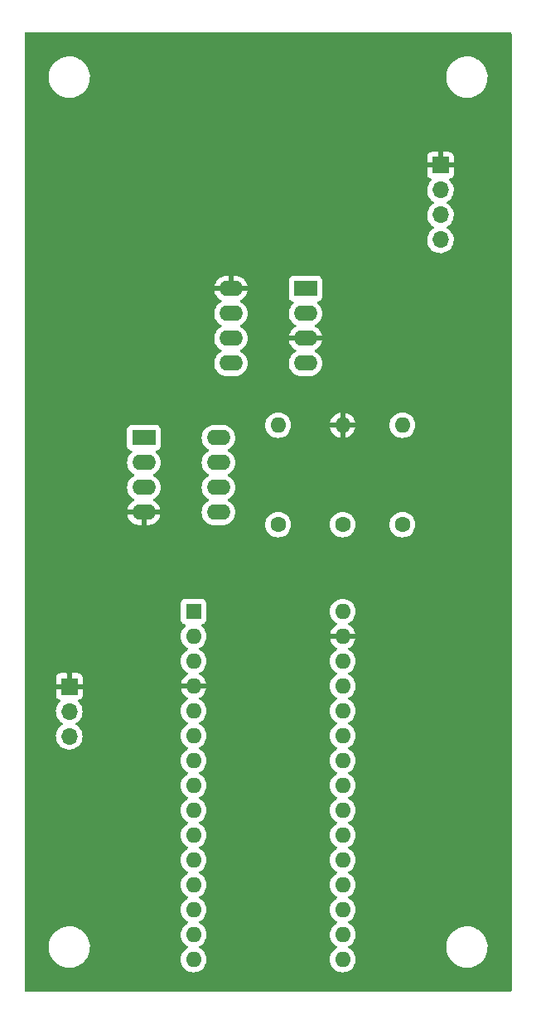
<source format=gbr>
%TF.GenerationSoftware,KiCad,Pcbnew,(6.0.0-0)*%
%TF.CreationDate,2022-10-16T11:18:23-07:00*%
%TF.ProjectId,refresh rate reader,72656672-6573-4682-9072-617465207265,rev?*%
%TF.SameCoordinates,Original*%
%TF.FileFunction,Copper,L2,Bot*%
%TF.FilePolarity,Positive*%
%FSLAX46Y46*%
G04 Gerber Fmt 4.6, Leading zero omitted, Abs format (unit mm)*
G04 Created by KiCad (PCBNEW (6.0.0-0)) date 2022-10-16 11:18:23*
%MOMM*%
%LPD*%
G01*
G04 APERTURE LIST*
%TA.AperFunction,ComponentPad*%
%ADD10R,1.700000X1.700000*%
%TD*%
%TA.AperFunction,ComponentPad*%
%ADD11O,1.700000X1.700000*%
%TD*%
%TA.AperFunction,ComponentPad*%
%ADD12C,1.600000*%
%TD*%
%TA.AperFunction,ComponentPad*%
%ADD13O,1.600000X1.600000*%
%TD*%
%TA.AperFunction,ComponentPad*%
%ADD14R,2.400000X1.600000*%
%TD*%
%TA.AperFunction,ComponentPad*%
%ADD15O,2.400000X1.600000*%
%TD*%
%TA.AperFunction,ComponentPad*%
%ADD16R,1.600000X1.600000*%
%TD*%
G04 APERTURE END LIST*
D10*
%TO.P,J1,1,Pin_1*%
%TO.N,GND*%
X164935000Y-64885000D03*
D11*
%TO.P,J1,2,Pin_2*%
%TO.N,+5V*%
X164935000Y-67425000D03*
%TO.P,J1,3,Pin_3*%
%TO.N,/SCK*%
X164935000Y-69965000D03*
%TO.P,J1,4,Pin_4*%
%TO.N,/SDA*%
X164935000Y-72505000D03*
%TD*%
D12*
%TO.P,R2,1*%
%TO.N,Net-(R1-Pad2)*%
X154940000Y-101600000D03*
D13*
%TO.P,R2,2*%
%TO.N,GND*%
X154940000Y-91440000D03*
%TD*%
D12*
%TO.P,R3,1*%
%TO.N,+5V*%
X161050000Y-101600000D03*
D13*
%TO.P,R3,2*%
%TO.N,OPT_OUT*%
X161050000Y-91440000D03*
%TD*%
D11*
%TO.P,J2,3,Pin_3*%
%TO.N,+5V*%
X127000000Y-123224169D03*
%TO.P,J2,2,Pin_2*%
%TO.N,OPT_OUT*%
X127000000Y-120684169D03*
D10*
%TO.P,J2,1,Pin_1*%
%TO.N,GND*%
X127000000Y-118144169D03*
%TD*%
D14*
%TO.P,U2,1*%
%TO.N,OPT_OUT*%
X134620000Y-92720000D03*
D15*
%TO.P,U2,2,-*%
%TO.N,Net-(R1-Pad2)*%
X134620000Y-95260000D03*
%TO.P,U2,3,+*%
%TO.N,Net-(U1-Pad4)*%
X134620000Y-97800000D03*
%TO.P,U2,4,V-*%
%TO.N,GND*%
X134620000Y-100340000D03*
%TO.P,U2,5*%
%TO.N,N/C*%
X142240000Y-100340000D03*
%TO.P,U2,6*%
X142240000Y-97800000D03*
%TO.P,U2,7*%
X142240000Y-95260000D03*
%TO.P,U2,8,V+*%
%TO.N,+5V*%
X142240000Y-92720000D03*
%TD*%
D16*
%TO.P,A1,1,D1/TX*%
%TO.N,unconnected-(A1-Pad1)*%
X139710000Y-110490000D03*
D13*
%TO.P,A1,2,D0/RX*%
%TO.N,unconnected-(A1-Pad2)*%
X139710000Y-113030000D03*
%TO.P,A1,3,~{RESET}*%
%TO.N,unconnected-(A1-Pad3)*%
X139710000Y-115570000D03*
%TO.P,A1,4,GND*%
%TO.N,GND*%
X139710000Y-118110000D03*
%TO.P,A1,5,D2*%
%TO.N,unconnected-(A1-Pad5)*%
X139710000Y-120650000D03*
%TO.P,A1,6,D3*%
%TO.N,unconnected-(A1-Pad6)*%
X139710000Y-123190000D03*
%TO.P,A1,7,D4*%
%TO.N,unconnected-(A1-Pad7)*%
X139710000Y-125730000D03*
%TO.P,A1,8,D5*%
%TO.N,unconnected-(A1-Pad8)*%
X139710000Y-128270000D03*
%TO.P,A1,9,D6*%
%TO.N,unconnected-(A1-Pad9)*%
X139710000Y-130810000D03*
%TO.P,A1,10,D7*%
%TO.N,unconnected-(A1-Pad10)*%
X139710000Y-133350000D03*
%TO.P,A1,11,D8*%
%TO.N,OPT_OUT*%
X139710000Y-135890000D03*
%TO.P,A1,12,D9*%
%TO.N,unconnected-(A1-Pad12)*%
X139710000Y-138430000D03*
%TO.P,A1,13,D10*%
%TO.N,unconnected-(A1-Pad13)*%
X139710000Y-140970000D03*
%TO.P,A1,14,D11*%
%TO.N,unconnected-(A1-Pad14)*%
X139710000Y-143510000D03*
%TO.P,A1,15,D12*%
%TO.N,unconnected-(A1-Pad15)*%
X139710000Y-146050000D03*
%TO.P,A1,16,D13*%
%TO.N,unconnected-(A1-Pad16)*%
X154950000Y-146050000D03*
%TO.P,A1,17,3V3*%
%TO.N,unconnected-(A1-Pad17)*%
X154950000Y-143510000D03*
%TO.P,A1,18,AREF*%
%TO.N,unconnected-(A1-Pad18)*%
X154950000Y-140970000D03*
%TO.P,A1,19,A0*%
%TO.N,unconnected-(A1-Pad19)*%
X154950000Y-138430000D03*
%TO.P,A1,20,A1*%
%TO.N,unconnected-(A1-Pad20)*%
X154950000Y-135890000D03*
%TO.P,A1,21,A2*%
%TO.N,unconnected-(A1-Pad21)*%
X154950000Y-133350000D03*
%TO.P,A1,22,A3*%
%TO.N,unconnected-(A1-Pad22)*%
X154950000Y-130810000D03*
%TO.P,A1,23,A4*%
%TO.N,/SDA*%
X154950000Y-128270000D03*
%TO.P,A1,24,A5*%
%TO.N,/SCK*%
X154950000Y-125730000D03*
%TO.P,A1,25,A6*%
%TO.N,unconnected-(A1-Pad25)*%
X154950000Y-123190000D03*
%TO.P,A1,26,A7*%
%TO.N,unconnected-(A1-Pad26)*%
X154950000Y-120650000D03*
%TO.P,A1,27,+5V*%
%TO.N,+5V*%
X154950000Y-118110000D03*
%TO.P,A1,28,~{RESET}*%
%TO.N,unconnected-(A1-Pad28)*%
X154950000Y-115570000D03*
%TO.P,A1,29,GND*%
%TO.N,GND*%
X154950000Y-113030000D03*
%TO.P,A1,30,VIN*%
%TO.N,unconnected-(A1-Pad30)*%
X154950000Y-110490000D03*
%TD*%
D12*
%TO.P,R1,1*%
%TO.N,+5V*%
X148350000Y-101600000D03*
D13*
%TO.P,R1,2*%
%TO.N,Net-(R1-Pad2)*%
X148350000Y-91440000D03*
%TD*%
D14*
%TO.P,U1,1,1*%
%TO.N,+5V*%
X151145000Y-77480000D03*
D15*
%TO.P,U1,2,2*%
%TO.N,unconnected-(U1-Pad2)*%
X151145000Y-80020000D03*
%TO.P,U1,3,3*%
%TO.N,GND*%
X151145000Y-82560000D03*
%TO.P,U1,4,4*%
%TO.N,Net-(U1-Pad4)*%
X151145000Y-85100000D03*
%TO.P,U1,5,5*%
X143525000Y-85100000D03*
%TO.P,U1,6*%
%TO.N,N/C*%
X143525000Y-82560000D03*
%TO.P,U1,7*%
X143525000Y-80020000D03*
%TO.P,U1,8,8*%
%TO.N,GND*%
X143525000Y-77480000D03*
%TD*%
%TA.AperFunction,Conductor*%
%TO.N,GND*%
G36*
X172154121Y-51328002D02*
G01*
X172200614Y-51381658D01*
X172212000Y-51434000D01*
X172212000Y-149226000D01*
X172191998Y-149294121D01*
X172138342Y-149340614D01*
X172086000Y-149352000D01*
X122554000Y-149352000D01*
X122485879Y-149331998D01*
X122439386Y-149278342D01*
X122428000Y-149226000D01*
X122428000Y-144912703D01*
X124890743Y-144912703D01*
X124928268Y-145197734D01*
X125004129Y-145475036D01*
X125116923Y-145739476D01*
X125264561Y-145986161D01*
X125444313Y-146210528D01*
X125652851Y-146408423D01*
X125886317Y-146576186D01*
X125890112Y-146578195D01*
X125890113Y-146578196D01*
X125911869Y-146589715D01*
X126140392Y-146710712D01*
X126410373Y-146809511D01*
X126691264Y-146870755D01*
X126719841Y-146873004D01*
X126914282Y-146888307D01*
X126914291Y-146888307D01*
X126916739Y-146888500D01*
X127072271Y-146888500D01*
X127074407Y-146888354D01*
X127074418Y-146888354D01*
X127282548Y-146874165D01*
X127282554Y-146874164D01*
X127286825Y-146873873D01*
X127291020Y-146873004D01*
X127291022Y-146873004D01*
X127427583Y-146844724D01*
X127568342Y-146815574D01*
X127839343Y-146719607D01*
X128094812Y-146587750D01*
X128098313Y-146585289D01*
X128098317Y-146585287D01*
X128228300Y-146493933D01*
X128330023Y-146422441D01*
X128485366Y-146278087D01*
X128537479Y-146229661D01*
X128537481Y-146229658D01*
X128540622Y-146226740D01*
X128685282Y-146050000D01*
X138396502Y-146050000D01*
X138416457Y-146278087D01*
X138417881Y-146283400D01*
X138417881Y-146283402D01*
X138454355Y-146419522D01*
X138475716Y-146499243D01*
X138478039Y-146504224D01*
X138478039Y-146504225D01*
X138570151Y-146701762D01*
X138570154Y-146701767D01*
X138572477Y-146706749D01*
X138643399Y-146808036D01*
X138699741Y-146888500D01*
X138703802Y-146894300D01*
X138865700Y-147056198D01*
X138870208Y-147059355D01*
X138870211Y-147059357D01*
X138948389Y-147114098D01*
X139053251Y-147187523D01*
X139058233Y-147189846D01*
X139058238Y-147189849D01*
X139255775Y-147281961D01*
X139260757Y-147284284D01*
X139266065Y-147285706D01*
X139266067Y-147285707D01*
X139476598Y-147342119D01*
X139476600Y-147342119D01*
X139481913Y-147343543D01*
X139710000Y-147363498D01*
X139938087Y-147343543D01*
X139943400Y-147342119D01*
X139943402Y-147342119D01*
X140153933Y-147285707D01*
X140153935Y-147285706D01*
X140159243Y-147284284D01*
X140164225Y-147281961D01*
X140361762Y-147189849D01*
X140361767Y-147189846D01*
X140366749Y-147187523D01*
X140471611Y-147114098D01*
X140549789Y-147059357D01*
X140549792Y-147059355D01*
X140554300Y-147056198D01*
X140716198Y-146894300D01*
X140720260Y-146888500D01*
X140776601Y-146808036D01*
X140847523Y-146706749D01*
X140849846Y-146701767D01*
X140849849Y-146701762D01*
X140941961Y-146504225D01*
X140941961Y-146504224D01*
X140944284Y-146499243D01*
X140965646Y-146419522D01*
X141002119Y-146283402D01*
X141002119Y-146283400D01*
X141003543Y-146278087D01*
X141023498Y-146050000D01*
X153636502Y-146050000D01*
X153656457Y-146278087D01*
X153657881Y-146283400D01*
X153657881Y-146283402D01*
X153694355Y-146419522D01*
X153715716Y-146499243D01*
X153718039Y-146504224D01*
X153718039Y-146504225D01*
X153810151Y-146701762D01*
X153810154Y-146701767D01*
X153812477Y-146706749D01*
X153883399Y-146808036D01*
X153939741Y-146888500D01*
X153943802Y-146894300D01*
X154105700Y-147056198D01*
X154110208Y-147059355D01*
X154110211Y-147059357D01*
X154188389Y-147114098D01*
X154293251Y-147187523D01*
X154298233Y-147189846D01*
X154298238Y-147189849D01*
X154495775Y-147281961D01*
X154500757Y-147284284D01*
X154506065Y-147285706D01*
X154506067Y-147285707D01*
X154716598Y-147342119D01*
X154716600Y-147342119D01*
X154721913Y-147343543D01*
X154950000Y-147363498D01*
X155178087Y-147343543D01*
X155183400Y-147342119D01*
X155183402Y-147342119D01*
X155393933Y-147285707D01*
X155393935Y-147285706D01*
X155399243Y-147284284D01*
X155404225Y-147281961D01*
X155601762Y-147189849D01*
X155601767Y-147189846D01*
X155606749Y-147187523D01*
X155711611Y-147114098D01*
X155789789Y-147059357D01*
X155789792Y-147059355D01*
X155794300Y-147056198D01*
X155956198Y-146894300D01*
X155960260Y-146888500D01*
X156016601Y-146808036D01*
X156087523Y-146706749D01*
X156089846Y-146701767D01*
X156089849Y-146701762D01*
X156181961Y-146504225D01*
X156181961Y-146504224D01*
X156184284Y-146499243D01*
X156205646Y-146419522D01*
X156242119Y-146283402D01*
X156242119Y-146283400D01*
X156243543Y-146278087D01*
X156263498Y-146050000D01*
X156243543Y-145821913D01*
X156242119Y-145816598D01*
X156185707Y-145606067D01*
X156185706Y-145606065D01*
X156184284Y-145600757D01*
X156181961Y-145595775D01*
X156089849Y-145398238D01*
X156089846Y-145398233D01*
X156087523Y-145393251D01*
X155965795Y-145219406D01*
X155959357Y-145210211D01*
X155959355Y-145210208D01*
X155956198Y-145205700D01*
X155794300Y-145043802D01*
X155789792Y-145040645D01*
X155789789Y-145040643D01*
X155644679Y-144939036D01*
X155607072Y-144912703D01*
X165530743Y-144912703D01*
X165568268Y-145197734D01*
X165644129Y-145475036D01*
X165756923Y-145739476D01*
X165904561Y-145986161D01*
X166084313Y-146210528D01*
X166292851Y-146408423D01*
X166526317Y-146576186D01*
X166530112Y-146578195D01*
X166530113Y-146578196D01*
X166551869Y-146589715D01*
X166780392Y-146710712D01*
X167050373Y-146809511D01*
X167331264Y-146870755D01*
X167359841Y-146873004D01*
X167554282Y-146888307D01*
X167554291Y-146888307D01*
X167556739Y-146888500D01*
X167712271Y-146888500D01*
X167714407Y-146888354D01*
X167714418Y-146888354D01*
X167922548Y-146874165D01*
X167922554Y-146874164D01*
X167926825Y-146873873D01*
X167931020Y-146873004D01*
X167931022Y-146873004D01*
X168067583Y-146844724D01*
X168208342Y-146815574D01*
X168479343Y-146719607D01*
X168734812Y-146587750D01*
X168738313Y-146585289D01*
X168738317Y-146585287D01*
X168868300Y-146493933D01*
X168970023Y-146422441D01*
X169125366Y-146278087D01*
X169177479Y-146229661D01*
X169177481Y-146229658D01*
X169180622Y-146226740D01*
X169362713Y-146004268D01*
X169512927Y-145759142D01*
X169628483Y-145495898D01*
X169707244Y-145219406D01*
X169747751Y-144934784D01*
X169747845Y-144916951D01*
X169749235Y-144651583D01*
X169749235Y-144651576D01*
X169749257Y-144647297D01*
X169711732Y-144362266D01*
X169635871Y-144084964D01*
X169523077Y-143820524D01*
X169375439Y-143573839D01*
X169195687Y-143349472D01*
X168987149Y-143151577D01*
X168753683Y-142983814D01*
X168731843Y-142972250D01*
X168708654Y-142959972D01*
X168499608Y-142849288D01*
X168229627Y-142750489D01*
X167948736Y-142689245D01*
X167917685Y-142686801D01*
X167725718Y-142671693D01*
X167725709Y-142671693D01*
X167723261Y-142671500D01*
X167567729Y-142671500D01*
X167565593Y-142671646D01*
X167565582Y-142671646D01*
X167357452Y-142685835D01*
X167357446Y-142685836D01*
X167353175Y-142686127D01*
X167348980Y-142686996D01*
X167348978Y-142686996D01*
X167212416Y-142715277D01*
X167071658Y-142744426D01*
X166800657Y-142840393D01*
X166545188Y-142972250D01*
X166541687Y-142974711D01*
X166541683Y-142974713D01*
X166531594Y-142981804D01*
X166309977Y-143137559D01*
X166294892Y-143151577D01*
X166148737Y-143287393D01*
X166099378Y-143333260D01*
X165917287Y-143555732D01*
X165767073Y-143800858D01*
X165651517Y-144064102D01*
X165572756Y-144340594D01*
X165532249Y-144625216D01*
X165532227Y-144629505D01*
X165532226Y-144629512D01*
X165530765Y-144908417D01*
X165530743Y-144912703D01*
X155607072Y-144912703D01*
X155606749Y-144912477D01*
X155601767Y-144910154D01*
X155601762Y-144910151D01*
X155567543Y-144894195D01*
X155514258Y-144847278D01*
X155494797Y-144779001D01*
X155515339Y-144711041D01*
X155567543Y-144665805D01*
X155601762Y-144649849D01*
X155601767Y-144649846D01*
X155606749Y-144647523D01*
X155711611Y-144574098D01*
X155789789Y-144519357D01*
X155789792Y-144519355D01*
X155794300Y-144516198D01*
X155956198Y-144354300D01*
X155962822Y-144344841D01*
X156084366Y-144171257D01*
X156087523Y-144166749D01*
X156089846Y-144161767D01*
X156089849Y-144161762D01*
X156181961Y-143964225D01*
X156181961Y-143964224D01*
X156184284Y-143959243D01*
X156226724Y-143800858D01*
X156242119Y-143743402D01*
X156242119Y-143743400D01*
X156243543Y-143738087D01*
X156263498Y-143510000D01*
X156243543Y-143281913D01*
X156207949Y-143149074D01*
X156185707Y-143066067D01*
X156185706Y-143066065D01*
X156184284Y-143060757D01*
X156147468Y-142981804D01*
X156089849Y-142858238D01*
X156089846Y-142858233D01*
X156087523Y-142853251D01*
X155973324Y-142690158D01*
X155959357Y-142670211D01*
X155959355Y-142670208D01*
X155956198Y-142665700D01*
X155794300Y-142503802D01*
X155789792Y-142500645D01*
X155789789Y-142500643D01*
X155711611Y-142445902D01*
X155606749Y-142372477D01*
X155601767Y-142370154D01*
X155601762Y-142370151D01*
X155567543Y-142354195D01*
X155514258Y-142307278D01*
X155494797Y-142239001D01*
X155515339Y-142171041D01*
X155567543Y-142125805D01*
X155601762Y-142109849D01*
X155601767Y-142109846D01*
X155606749Y-142107523D01*
X155711611Y-142034098D01*
X155789789Y-141979357D01*
X155789792Y-141979355D01*
X155794300Y-141976198D01*
X155956198Y-141814300D01*
X156087523Y-141626749D01*
X156089846Y-141621767D01*
X156089849Y-141621762D01*
X156181961Y-141424225D01*
X156181961Y-141424224D01*
X156184284Y-141419243D01*
X156243543Y-141198087D01*
X156263498Y-140970000D01*
X156243543Y-140741913D01*
X156184284Y-140520757D01*
X156181961Y-140515775D01*
X156089849Y-140318238D01*
X156089846Y-140318233D01*
X156087523Y-140313251D01*
X155956198Y-140125700D01*
X155794300Y-139963802D01*
X155789792Y-139960645D01*
X155789789Y-139960643D01*
X155711611Y-139905902D01*
X155606749Y-139832477D01*
X155601767Y-139830154D01*
X155601762Y-139830151D01*
X155567543Y-139814195D01*
X155514258Y-139767278D01*
X155494797Y-139699001D01*
X155515339Y-139631041D01*
X155567543Y-139585805D01*
X155601762Y-139569849D01*
X155601767Y-139569846D01*
X155606749Y-139567523D01*
X155711611Y-139494098D01*
X155789789Y-139439357D01*
X155789792Y-139439355D01*
X155794300Y-139436198D01*
X155956198Y-139274300D01*
X156087523Y-139086749D01*
X156089846Y-139081767D01*
X156089849Y-139081762D01*
X156181961Y-138884225D01*
X156181961Y-138884224D01*
X156184284Y-138879243D01*
X156243543Y-138658087D01*
X156263498Y-138430000D01*
X156243543Y-138201913D01*
X156184284Y-137980757D01*
X156181961Y-137975775D01*
X156089849Y-137778238D01*
X156089846Y-137778233D01*
X156087523Y-137773251D01*
X155956198Y-137585700D01*
X155794300Y-137423802D01*
X155789792Y-137420645D01*
X155789789Y-137420643D01*
X155711611Y-137365902D01*
X155606749Y-137292477D01*
X155601767Y-137290154D01*
X155601762Y-137290151D01*
X155567543Y-137274195D01*
X155514258Y-137227278D01*
X155494797Y-137159001D01*
X155515339Y-137091041D01*
X155567543Y-137045805D01*
X155601762Y-137029849D01*
X155601767Y-137029846D01*
X155606749Y-137027523D01*
X155711611Y-136954098D01*
X155789789Y-136899357D01*
X155789792Y-136899355D01*
X155794300Y-136896198D01*
X155956198Y-136734300D01*
X156087523Y-136546749D01*
X156089846Y-136541767D01*
X156089849Y-136541762D01*
X156181961Y-136344225D01*
X156181961Y-136344224D01*
X156184284Y-136339243D01*
X156243543Y-136118087D01*
X156263498Y-135890000D01*
X156243543Y-135661913D01*
X156184284Y-135440757D01*
X156181961Y-135435775D01*
X156089849Y-135238238D01*
X156089846Y-135238233D01*
X156087523Y-135233251D01*
X155956198Y-135045700D01*
X155794300Y-134883802D01*
X155789792Y-134880645D01*
X155789789Y-134880643D01*
X155711611Y-134825902D01*
X155606749Y-134752477D01*
X155601767Y-134750154D01*
X155601762Y-134750151D01*
X155567543Y-134734195D01*
X155514258Y-134687278D01*
X155494797Y-134619001D01*
X155515339Y-134551041D01*
X155567543Y-134505805D01*
X155601762Y-134489849D01*
X155601767Y-134489846D01*
X155606749Y-134487523D01*
X155711611Y-134414098D01*
X155789789Y-134359357D01*
X155789792Y-134359355D01*
X155794300Y-134356198D01*
X155956198Y-134194300D01*
X156087523Y-134006749D01*
X156089846Y-134001767D01*
X156089849Y-134001762D01*
X156181961Y-133804225D01*
X156181961Y-133804224D01*
X156184284Y-133799243D01*
X156243543Y-133578087D01*
X156263498Y-133350000D01*
X156243543Y-133121913D01*
X156184284Y-132900757D01*
X156181961Y-132895775D01*
X156089849Y-132698238D01*
X156089846Y-132698233D01*
X156087523Y-132693251D01*
X155956198Y-132505700D01*
X155794300Y-132343802D01*
X155789792Y-132340645D01*
X155789789Y-132340643D01*
X155711611Y-132285902D01*
X155606749Y-132212477D01*
X155601767Y-132210154D01*
X155601762Y-132210151D01*
X155567543Y-132194195D01*
X155514258Y-132147278D01*
X155494797Y-132079001D01*
X155515339Y-132011041D01*
X155567543Y-131965805D01*
X155601762Y-131949849D01*
X155601767Y-131949846D01*
X155606749Y-131947523D01*
X155711611Y-131874098D01*
X155789789Y-131819357D01*
X155789792Y-131819355D01*
X155794300Y-131816198D01*
X155956198Y-131654300D01*
X156087523Y-131466749D01*
X156089846Y-131461767D01*
X156089849Y-131461762D01*
X156181961Y-131264225D01*
X156181961Y-131264224D01*
X156184284Y-131259243D01*
X156243543Y-131038087D01*
X156263498Y-130810000D01*
X156243543Y-130581913D01*
X156184284Y-130360757D01*
X156181961Y-130355775D01*
X156089849Y-130158238D01*
X156089846Y-130158233D01*
X156087523Y-130153251D01*
X155956198Y-129965700D01*
X155794300Y-129803802D01*
X155789792Y-129800645D01*
X155789789Y-129800643D01*
X155711611Y-129745902D01*
X155606749Y-129672477D01*
X155601767Y-129670154D01*
X155601762Y-129670151D01*
X155567543Y-129654195D01*
X155514258Y-129607278D01*
X155494797Y-129539001D01*
X155515339Y-129471041D01*
X155567543Y-129425805D01*
X155601762Y-129409849D01*
X155601767Y-129409846D01*
X155606749Y-129407523D01*
X155711611Y-129334098D01*
X155789789Y-129279357D01*
X155789792Y-129279355D01*
X155794300Y-129276198D01*
X155956198Y-129114300D01*
X156087523Y-128926749D01*
X156089846Y-128921767D01*
X156089849Y-128921762D01*
X156181961Y-128724225D01*
X156181961Y-128724224D01*
X156184284Y-128719243D01*
X156243543Y-128498087D01*
X156263498Y-128270000D01*
X156243543Y-128041913D01*
X156184284Y-127820757D01*
X156181961Y-127815775D01*
X156089849Y-127618238D01*
X156089846Y-127618233D01*
X156087523Y-127613251D01*
X155956198Y-127425700D01*
X155794300Y-127263802D01*
X155789792Y-127260645D01*
X155789789Y-127260643D01*
X155711611Y-127205902D01*
X155606749Y-127132477D01*
X155601767Y-127130154D01*
X155601762Y-127130151D01*
X155567543Y-127114195D01*
X155514258Y-127067278D01*
X155494797Y-126999001D01*
X155515339Y-126931041D01*
X155567543Y-126885805D01*
X155601762Y-126869849D01*
X155601767Y-126869846D01*
X155606749Y-126867523D01*
X155711611Y-126794098D01*
X155789789Y-126739357D01*
X155789792Y-126739355D01*
X155794300Y-126736198D01*
X155956198Y-126574300D01*
X156087523Y-126386749D01*
X156089846Y-126381767D01*
X156089849Y-126381762D01*
X156181961Y-126184225D01*
X156181961Y-126184224D01*
X156184284Y-126179243D01*
X156243543Y-125958087D01*
X156263498Y-125730000D01*
X156243543Y-125501913D01*
X156184284Y-125280757D01*
X156181961Y-125275775D01*
X156089849Y-125078238D01*
X156089846Y-125078233D01*
X156087523Y-125073251D01*
X155956198Y-124885700D01*
X155794300Y-124723802D01*
X155789792Y-124720645D01*
X155789789Y-124720643D01*
X155711611Y-124665902D01*
X155606749Y-124592477D01*
X155601767Y-124590154D01*
X155601762Y-124590151D01*
X155567543Y-124574195D01*
X155514258Y-124527278D01*
X155494797Y-124459001D01*
X155515339Y-124391041D01*
X155567543Y-124345805D01*
X155601762Y-124329849D01*
X155601767Y-124329846D01*
X155606749Y-124327523D01*
X155786858Y-124201409D01*
X155789789Y-124199357D01*
X155789792Y-124199355D01*
X155794300Y-124196198D01*
X155956198Y-124034300D01*
X155959730Y-124029257D01*
X156014098Y-123951611D01*
X156087523Y-123846749D01*
X156089846Y-123841767D01*
X156089849Y-123841762D01*
X156181961Y-123644225D01*
X156181961Y-123644224D01*
X156184284Y-123639243D01*
X156187628Y-123626765D01*
X156242119Y-123423402D01*
X156242119Y-123423400D01*
X156243543Y-123418087D01*
X156263498Y-123190000D01*
X156243543Y-122961913D01*
X156197449Y-122789889D01*
X156185707Y-122746067D01*
X156185706Y-122746065D01*
X156184284Y-122740757D01*
X156181961Y-122735775D01*
X156089849Y-122538238D01*
X156089846Y-122538233D01*
X156087523Y-122533251D01*
X155956198Y-122345700D01*
X155794300Y-122183802D01*
X155789792Y-122180645D01*
X155789789Y-122180643D01*
X155658576Y-122088767D01*
X155606749Y-122052477D01*
X155601767Y-122050154D01*
X155601762Y-122050151D01*
X155567543Y-122034195D01*
X155514258Y-121987278D01*
X155494797Y-121919001D01*
X155515339Y-121851041D01*
X155567543Y-121805805D01*
X155601762Y-121789849D01*
X155601767Y-121789846D01*
X155606749Y-121787523D01*
X155786858Y-121661409D01*
X155789789Y-121659357D01*
X155789792Y-121659355D01*
X155794300Y-121656198D01*
X155956198Y-121494300D01*
X155959730Y-121489257D01*
X156014098Y-121411611D01*
X156087523Y-121306749D01*
X156089846Y-121301767D01*
X156089849Y-121301762D01*
X156181961Y-121104225D01*
X156181961Y-121104224D01*
X156184284Y-121099243D01*
X156187628Y-121086765D01*
X156242119Y-120883402D01*
X156242119Y-120883400D01*
X156243543Y-120878087D01*
X156263498Y-120650000D01*
X156243543Y-120421913D01*
X156197449Y-120249889D01*
X156185707Y-120206067D01*
X156185706Y-120206065D01*
X156184284Y-120200757D01*
X156181961Y-120195775D01*
X156089849Y-119998238D01*
X156089846Y-119998233D01*
X156087523Y-119993251D01*
X155956198Y-119805700D01*
X155794300Y-119643802D01*
X155789792Y-119640645D01*
X155789789Y-119640643D01*
X155633135Y-119530953D01*
X155606749Y-119512477D01*
X155601767Y-119510154D01*
X155601762Y-119510151D01*
X155567543Y-119494195D01*
X155514258Y-119447278D01*
X155494797Y-119379001D01*
X155515339Y-119311041D01*
X155567543Y-119265805D01*
X155601762Y-119249849D01*
X155601767Y-119249846D01*
X155606749Y-119247523D01*
X155711611Y-119174098D01*
X155789789Y-119119357D01*
X155789792Y-119119355D01*
X155794300Y-119116198D01*
X155956198Y-118954300D01*
X156087523Y-118766749D01*
X156089846Y-118761767D01*
X156089849Y-118761762D01*
X156181961Y-118564225D01*
X156181961Y-118564224D01*
X156184284Y-118559243D01*
X156225873Y-118404034D01*
X156242119Y-118343402D01*
X156242119Y-118343400D01*
X156243543Y-118338087D01*
X156263498Y-118110000D01*
X156243543Y-117881913D01*
X156184284Y-117660757D01*
X156089966Y-117458489D01*
X156089849Y-117458238D01*
X156089846Y-117458233D01*
X156087523Y-117453251D01*
X155956198Y-117265700D01*
X155794300Y-117103802D01*
X155789792Y-117100645D01*
X155789789Y-117100643D01*
X155703924Y-117040520D01*
X155606749Y-116972477D01*
X155601767Y-116970154D01*
X155601762Y-116970151D01*
X155567543Y-116954195D01*
X155514258Y-116907278D01*
X155494797Y-116839001D01*
X155515339Y-116771041D01*
X155567543Y-116725805D01*
X155601762Y-116709849D01*
X155601767Y-116709846D01*
X155606749Y-116707523D01*
X155711611Y-116634098D01*
X155789789Y-116579357D01*
X155789792Y-116579355D01*
X155794300Y-116576198D01*
X155956198Y-116414300D01*
X156087523Y-116226749D01*
X156089846Y-116221767D01*
X156089849Y-116221762D01*
X156181961Y-116024225D01*
X156181961Y-116024224D01*
X156184284Y-116019243D01*
X156243543Y-115798087D01*
X156263498Y-115570000D01*
X156243543Y-115341913D01*
X156184284Y-115120757D01*
X156181961Y-115115775D01*
X156089849Y-114918238D01*
X156089846Y-114918233D01*
X156087523Y-114913251D01*
X155956198Y-114725700D01*
X155794300Y-114563802D01*
X155789792Y-114560645D01*
X155789789Y-114560643D01*
X155711611Y-114505902D01*
X155606749Y-114432477D01*
X155601767Y-114430154D01*
X155601762Y-114430151D01*
X155566951Y-114413919D01*
X155513666Y-114367002D01*
X155494205Y-114298725D01*
X155514747Y-114230765D01*
X155566951Y-114185529D01*
X155601511Y-114169414D01*
X155611007Y-114163931D01*
X155789467Y-114038972D01*
X155797875Y-114031916D01*
X155951916Y-113877875D01*
X155958972Y-113869467D01*
X156083931Y-113691007D01*
X156089414Y-113681511D01*
X156181490Y-113484053D01*
X156185236Y-113473761D01*
X156231394Y-113301497D01*
X156231058Y-113287401D01*
X156223116Y-113284000D01*
X153682033Y-113284000D01*
X153668502Y-113287973D01*
X153667273Y-113296522D01*
X153714764Y-113473761D01*
X153718510Y-113484053D01*
X153810586Y-113681511D01*
X153816069Y-113691007D01*
X153941028Y-113869467D01*
X153948084Y-113877875D01*
X154102125Y-114031916D01*
X154110533Y-114038972D01*
X154288993Y-114163931D01*
X154298489Y-114169414D01*
X154333049Y-114185529D01*
X154386334Y-114232446D01*
X154405795Y-114300723D01*
X154385253Y-114368683D01*
X154333049Y-114413919D01*
X154298238Y-114430151D01*
X154298233Y-114430154D01*
X154293251Y-114432477D01*
X154188389Y-114505902D01*
X154110211Y-114560643D01*
X154110208Y-114560645D01*
X154105700Y-114563802D01*
X153943802Y-114725700D01*
X153812477Y-114913251D01*
X153810154Y-114918233D01*
X153810151Y-114918238D01*
X153718039Y-115115775D01*
X153715716Y-115120757D01*
X153656457Y-115341913D01*
X153636502Y-115570000D01*
X153656457Y-115798087D01*
X153715716Y-116019243D01*
X153718039Y-116024224D01*
X153718039Y-116024225D01*
X153810151Y-116221762D01*
X153810154Y-116221767D01*
X153812477Y-116226749D01*
X153943802Y-116414300D01*
X154105700Y-116576198D01*
X154110208Y-116579355D01*
X154110211Y-116579357D01*
X154188389Y-116634098D01*
X154293251Y-116707523D01*
X154298233Y-116709846D01*
X154298238Y-116709849D01*
X154332457Y-116725805D01*
X154385742Y-116772722D01*
X154405203Y-116840999D01*
X154384661Y-116908959D01*
X154332457Y-116954195D01*
X154298238Y-116970151D01*
X154298233Y-116970154D01*
X154293251Y-116972477D01*
X154196076Y-117040520D01*
X154110211Y-117100643D01*
X154110208Y-117100645D01*
X154105700Y-117103802D01*
X153943802Y-117265700D01*
X153812477Y-117453251D01*
X153810154Y-117458233D01*
X153810151Y-117458238D01*
X153810034Y-117458489D01*
X153715716Y-117660757D01*
X153656457Y-117881913D01*
X153636502Y-118110000D01*
X153656457Y-118338087D01*
X153657881Y-118343400D01*
X153657881Y-118343402D01*
X153674128Y-118404034D01*
X153715716Y-118559243D01*
X153718039Y-118564224D01*
X153718039Y-118564225D01*
X153810151Y-118761762D01*
X153810154Y-118761767D01*
X153812477Y-118766749D01*
X153943802Y-118954300D01*
X154105700Y-119116198D01*
X154110208Y-119119355D01*
X154110211Y-119119357D01*
X154188389Y-119174098D01*
X154293251Y-119247523D01*
X154298233Y-119249846D01*
X154298238Y-119249849D01*
X154332457Y-119265805D01*
X154385742Y-119312722D01*
X154405203Y-119380999D01*
X154384661Y-119448959D01*
X154332457Y-119494195D01*
X154298238Y-119510151D01*
X154298233Y-119510154D01*
X154293251Y-119512477D01*
X154266865Y-119530953D01*
X154110211Y-119640643D01*
X154110208Y-119640645D01*
X154105700Y-119643802D01*
X153943802Y-119805700D01*
X153812477Y-119993251D01*
X153810154Y-119998233D01*
X153810151Y-119998238D01*
X153718039Y-120195775D01*
X153715716Y-120200757D01*
X153714294Y-120206065D01*
X153714293Y-120206067D01*
X153702551Y-120249889D01*
X153656457Y-120421913D01*
X153636502Y-120650000D01*
X153656457Y-120878087D01*
X153657881Y-120883400D01*
X153657881Y-120883402D01*
X153712373Y-121086765D01*
X153715716Y-121099243D01*
X153718039Y-121104224D01*
X153718039Y-121104225D01*
X153810151Y-121301762D01*
X153810154Y-121301767D01*
X153812477Y-121306749D01*
X153885902Y-121411611D01*
X153940271Y-121489257D01*
X153943802Y-121494300D01*
X154105700Y-121656198D01*
X154110208Y-121659355D01*
X154110211Y-121659357D01*
X154113142Y-121661409D01*
X154293251Y-121787523D01*
X154298233Y-121789846D01*
X154298238Y-121789849D01*
X154332457Y-121805805D01*
X154385742Y-121852722D01*
X154405203Y-121920999D01*
X154384661Y-121988959D01*
X154332457Y-122034195D01*
X154298238Y-122050151D01*
X154298233Y-122050154D01*
X154293251Y-122052477D01*
X154241424Y-122088767D01*
X154110211Y-122180643D01*
X154110208Y-122180645D01*
X154105700Y-122183802D01*
X153943802Y-122345700D01*
X153812477Y-122533251D01*
X153810154Y-122538233D01*
X153810151Y-122538238D01*
X153718039Y-122735775D01*
X153715716Y-122740757D01*
X153714294Y-122746065D01*
X153714293Y-122746067D01*
X153702551Y-122789889D01*
X153656457Y-122961913D01*
X153636502Y-123190000D01*
X153656457Y-123418087D01*
X153657881Y-123423400D01*
X153657881Y-123423402D01*
X153712373Y-123626765D01*
X153715716Y-123639243D01*
X153718039Y-123644224D01*
X153718039Y-123644225D01*
X153810151Y-123841762D01*
X153810154Y-123841767D01*
X153812477Y-123846749D01*
X153885902Y-123951611D01*
X153940271Y-124029257D01*
X153943802Y-124034300D01*
X154105700Y-124196198D01*
X154110208Y-124199355D01*
X154110211Y-124199357D01*
X154113142Y-124201409D01*
X154293251Y-124327523D01*
X154298233Y-124329846D01*
X154298238Y-124329849D01*
X154332457Y-124345805D01*
X154385742Y-124392722D01*
X154405203Y-124460999D01*
X154384661Y-124528959D01*
X154332457Y-124574195D01*
X154298238Y-124590151D01*
X154298233Y-124590154D01*
X154293251Y-124592477D01*
X154188389Y-124665902D01*
X154110211Y-124720643D01*
X154110208Y-124720645D01*
X154105700Y-124723802D01*
X153943802Y-124885700D01*
X153812477Y-125073251D01*
X153810154Y-125078233D01*
X153810151Y-125078238D01*
X153718039Y-125275775D01*
X153715716Y-125280757D01*
X153656457Y-125501913D01*
X153636502Y-125730000D01*
X153656457Y-125958087D01*
X153715716Y-126179243D01*
X153718039Y-126184224D01*
X153718039Y-126184225D01*
X153810151Y-126381762D01*
X153810154Y-126381767D01*
X153812477Y-126386749D01*
X153943802Y-126574300D01*
X154105700Y-126736198D01*
X154110208Y-126739355D01*
X154110211Y-126739357D01*
X154188389Y-126794098D01*
X154293251Y-126867523D01*
X154298233Y-126869846D01*
X154298238Y-126869849D01*
X154332457Y-126885805D01*
X154385742Y-126932722D01*
X154405203Y-127000999D01*
X154384661Y-127068959D01*
X154332457Y-127114195D01*
X154298238Y-127130151D01*
X154298233Y-127130154D01*
X154293251Y-127132477D01*
X154188389Y-127205902D01*
X154110211Y-127260643D01*
X154110208Y-127260645D01*
X154105700Y-127263802D01*
X153943802Y-127425700D01*
X153812477Y-127613251D01*
X153810154Y-127618233D01*
X153810151Y-127618238D01*
X153718039Y-127815775D01*
X153715716Y-127820757D01*
X153656457Y-128041913D01*
X153636502Y-128270000D01*
X153656457Y-128498087D01*
X153715716Y-128719243D01*
X153718039Y-128724224D01*
X153718039Y-128724225D01*
X153810151Y-128921762D01*
X153810154Y-128921767D01*
X153812477Y-128926749D01*
X153943802Y-129114300D01*
X154105700Y-129276198D01*
X154110208Y-129279355D01*
X154110211Y-129279357D01*
X154188389Y-129334098D01*
X154293251Y-129407523D01*
X154298233Y-129409846D01*
X154298238Y-129409849D01*
X154332457Y-129425805D01*
X154385742Y-129472722D01*
X154405203Y-129540999D01*
X154384661Y-129608959D01*
X154332457Y-129654195D01*
X154298238Y-129670151D01*
X154298233Y-129670154D01*
X154293251Y-129672477D01*
X154188389Y-129745902D01*
X154110211Y-129800643D01*
X154110208Y-129800645D01*
X154105700Y-129803802D01*
X153943802Y-129965700D01*
X153812477Y-130153251D01*
X153810154Y-130158233D01*
X153810151Y-130158238D01*
X153718039Y-130355775D01*
X153715716Y-130360757D01*
X153656457Y-130581913D01*
X153636502Y-130810000D01*
X153656457Y-131038087D01*
X153715716Y-131259243D01*
X153718039Y-131264224D01*
X153718039Y-131264225D01*
X153810151Y-131461762D01*
X153810154Y-131461767D01*
X153812477Y-131466749D01*
X153943802Y-131654300D01*
X154105700Y-131816198D01*
X154110208Y-131819355D01*
X154110211Y-131819357D01*
X154188389Y-131874098D01*
X154293251Y-131947523D01*
X154298233Y-131949846D01*
X154298238Y-131949849D01*
X154332457Y-131965805D01*
X154385742Y-132012722D01*
X154405203Y-132080999D01*
X154384661Y-132148959D01*
X154332457Y-132194195D01*
X154298238Y-132210151D01*
X154298233Y-132210154D01*
X154293251Y-132212477D01*
X154188389Y-132285902D01*
X154110211Y-132340643D01*
X154110208Y-132340645D01*
X154105700Y-132343802D01*
X153943802Y-132505700D01*
X153812477Y-132693251D01*
X153810154Y-132698233D01*
X153810151Y-132698238D01*
X153718039Y-132895775D01*
X153715716Y-132900757D01*
X153656457Y-133121913D01*
X153636502Y-133350000D01*
X153656457Y-133578087D01*
X153715716Y-133799243D01*
X153718039Y-133804224D01*
X153718039Y-133804225D01*
X153810151Y-134001762D01*
X153810154Y-134001767D01*
X153812477Y-134006749D01*
X153943802Y-134194300D01*
X154105700Y-134356198D01*
X154110208Y-134359355D01*
X154110211Y-134359357D01*
X154188389Y-134414098D01*
X154293251Y-134487523D01*
X154298233Y-134489846D01*
X154298238Y-134489849D01*
X154332457Y-134505805D01*
X154385742Y-134552722D01*
X154405203Y-134620999D01*
X154384661Y-134688959D01*
X154332457Y-134734195D01*
X154298238Y-134750151D01*
X154298233Y-134750154D01*
X154293251Y-134752477D01*
X154188389Y-134825902D01*
X154110211Y-134880643D01*
X154110208Y-134880645D01*
X154105700Y-134883802D01*
X153943802Y-135045700D01*
X153812477Y-135233251D01*
X153810154Y-135238233D01*
X153810151Y-135238238D01*
X153718039Y-135435775D01*
X153715716Y-135440757D01*
X153656457Y-135661913D01*
X153636502Y-135890000D01*
X153656457Y-136118087D01*
X153715716Y-136339243D01*
X153718039Y-136344224D01*
X153718039Y-136344225D01*
X153810151Y-136541762D01*
X153810154Y-136541767D01*
X153812477Y-136546749D01*
X153943802Y-136734300D01*
X154105700Y-136896198D01*
X154110208Y-136899355D01*
X154110211Y-136899357D01*
X154188389Y-136954098D01*
X154293251Y-137027523D01*
X154298233Y-137029846D01*
X154298238Y-137029849D01*
X154332457Y-137045805D01*
X154385742Y-137092722D01*
X154405203Y-137160999D01*
X154384661Y-137228959D01*
X154332457Y-137274195D01*
X154298238Y-137290151D01*
X154298233Y-137290154D01*
X154293251Y-137292477D01*
X154188389Y-137365902D01*
X154110211Y-137420643D01*
X154110208Y-137420645D01*
X154105700Y-137423802D01*
X153943802Y-137585700D01*
X153812477Y-137773251D01*
X153810154Y-137778233D01*
X153810151Y-137778238D01*
X153718039Y-137975775D01*
X153715716Y-137980757D01*
X153656457Y-138201913D01*
X153636502Y-138430000D01*
X153656457Y-138658087D01*
X153715716Y-138879243D01*
X153718039Y-138884224D01*
X153718039Y-138884225D01*
X153810151Y-139081762D01*
X153810154Y-139081767D01*
X153812477Y-139086749D01*
X153943802Y-139274300D01*
X154105700Y-139436198D01*
X154110208Y-139439355D01*
X154110211Y-139439357D01*
X154188389Y-139494098D01*
X154293251Y-139567523D01*
X154298233Y-139569846D01*
X154298238Y-139569849D01*
X154332457Y-139585805D01*
X154385742Y-139632722D01*
X154405203Y-139700999D01*
X154384661Y-139768959D01*
X154332457Y-139814195D01*
X154298238Y-139830151D01*
X154298233Y-139830154D01*
X154293251Y-139832477D01*
X154188389Y-139905902D01*
X154110211Y-139960643D01*
X154110208Y-139960645D01*
X154105700Y-139963802D01*
X153943802Y-140125700D01*
X153812477Y-140313251D01*
X153810154Y-140318233D01*
X153810151Y-140318238D01*
X153718039Y-140515775D01*
X153715716Y-140520757D01*
X153656457Y-140741913D01*
X153636502Y-140970000D01*
X153656457Y-141198087D01*
X153715716Y-141419243D01*
X153718039Y-141424224D01*
X153718039Y-141424225D01*
X153810151Y-141621762D01*
X153810154Y-141621767D01*
X153812477Y-141626749D01*
X153943802Y-141814300D01*
X154105700Y-141976198D01*
X154110208Y-141979355D01*
X154110211Y-141979357D01*
X154188389Y-142034098D01*
X154293251Y-142107523D01*
X154298233Y-142109846D01*
X154298238Y-142109849D01*
X154332457Y-142125805D01*
X154385742Y-142172722D01*
X154405203Y-142240999D01*
X154384661Y-142308959D01*
X154332457Y-142354195D01*
X154298238Y-142370151D01*
X154298233Y-142370154D01*
X154293251Y-142372477D01*
X154188389Y-142445902D01*
X154110211Y-142500643D01*
X154110208Y-142500645D01*
X154105700Y-142503802D01*
X153943802Y-142665700D01*
X153940645Y-142670208D01*
X153940643Y-142670211D01*
X153926676Y-142690158D01*
X153812477Y-142853251D01*
X153810154Y-142858233D01*
X153810151Y-142858238D01*
X153752532Y-142981804D01*
X153715716Y-143060757D01*
X153714294Y-143066065D01*
X153714293Y-143066067D01*
X153692051Y-143149074D01*
X153656457Y-143281913D01*
X153636502Y-143510000D01*
X153656457Y-143738087D01*
X153657881Y-143743400D01*
X153657881Y-143743402D01*
X153673277Y-143800858D01*
X153715716Y-143959243D01*
X153718039Y-143964224D01*
X153718039Y-143964225D01*
X153810151Y-144161762D01*
X153810154Y-144161767D01*
X153812477Y-144166749D01*
X153815634Y-144171257D01*
X153937179Y-144344841D01*
X153943802Y-144354300D01*
X154105700Y-144516198D01*
X154110208Y-144519355D01*
X154110211Y-144519357D01*
X154188389Y-144574098D01*
X154293251Y-144647523D01*
X154298233Y-144649846D01*
X154298238Y-144649849D01*
X154332457Y-144665805D01*
X154385742Y-144712722D01*
X154405203Y-144780999D01*
X154384661Y-144848959D01*
X154332457Y-144894195D01*
X154298238Y-144910151D01*
X154298233Y-144910154D01*
X154293251Y-144912477D01*
X154255321Y-144939036D01*
X154110211Y-145040643D01*
X154110208Y-145040645D01*
X154105700Y-145043802D01*
X153943802Y-145205700D01*
X153940645Y-145210208D01*
X153940643Y-145210211D01*
X153934205Y-145219406D01*
X153812477Y-145393251D01*
X153810154Y-145398233D01*
X153810151Y-145398238D01*
X153718039Y-145595775D01*
X153715716Y-145600757D01*
X153714294Y-145606065D01*
X153714293Y-145606067D01*
X153657881Y-145816598D01*
X153656457Y-145821913D01*
X153636502Y-146050000D01*
X141023498Y-146050000D01*
X141003543Y-145821913D01*
X141002119Y-145816598D01*
X140945707Y-145606067D01*
X140945706Y-145606065D01*
X140944284Y-145600757D01*
X140941961Y-145595775D01*
X140849849Y-145398238D01*
X140849846Y-145398233D01*
X140847523Y-145393251D01*
X140725795Y-145219406D01*
X140719357Y-145210211D01*
X140719355Y-145210208D01*
X140716198Y-145205700D01*
X140554300Y-145043802D01*
X140549792Y-145040645D01*
X140549789Y-145040643D01*
X140404679Y-144939036D01*
X140366749Y-144912477D01*
X140361767Y-144910154D01*
X140361762Y-144910151D01*
X140327543Y-144894195D01*
X140274258Y-144847278D01*
X140254797Y-144779001D01*
X140275339Y-144711041D01*
X140327543Y-144665805D01*
X140361762Y-144649849D01*
X140361767Y-144649846D01*
X140366749Y-144647523D01*
X140471611Y-144574098D01*
X140549789Y-144519357D01*
X140549792Y-144519355D01*
X140554300Y-144516198D01*
X140716198Y-144354300D01*
X140722822Y-144344841D01*
X140844366Y-144171257D01*
X140847523Y-144166749D01*
X140849846Y-144161767D01*
X140849849Y-144161762D01*
X140941961Y-143964225D01*
X140941961Y-143964224D01*
X140944284Y-143959243D01*
X140986724Y-143800858D01*
X141002119Y-143743402D01*
X141002119Y-143743400D01*
X141003543Y-143738087D01*
X141023498Y-143510000D01*
X141003543Y-143281913D01*
X140967949Y-143149074D01*
X140945707Y-143066067D01*
X140945706Y-143066065D01*
X140944284Y-143060757D01*
X140907468Y-142981804D01*
X140849849Y-142858238D01*
X140849846Y-142858233D01*
X140847523Y-142853251D01*
X140733324Y-142690158D01*
X140719357Y-142670211D01*
X140719355Y-142670208D01*
X140716198Y-142665700D01*
X140554300Y-142503802D01*
X140549792Y-142500645D01*
X140549789Y-142500643D01*
X140471611Y-142445902D01*
X140366749Y-142372477D01*
X140361767Y-142370154D01*
X140361762Y-142370151D01*
X140327543Y-142354195D01*
X140274258Y-142307278D01*
X140254797Y-142239001D01*
X140275339Y-142171041D01*
X140327543Y-142125805D01*
X140361762Y-142109849D01*
X140361767Y-142109846D01*
X140366749Y-142107523D01*
X140471611Y-142034098D01*
X140549789Y-141979357D01*
X140549792Y-141979355D01*
X140554300Y-141976198D01*
X140716198Y-141814300D01*
X140847523Y-141626749D01*
X140849846Y-141621767D01*
X140849849Y-141621762D01*
X140941961Y-141424225D01*
X140941961Y-141424224D01*
X140944284Y-141419243D01*
X141003543Y-141198087D01*
X141023498Y-140970000D01*
X141003543Y-140741913D01*
X140944284Y-140520757D01*
X140941961Y-140515775D01*
X140849849Y-140318238D01*
X140849846Y-140318233D01*
X140847523Y-140313251D01*
X140716198Y-140125700D01*
X140554300Y-139963802D01*
X140549792Y-139960645D01*
X140549789Y-139960643D01*
X140471611Y-139905902D01*
X140366749Y-139832477D01*
X140361767Y-139830154D01*
X140361762Y-139830151D01*
X140327543Y-139814195D01*
X140274258Y-139767278D01*
X140254797Y-139699001D01*
X140275339Y-139631041D01*
X140327543Y-139585805D01*
X140361762Y-139569849D01*
X140361767Y-139569846D01*
X140366749Y-139567523D01*
X140471611Y-139494098D01*
X140549789Y-139439357D01*
X140549792Y-139439355D01*
X140554300Y-139436198D01*
X140716198Y-139274300D01*
X140847523Y-139086749D01*
X140849846Y-139081767D01*
X140849849Y-139081762D01*
X140941961Y-138884225D01*
X140941961Y-138884224D01*
X140944284Y-138879243D01*
X141003543Y-138658087D01*
X141023498Y-138430000D01*
X141003543Y-138201913D01*
X140944284Y-137980757D01*
X140941961Y-137975775D01*
X140849849Y-137778238D01*
X140849846Y-137778233D01*
X140847523Y-137773251D01*
X140716198Y-137585700D01*
X140554300Y-137423802D01*
X140549792Y-137420645D01*
X140549789Y-137420643D01*
X140471611Y-137365902D01*
X140366749Y-137292477D01*
X140361767Y-137290154D01*
X140361762Y-137290151D01*
X140327543Y-137274195D01*
X140274258Y-137227278D01*
X140254797Y-137159001D01*
X140275339Y-137091041D01*
X140327543Y-137045805D01*
X140361762Y-137029849D01*
X140361767Y-137029846D01*
X140366749Y-137027523D01*
X140471611Y-136954098D01*
X140549789Y-136899357D01*
X140549792Y-136899355D01*
X140554300Y-136896198D01*
X140716198Y-136734300D01*
X140847523Y-136546749D01*
X140849846Y-136541767D01*
X140849849Y-136541762D01*
X140941961Y-136344225D01*
X140941961Y-136344224D01*
X140944284Y-136339243D01*
X141003543Y-136118087D01*
X141023498Y-135890000D01*
X141003543Y-135661913D01*
X140944284Y-135440757D01*
X140941961Y-135435775D01*
X140849849Y-135238238D01*
X140849846Y-135238233D01*
X140847523Y-135233251D01*
X140716198Y-135045700D01*
X140554300Y-134883802D01*
X140549792Y-134880645D01*
X140549789Y-134880643D01*
X140471611Y-134825902D01*
X140366749Y-134752477D01*
X140361767Y-134750154D01*
X140361762Y-134750151D01*
X140327543Y-134734195D01*
X140274258Y-134687278D01*
X140254797Y-134619001D01*
X140275339Y-134551041D01*
X140327543Y-134505805D01*
X140361762Y-134489849D01*
X140361767Y-134489846D01*
X140366749Y-134487523D01*
X140471611Y-134414098D01*
X140549789Y-134359357D01*
X140549792Y-134359355D01*
X140554300Y-134356198D01*
X140716198Y-134194300D01*
X140847523Y-134006749D01*
X140849846Y-134001767D01*
X140849849Y-134001762D01*
X140941961Y-133804225D01*
X140941961Y-133804224D01*
X140944284Y-133799243D01*
X141003543Y-133578087D01*
X141023498Y-133350000D01*
X141003543Y-133121913D01*
X140944284Y-132900757D01*
X140941961Y-132895775D01*
X140849849Y-132698238D01*
X140849846Y-132698233D01*
X140847523Y-132693251D01*
X140716198Y-132505700D01*
X140554300Y-132343802D01*
X140549792Y-132340645D01*
X140549789Y-132340643D01*
X140471611Y-132285902D01*
X140366749Y-132212477D01*
X140361767Y-132210154D01*
X140361762Y-132210151D01*
X140327543Y-132194195D01*
X140274258Y-132147278D01*
X140254797Y-132079001D01*
X140275339Y-132011041D01*
X140327543Y-131965805D01*
X140361762Y-131949849D01*
X140361767Y-131949846D01*
X140366749Y-131947523D01*
X140471611Y-131874098D01*
X140549789Y-131819357D01*
X140549792Y-131819355D01*
X140554300Y-131816198D01*
X140716198Y-131654300D01*
X140847523Y-131466749D01*
X140849846Y-131461767D01*
X140849849Y-131461762D01*
X140941961Y-131264225D01*
X140941961Y-131264224D01*
X140944284Y-131259243D01*
X141003543Y-131038087D01*
X141023498Y-130810000D01*
X141003543Y-130581913D01*
X140944284Y-130360757D01*
X140941961Y-130355775D01*
X140849849Y-130158238D01*
X140849846Y-130158233D01*
X140847523Y-130153251D01*
X140716198Y-129965700D01*
X140554300Y-129803802D01*
X140549792Y-129800645D01*
X140549789Y-129800643D01*
X140471611Y-129745902D01*
X140366749Y-129672477D01*
X140361767Y-129670154D01*
X140361762Y-129670151D01*
X140327543Y-129654195D01*
X140274258Y-129607278D01*
X140254797Y-129539001D01*
X140275339Y-129471041D01*
X140327543Y-129425805D01*
X140361762Y-129409849D01*
X140361767Y-129409846D01*
X140366749Y-129407523D01*
X140471611Y-129334098D01*
X140549789Y-129279357D01*
X140549792Y-129279355D01*
X140554300Y-129276198D01*
X140716198Y-129114300D01*
X140847523Y-128926749D01*
X140849846Y-128921767D01*
X140849849Y-128921762D01*
X140941961Y-128724225D01*
X140941961Y-128724224D01*
X140944284Y-128719243D01*
X141003543Y-128498087D01*
X141023498Y-128270000D01*
X141003543Y-128041913D01*
X140944284Y-127820757D01*
X140941961Y-127815775D01*
X140849849Y-127618238D01*
X140849846Y-127618233D01*
X140847523Y-127613251D01*
X140716198Y-127425700D01*
X140554300Y-127263802D01*
X140549792Y-127260645D01*
X140549789Y-127260643D01*
X140471611Y-127205902D01*
X140366749Y-127132477D01*
X140361767Y-127130154D01*
X140361762Y-127130151D01*
X140327543Y-127114195D01*
X140274258Y-127067278D01*
X140254797Y-126999001D01*
X140275339Y-126931041D01*
X140327543Y-126885805D01*
X140361762Y-126869849D01*
X140361767Y-126869846D01*
X140366749Y-126867523D01*
X140471611Y-126794098D01*
X140549789Y-126739357D01*
X140549792Y-126739355D01*
X140554300Y-126736198D01*
X140716198Y-126574300D01*
X140847523Y-126386749D01*
X140849846Y-126381767D01*
X140849849Y-126381762D01*
X140941961Y-126184225D01*
X140941961Y-126184224D01*
X140944284Y-126179243D01*
X141003543Y-125958087D01*
X141023498Y-125730000D01*
X141003543Y-125501913D01*
X140944284Y-125280757D01*
X140941961Y-125275775D01*
X140849849Y-125078238D01*
X140849846Y-125078233D01*
X140847523Y-125073251D01*
X140716198Y-124885700D01*
X140554300Y-124723802D01*
X140549792Y-124720645D01*
X140549789Y-124720643D01*
X140471611Y-124665902D01*
X140366749Y-124592477D01*
X140361767Y-124590154D01*
X140361762Y-124590151D01*
X140327543Y-124574195D01*
X140274258Y-124527278D01*
X140254797Y-124459001D01*
X140275339Y-124391041D01*
X140327543Y-124345805D01*
X140361762Y-124329849D01*
X140361767Y-124329846D01*
X140366749Y-124327523D01*
X140546858Y-124201409D01*
X140549789Y-124199357D01*
X140549792Y-124199355D01*
X140554300Y-124196198D01*
X140716198Y-124034300D01*
X140719730Y-124029257D01*
X140774098Y-123951611D01*
X140847523Y-123846749D01*
X140849846Y-123841767D01*
X140849849Y-123841762D01*
X140941961Y-123644225D01*
X140941961Y-123644224D01*
X140944284Y-123639243D01*
X140947628Y-123626765D01*
X141002119Y-123423402D01*
X141002119Y-123423400D01*
X141003543Y-123418087D01*
X141023498Y-123190000D01*
X141003543Y-122961913D01*
X140957449Y-122789889D01*
X140945707Y-122746067D01*
X140945706Y-122746065D01*
X140944284Y-122740757D01*
X140941961Y-122735775D01*
X140849849Y-122538238D01*
X140849846Y-122538233D01*
X140847523Y-122533251D01*
X140716198Y-122345700D01*
X140554300Y-122183802D01*
X140549792Y-122180645D01*
X140549789Y-122180643D01*
X140418576Y-122088767D01*
X140366749Y-122052477D01*
X140361767Y-122050154D01*
X140361762Y-122050151D01*
X140327543Y-122034195D01*
X140274258Y-121987278D01*
X140254797Y-121919001D01*
X140275339Y-121851041D01*
X140327543Y-121805805D01*
X140361762Y-121789849D01*
X140361767Y-121789846D01*
X140366749Y-121787523D01*
X140546858Y-121661409D01*
X140549789Y-121659357D01*
X140549792Y-121659355D01*
X140554300Y-121656198D01*
X140716198Y-121494300D01*
X140719730Y-121489257D01*
X140774098Y-121411611D01*
X140847523Y-121306749D01*
X140849846Y-121301767D01*
X140849849Y-121301762D01*
X140941961Y-121104225D01*
X140941961Y-121104224D01*
X140944284Y-121099243D01*
X140947628Y-121086765D01*
X141002119Y-120883402D01*
X141002119Y-120883400D01*
X141003543Y-120878087D01*
X141023498Y-120650000D01*
X141003543Y-120421913D01*
X140957449Y-120249889D01*
X140945707Y-120206067D01*
X140945706Y-120206065D01*
X140944284Y-120200757D01*
X140941961Y-120195775D01*
X140849849Y-119998238D01*
X140849846Y-119998233D01*
X140847523Y-119993251D01*
X140716198Y-119805700D01*
X140554300Y-119643802D01*
X140549792Y-119640645D01*
X140549789Y-119640643D01*
X140393135Y-119530953D01*
X140366749Y-119512477D01*
X140361767Y-119510154D01*
X140361762Y-119510151D01*
X140326951Y-119493919D01*
X140273666Y-119447002D01*
X140254205Y-119378725D01*
X140274747Y-119310765D01*
X140326951Y-119265529D01*
X140361511Y-119249414D01*
X140371007Y-119243931D01*
X140549467Y-119118972D01*
X140557875Y-119111916D01*
X140711916Y-118957875D01*
X140718972Y-118949467D01*
X140843931Y-118771007D01*
X140849414Y-118761511D01*
X140941490Y-118564053D01*
X140945236Y-118553761D01*
X140991394Y-118381497D01*
X140991058Y-118367401D01*
X140983116Y-118364000D01*
X138442033Y-118364000D01*
X138428502Y-118367973D01*
X138427273Y-118376522D01*
X138474764Y-118553761D01*
X138478510Y-118564053D01*
X138570586Y-118761511D01*
X138576069Y-118771007D01*
X138701028Y-118949467D01*
X138708084Y-118957875D01*
X138862125Y-119111916D01*
X138870533Y-119118972D01*
X139048993Y-119243931D01*
X139058489Y-119249414D01*
X139093049Y-119265529D01*
X139146334Y-119312446D01*
X139165795Y-119380723D01*
X139145253Y-119448683D01*
X139093049Y-119493919D01*
X139058238Y-119510151D01*
X139058233Y-119510154D01*
X139053251Y-119512477D01*
X139026865Y-119530953D01*
X138870211Y-119640643D01*
X138870208Y-119640645D01*
X138865700Y-119643802D01*
X138703802Y-119805700D01*
X138572477Y-119993251D01*
X138570154Y-119998233D01*
X138570151Y-119998238D01*
X138478039Y-120195775D01*
X138475716Y-120200757D01*
X138474294Y-120206065D01*
X138474293Y-120206067D01*
X138462551Y-120249889D01*
X138416457Y-120421913D01*
X138396502Y-120650000D01*
X138416457Y-120878087D01*
X138417881Y-120883400D01*
X138417881Y-120883402D01*
X138472373Y-121086765D01*
X138475716Y-121099243D01*
X138478039Y-121104224D01*
X138478039Y-121104225D01*
X138570151Y-121301762D01*
X138570154Y-121301767D01*
X138572477Y-121306749D01*
X138645902Y-121411611D01*
X138700271Y-121489257D01*
X138703802Y-121494300D01*
X138865700Y-121656198D01*
X138870208Y-121659355D01*
X138870211Y-121659357D01*
X138873142Y-121661409D01*
X139053251Y-121787523D01*
X139058233Y-121789846D01*
X139058238Y-121789849D01*
X139092457Y-121805805D01*
X139145742Y-121852722D01*
X139165203Y-121920999D01*
X139144661Y-121988959D01*
X139092457Y-122034195D01*
X139058238Y-122050151D01*
X139058233Y-122050154D01*
X139053251Y-122052477D01*
X139001424Y-122088767D01*
X138870211Y-122180643D01*
X138870208Y-122180645D01*
X138865700Y-122183802D01*
X138703802Y-122345700D01*
X138572477Y-122533251D01*
X138570154Y-122538233D01*
X138570151Y-122538238D01*
X138478039Y-122735775D01*
X138475716Y-122740757D01*
X138474294Y-122746065D01*
X138474293Y-122746067D01*
X138462551Y-122789889D01*
X138416457Y-122961913D01*
X138396502Y-123190000D01*
X138416457Y-123418087D01*
X138417881Y-123423400D01*
X138417881Y-123423402D01*
X138472373Y-123626765D01*
X138475716Y-123639243D01*
X138478039Y-123644224D01*
X138478039Y-123644225D01*
X138570151Y-123841762D01*
X138570154Y-123841767D01*
X138572477Y-123846749D01*
X138645902Y-123951611D01*
X138700271Y-124029257D01*
X138703802Y-124034300D01*
X138865700Y-124196198D01*
X138870208Y-124199355D01*
X138870211Y-124199357D01*
X138873142Y-124201409D01*
X139053251Y-124327523D01*
X139058233Y-124329846D01*
X139058238Y-124329849D01*
X139092457Y-124345805D01*
X139145742Y-124392722D01*
X139165203Y-124460999D01*
X139144661Y-124528959D01*
X139092457Y-124574195D01*
X139058238Y-124590151D01*
X139058233Y-124590154D01*
X139053251Y-124592477D01*
X138948389Y-124665902D01*
X138870211Y-124720643D01*
X138870208Y-124720645D01*
X138865700Y-124723802D01*
X138703802Y-124885700D01*
X138572477Y-125073251D01*
X138570154Y-125078233D01*
X138570151Y-125078238D01*
X138478039Y-125275775D01*
X138475716Y-125280757D01*
X138416457Y-125501913D01*
X138396502Y-125730000D01*
X138416457Y-125958087D01*
X138475716Y-126179243D01*
X138478039Y-126184224D01*
X138478039Y-126184225D01*
X138570151Y-126381762D01*
X138570154Y-126381767D01*
X138572477Y-126386749D01*
X138703802Y-126574300D01*
X138865700Y-126736198D01*
X138870208Y-126739355D01*
X138870211Y-126739357D01*
X138948389Y-126794098D01*
X139053251Y-126867523D01*
X139058233Y-126869846D01*
X139058238Y-126869849D01*
X139092457Y-126885805D01*
X139145742Y-126932722D01*
X139165203Y-127000999D01*
X139144661Y-127068959D01*
X139092457Y-127114195D01*
X139058238Y-127130151D01*
X139058233Y-127130154D01*
X139053251Y-127132477D01*
X138948389Y-127205902D01*
X138870211Y-127260643D01*
X138870208Y-127260645D01*
X138865700Y-127263802D01*
X138703802Y-127425700D01*
X138572477Y-127613251D01*
X138570154Y-127618233D01*
X138570151Y-127618238D01*
X138478039Y-127815775D01*
X138475716Y-127820757D01*
X138416457Y-128041913D01*
X138396502Y-128270000D01*
X138416457Y-128498087D01*
X138475716Y-128719243D01*
X138478039Y-128724224D01*
X138478039Y-128724225D01*
X138570151Y-128921762D01*
X138570154Y-128921767D01*
X138572477Y-128926749D01*
X138703802Y-129114300D01*
X138865700Y-129276198D01*
X138870208Y-129279355D01*
X138870211Y-129279357D01*
X138948389Y-129334098D01*
X139053251Y-129407523D01*
X139058233Y-129409846D01*
X139058238Y-129409849D01*
X139092457Y-129425805D01*
X139145742Y-129472722D01*
X139165203Y-129540999D01*
X139144661Y-129608959D01*
X139092457Y-129654195D01*
X139058238Y-129670151D01*
X139058233Y-129670154D01*
X139053251Y-129672477D01*
X138948389Y-129745902D01*
X138870211Y-129800643D01*
X138870208Y-129800645D01*
X138865700Y-129803802D01*
X138703802Y-129965700D01*
X138572477Y-130153251D01*
X138570154Y-130158233D01*
X138570151Y-130158238D01*
X138478039Y-130355775D01*
X138475716Y-130360757D01*
X138416457Y-130581913D01*
X138396502Y-130810000D01*
X138416457Y-131038087D01*
X138475716Y-131259243D01*
X138478039Y-131264224D01*
X138478039Y-131264225D01*
X138570151Y-131461762D01*
X138570154Y-131461767D01*
X138572477Y-131466749D01*
X138703802Y-131654300D01*
X138865700Y-131816198D01*
X138870208Y-131819355D01*
X138870211Y-131819357D01*
X138948389Y-131874098D01*
X139053251Y-131947523D01*
X139058233Y-131949846D01*
X139058238Y-131949849D01*
X139092457Y-131965805D01*
X139145742Y-132012722D01*
X139165203Y-132080999D01*
X139144661Y-132148959D01*
X139092457Y-132194195D01*
X139058238Y-132210151D01*
X139058233Y-132210154D01*
X139053251Y-132212477D01*
X138948389Y-132285902D01*
X138870211Y-132340643D01*
X138870208Y-132340645D01*
X138865700Y-132343802D01*
X138703802Y-132505700D01*
X138572477Y-132693251D01*
X138570154Y-132698233D01*
X138570151Y-132698238D01*
X138478039Y-132895775D01*
X138475716Y-132900757D01*
X138416457Y-133121913D01*
X138396502Y-133350000D01*
X138416457Y-133578087D01*
X138475716Y-133799243D01*
X138478039Y-133804224D01*
X138478039Y-133804225D01*
X138570151Y-134001762D01*
X138570154Y-134001767D01*
X138572477Y-134006749D01*
X138703802Y-134194300D01*
X138865700Y-134356198D01*
X138870208Y-134359355D01*
X138870211Y-134359357D01*
X138948389Y-134414098D01*
X139053251Y-134487523D01*
X139058233Y-134489846D01*
X139058238Y-134489849D01*
X139092457Y-134505805D01*
X139145742Y-134552722D01*
X139165203Y-134620999D01*
X139144661Y-134688959D01*
X139092457Y-134734195D01*
X139058238Y-134750151D01*
X139058233Y-134750154D01*
X139053251Y-134752477D01*
X138948389Y-134825902D01*
X138870211Y-134880643D01*
X138870208Y-134880645D01*
X138865700Y-134883802D01*
X138703802Y-135045700D01*
X138572477Y-135233251D01*
X138570154Y-135238233D01*
X138570151Y-135238238D01*
X138478039Y-135435775D01*
X138475716Y-135440757D01*
X138416457Y-135661913D01*
X138396502Y-135890000D01*
X138416457Y-136118087D01*
X138475716Y-136339243D01*
X138478039Y-136344224D01*
X138478039Y-136344225D01*
X138570151Y-136541762D01*
X138570154Y-136541767D01*
X138572477Y-136546749D01*
X138703802Y-136734300D01*
X138865700Y-136896198D01*
X138870208Y-136899355D01*
X138870211Y-136899357D01*
X138948389Y-136954098D01*
X139053251Y-137027523D01*
X139058233Y-137029846D01*
X139058238Y-137029849D01*
X139092457Y-137045805D01*
X139145742Y-137092722D01*
X139165203Y-137160999D01*
X139144661Y-137228959D01*
X139092457Y-137274195D01*
X139058238Y-137290151D01*
X139058233Y-137290154D01*
X139053251Y-137292477D01*
X138948389Y-137365902D01*
X138870211Y-137420643D01*
X138870208Y-137420645D01*
X138865700Y-137423802D01*
X138703802Y-137585700D01*
X138572477Y-137773251D01*
X138570154Y-137778233D01*
X138570151Y-137778238D01*
X138478039Y-137975775D01*
X138475716Y-137980757D01*
X138416457Y-138201913D01*
X138396502Y-138430000D01*
X138416457Y-138658087D01*
X138475716Y-138879243D01*
X138478039Y-138884224D01*
X138478039Y-138884225D01*
X138570151Y-139081762D01*
X138570154Y-139081767D01*
X138572477Y-139086749D01*
X138703802Y-139274300D01*
X138865700Y-139436198D01*
X138870208Y-139439355D01*
X138870211Y-139439357D01*
X138948389Y-139494098D01*
X139053251Y-139567523D01*
X139058233Y-139569846D01*
X139058238Y-139569849D01*
X139092457Y-139585805D01*
X139145742Y-139632722D01*
X139165203Y-139700999D01*
X139144661Y-139768959D01*
X139092457Y-139814195D01*
X139058238Y-139830151D01*
X139058233Y-139830154D01*
X139053251Y-139832477D01*
X138948389Y-139905902D01*
X138870211Y-139960643D01*
X138870208Y-139960645D01*
X138865700Y-139963802D01*
X138703802Y-140125700D01*
X138572477Y-140313251D01*
X138570154Y-140318233D01*
X138570151Y-140318238D01*
X138478039Y-140515775D01*
X138475716Y-140520757D01*
X138416457Y-140741913D01*
X138396502Y-140970000D01*
X138416457Y-141198087D01*
X138475716Y-141419243D01*
X138478039Y-141424224D01*
X138478039Y-141424225D01*
X138570151Y-141621762D01*
X138570154Y-141621767D01*
X138572477Y-141626749D01*
X138703802Y-141814300D01*
X138865700Y-141976198D01*
X138870208Y-141979355D01*
X138870211Y-141979357D01*
X138948389Y-142034098D01*
X139053251Y-142107523D01*
X139058233Y-142109846D01*
X139058238Y-142109849D01*
X139092457Y-142125805D01*
X139145742Y-142172722D01*
X139165203Y-142240999D01*
X139144661Y-142308959D01*
X139092457Y-142354195D01*
X139058238Y-142370151D01*
X139058233Y-142370154D01*
X139053251Y-142372477D01*
X138948389Y-142445902D01*
X138870211Y-142500643D01*
X138870208Y-142500645D01*
X138865700Y-142503802D01*
X138703802Y-142665700D01*
X138700645Y-142670208D01*
X138700643Y-142670211D01*
X138686676Y-142690158D01*
X138572477Y-142853251D01*
X138570154Y-142858233D01*
X138570151Y-142858238D01*
X138512532Y-142981804D01*
X138475716Y-143060757D01*
X138474294Y-143066065D01*
X138474293Y-143066067D01*
X138452051Y-143149074D01*
X138416457Y-143281913D01*
X138396502Y-143510000D01*
X138416457Y-143738087D01*
X138417881Y-143743400D01*
X138417881Y-143743402D01*
X138433277Y-143800858D01*
X138475716Y-143959243D01*
X138478039Y-143964224D01*
X138478039Y-143964225D01*
X138570151Y-144161762D01*
X138570154Y-144161767D01*
X138572477Y-144166749D01*
X138575634Y-144171257D01*
X138697179Y-144344841D01*
X138703802Y-144354300D01*
X138865700Y-144516198D01*
X138870208Y-144519355D01*
X138870211Y-144519357D01*
X138948389Y-144574098D01*
X139053251Y-144647523D01*
X139058233Y-144649846D01*
X139058238Y-144649849D01*
X139092457Y-144665805D01*
X139145742Y-144712722D01*
X139165203Y-144780999D01*
X139144661Y-144848959D01*
X139092457Y-144894195D01*
X139058238Y-144910151D01*
X139058233Y-144910154D01*
X139053251Y-144912477D01*
X139015321Y-144939036D01*
X138870211Y-145040643D01*
X138870208Y-145040645D01*
X138865700Y-145043802D01*
X138703802Y-145205700D01*
X138700645Y-145210208D01*
X138700643Y-145210211D01*
X138694205Y-145219406D01*
X138572477Y-145393251D01*
X138570154Y-145398233D01*
X138570151Y-145398238D01*
X138478039Y-145595775D01*
X138475716Y-145600757D01*
X138474294Y-145606065D01*
X138474293Y-145606067D01*
X138417881Y-145816598D01*
X138416457Y-145821913D01*
X138396502Y-146050000D01*
X128685282Y-146050000D01*
X128722713Y-146004268D01*
X128872927Y-145759142D01*
X128988483Y-145495898D01*
X129067244Y-145219406D01*
X129107751Y-144934784D01*
X129107845Y-144916951D01*
X129109235Y-144651583D01*
X129109235Y-144651576D01*
X129109257Y-144647297D01*
X129071732Y-144362266D01*
X128995871Y-144084964D01*
X128883077Y-143820524D01*
X128735439Y-143573839D01*
X128555687Y-143349472D01*
X128347149Y-143151577D01*
X128113683Y-142983814D01*
X128091843Y-142972250D01*
X128068654Y-142959972D01*
X127859608Y-142849288D01*
X127589627Y-142750489D01*
X127308736Y-142689245D01*
X127277685Y-142686801D01*
X127085718Y-142671693D01*
X127085709Y-142671693D01*
X127083261Y-142671500D01*
X126927729Y-142671500D01*
X126925593Y-142671646D01*
X126925582Y-142671646D01*
X126717452Y-142685835D01*
X126717446Y-142685836D01*
X126713175Y-142686127D01*
X126708980Y-142686996D01*
X126708978Y-142686996D01*
X126572416Y-142715277D01*
X126431658Y-142744426D01*
X126160657Y-142840393D01*
X125905188Y-142972250D01*
X125901687Y-142974711D01*
X125901683Y-142974713D01*
X125891594Y-142981804D01*
X125669977Y-143137559D01*
X125654892Y-143151577D01*
X125508737Y-143287393D01*
X125459378Y-143333260D01*
X125277287Y-143555732D01*
X125127073Y-143800858D01*
X125011517Y-144064102D01*
X124932756Y-144340594D01*
X124892249Y-144625216D01*
X124892227Y-144629505D01*
X124892226Y-144629512D01*
X124890765Y-144908417D01*
X124890743Y-144912703D01*
X122428000Y-144912703D01*
X122428000Y-123190864D01*
X125637251Y-123190864D01*
X125637548Y-123196017D01*
X125637548Y-123196020D01*
X125643011Y-123290759D01*
X125650110Y-123413884D01*
X125651247Y-123418930D01*
X125651248Y-123418936D01*
X125671119Y-123507108D01*
X125699222Y-123631808D01*
X125783266Y-123838785D01*
X125899987Y-124029257D01*
X126046250Y-124198107D01*
X126218126Y-124340801D01*
X126411000Y-124453507D01*
X126415825Y-124455349D01*
X126415826Y-124455350D01*
X126488612Y-124483144D01*
X126619692Y-124533199D01*
X126624760Y-124534230D01*
X126624763Y-124534231D01*
X126732017Y-124556052D01*
X126838597Y-124577736D01*
X126843772Y-124577926D01*
X126843774Y-124577926D01*
X127056673Y-124585733D01*
X127056677Y-124585733D01*
X127061837Y-124585922D01*
X127066957Y-124585266D01*
X127066959Y-124585266D01*
X127278288Y-124558194D01*
X127278289Y-124558194D01*
X127283416Y-124557537D01*
X127288366Y-124556052D01*
X127492429Y-124494830D01*
X127492434Y-124494828D01*
X127497384Y-124493343D01*
X127697994Y-124395065D01*
X127879860Y-124265342D01*
X128038096Y-124107658D01*
X128097594Y-124024858D01*
X128165435Y-123930446D01*
X128168453Y-123926246D01*
X128210208Y-123841762D01*
X128265136Y-123730622D01*
X128265137Y-123730620D01*
X128267430Y-123725980D01*
X128332370Y-123512238D01*
X128361529Y-123290759D01*
X128363156Y-123224169D01*
X128344852Y-123001530D01*
X128290431Y-122784871D01*
X128201354Y-122580009D01*
X128080014Y-122392446D01*
X127929670Y-122227220D01*
X127925619Y-122224021D01*
X127925615Y-122224017D01*
X127758414Y-122091969D01*
X127758410Y-122091967D01*
X127754359Y-122088767D01*
X127713053Y-122065965D01*
X127663084Y-122015533D01*
X127648312Y-121946090D01*
X127673428Y-121879685D01*
X127700780Y-121853078D01*
X127767054Y-121805805D01*
X127879860Y-121725342D01*
X128038096Y-121567658D01*
X128097594Y-121484858D01*
X128165435Y-121390446D01*
X128168453Y-121386246D01*
X128210208Y-121301762D01*
X128265136Y-121190622D01*
X128265137Y-121190620D01*
X128267430Y-121185980D01*
X128332370Y-120972238D01*
X128361529Y-120750759D01*
X128363156Y-120684169D01*
X128344852Y-120461530D01*
X128290431Y-120244871D01*
X128201354Y-120040009D01*
X128080014Y-119852446D01*
X128076540Y-119848628D01*
X128076533Y-119848619D01*
X127932435Y-119690257D01*
X127901383Y-119626411D01*
X127909779Y-119555913D01*
X127954956Y-119501145D01*
X127981400Y-119487476D01*
X128088052Y-119447494D01*
X128103649Y-119438955D01*
X128205724Y-119362454D01*
X128218285Y-119349893D01*
X128294786Y-119247818D01*
X128303324Y-119232223D01*
X128348478Y-119111775D01*
X128352105Y-119096520D01*
X128357631Y-119045655D01*
X128358000Y-119038841D01*
X128358000Y-118416284D01*
X128353525Y-118401045D01*
X128352135Y-118399840D01*
X128344452Y-118398169D01*
X125660116Y-118398169D01*
X125644877Y-118402644D01*
X125643672Y-118404034D01*
X125642001Y-118411717D01*
X125642001Y-119038838D01*
X125642371Y-119045659D01*
X125647895Y-119096521D01*
X125651521Y-119111773D01*
X125696676Y-119232223D01*
X125705214Y-119247818D01*
X125781715Y-119349893D01*
X125794276Y-119362454D01*
X125896351Y-119438955D01*
X125911946Y-119447493D01*
X126020827Y-119488311D01*
X126077591Y-119530953D01*
X126102291Y-119597514D01*
X126087083Y-119666863D01*
X126067691Y-119693344D01*
X125956011Y-119810211D01*
X125940629Y-119826307D01*
X125814743Y-120010849D01*
X125799003Y-120044759D01*
X125728904Y-120195775D01*
X125720688Y-120213474D01*
X125660989Y-120428739D01*
X125637251Y-120650864D01*
X125637548Y-120656017D01*
X125637548Y-120656020D01*
X125643011Y-120750759D01*
X125650110Y-120873884D01*
X125651247Y-120878930D01*
X125651248Y-120878936D01*
X125671119Y-120967108D01*
X125699222Y-121091808D01*
X125783266Y-121298785D01*
X125899987Y-121489257D01*
X126046250Y-121658107D01*
X126218126Y-121800801D01*
X126288595Y-121841980D01*
X126291445Y-121843645D01*
X126340169Y-121895283D01*
X126353240Y-121965066D01*
X126326509Y-122030838D01*
X126286055Y-122064196D01*
X126273607Y-122070676D01*
X126269474Y-122073779D01*
X126269471Y-122073781D01*
X126099100Y-122201699D01*
X126094965Y-122204804D01*
X126091393Y-122208542D01*
X125960322Y-122345700D01*
X125940629Y-122366307D01*
X125814743Y-122550849D01*
X125799003Y-122584759D01*
X125728904Y-122735775D01*
X125720688Y-122753474D01*
X125660989Y-122968739D01*
X125637251Y-123190864D01*
X122428000Y-123190864D01*
X122428000Y-117872054D01*
X125642000Y-117872054D01*
X125646475Y-117887293D01*
X125647865Y-117888498D01*
X125655548Y-117890169D01*
X126727885Y-117890169D01*
X126743124Y-117885694D01*
X126744329Y-117884304D01*
X126746000Y-117876621D01*
X126746000Y-117872054D01*
X127254000Y-117872054D01*
X127258475Y-117887293D01*
X127259865Y-117888498D01*
X127267548Y-117890169D01*
X128339884Y-117890169D01*
X128355123Y-117885694D01*
X128356328Y-117884304D01*
X128357999Y-117876621D01*
X128357999Y-117249500D01*
X128357629Y-117242679D01*
X128352105Y-117191817D01*
X128348479Y-117176565D01*
X128303324Y-117056115D01*
X128294786Y-117040520D01*
X128218285Y-116938445D01*
X128205724Y-116925884D01*
X128103649Y-116849383D01*
X128088054Y-116840845D01*
X127967606Y-116795691D01*
X127952351Y-116792064D01*
X127901486Y-116786538D01*
X127894672Y-116786169D01*
X127272115Y-116786169D01*
X127256876Y-116790644D01*
X127255671Y-116792034D01*
X127254000Y-116799717D01*
X127254000Y-117872054D01*
X126746000Y-117872054D01*
X126746000Y-116804285D01*
X126741525Y-116789046D01*
X126740135Y-116787841D01*
X126732452Y-116786170D01*
X126105331Y-116786170D01*
X126098510Y-116786540D01*
X126047648Y-116792064D01*
X126032396Y-116795690D01*
X125911946Y-116840845D01*
X125896351Y-116849383D01*
X125794276Y-116925884D01*
X125781715Y-116938445D01*
X125705214Y-117040520D01*
X125696676Y-117056115D01*
X125651522Y-117176563D01*
X125647895Y-117191818D01*
X125642369Y-117242683D01*
X125642000Y-117249497D01*
X125642000Y-117872054D01*
X122428000Y-117872054D01*
X122428000Y-115570000D01*
X138396502Y-115570000D01*
X138416457Y-115798087D01*
X138475716Y-116019243D01*
X138478039Y-116024224D01*
X138478039Y-116024225D01*
X138570151Y-116221762D01*
X138570154Y-116221767D01*
X138572477Y-116226749D01*
X138703802Y-116414300D01*
X138865700Y-116576198D01*
X138870208Y-116579355D01*
X138870211Y-116579357D01*
X138948389Y-116634098D01*
X139053251Y-116707523D01*
X139058233Y-116709846D01*
X139058238Y-116709849D01*
X139093049Y-116726081D01*
X139146334Y-116772998D01*
X139165795Y-116841275D01*
X139145253Y-116909235D01*
X139093049Y-116954471D01*
X139058489Y-116970586D01*
X139048993Y-116976069D01*
X138870533Y-117101028D01*
X138862125Y-117108084D01*
X138708084Y-117262125D01*
X138701028Y-117270533D01*
X138576069Y-117448993D01*
X138570586Y-117458489D01*
X138478510Y-117655947D01*
X138474764Y-117666239D01*
X138428606Y-117838503D01*
X138428942Y-117852599D01*
X138436884Y-117856000D01*
X140977967Y-117856000D01*
X140991498Y-117852027D01*
X140992727Y-117843478D01*
X140945236Y-117666239D01*
X140941490Y-117655947D01*
X140849414Y-117458489D01*
X140843931Y-117448993D01*
X140718972Y-117270533D01*
X140711916Y-117262125D01*
X140557875Y-117108084D01*
X140549467Y-117101028D01*
X140371007Y-116976069D01*
X140361511Y-116970586D01*
X140326951Y-116954471D01*
X140273666Y-116907554D01*
X140254205Y-116839277D01*
X140274747Y-116771317D01*
X140326951Y-116726081D01*
X140361762Y-116709849D01*
X140361767Y-116709846D01*
X140366749Y-116707523D01*
X140471611Y-116634098D01*
X140549789Y-116579357D01*
X140549792Y-116579355D01*
X140554300Y-116576198D01*
X140716198Y-116414300D01*
X140847523Y-116226749D01*
X140849846Y-116221767D01*
X140849849Y-116221762D01*
X140941961Y-116024225D01*
X140941961Y-116024224D01*
X140944284Y-116019243D01*
X141003543Y-115798087D01*
X141023498Y-115570000D01*
X141003543Y-115341913D01*
X140944284Y-115120757D01*
X140941961Y-115115775D01*
X140849849Y-114918238D01*
X140849846Y-114918233D01*
X140847523Y-114913251D01*
X140716198Y-114725700D01*
X140554300Y-114563802D01*
X140549792Y-114560645D01*
X140549789Y-114560643D01*
X140471611Y-114505902D01*
X140366749Y-114432477D01*
X140361767Y-114430154D01*
X140361762Y-114430151D01*
X140327543Y-114414195D01*
X140274258Y-114367278D01*
X140254797Y-114299001D01*
X140275339Y-114231041D01*
X140327543Y-114185805D01*
X140361762Y-114169849D01*
X140361767Y-114169846D01*
X140366749Y-114167523D01*
X140471611Y-114094098D01*
X140549789Y-114039357D01*
X140549792Y-114039355D01*
X140554300Y-114036198D01*
X140716198Y-113874300D01*
X140847523Y-113686749D01*
X140849846Y-113681767D01*
X140849849Y-113681762D01*
X140941961Y-113484225D01*
X140941961Y-113484224D01*
X140944284Y-113479243D01*
X141003543Y-113258087D01*
X141023498Y-113030000D01*
X141003543Y-112801913D01*
X140944284Y-112580757D01*
X140849966Y-112378489D01*
X140849849Y-112378238D01*
X140849846Y-112378233D01*
X140847523Y-112373251D01*
X140716198Y-112185700D01*
X140554300Y-112023802D01*
X140549789Y-112020643D01*
X140545576Y-112017108D01*
X140546527Y-112015974D01*
X140506529Y-111965929D01*
X140499224Y-111895310D01*
X140531258Y-111831951D01*
X140592462Y-111795970D01*
X140609517Y-111792918D01*
X140620316Y-111791745D01*
X140756705Y-111740615D01*
X140873261Y-111653261D01*
X140960615Y-111536705D01*
X141011745Y-111400316D01*
X141018500Y-111338134D01*
X141018500Y-110490000D01*
X153636502Y-110490000D01*
X153656457Y-110718087D01*
X153715716Y-110939243D01*
X153718039Y-110944224D01*
X153718039Y-110944225D01*
X153810151Y-111141762D01*
X153810154Y-111141767D01*
X153812477Y-111146749D01*
X153943802Y-111334300D01*
X154105700Y-111496198D01*
X154110208Y-111499355D01*
X154110211Y-111499357D01*
X154151542Y-111528297D01*
X154293251Y-111627523D01*
X154298233Y-111629846D01*
X154298238Y-111629849D01*
X154333049Y-111646081D01*
X154386334Y-111692998D01*
X154405795Y-111761275D01*
X154385253Y-111829235D01*
X154333049Y-111874471D01*
X154298489Y-111890586D01*
X154288993Y-111896069D01*
X154110533Y-112021028D01*
X154102125Y-112028084D01*
X153948084Y-112182125D01*
X153941028Y-112190533D01*
X153816069Y-112368993D01*
X153810586Y-112378489D01*
X153718510Y-112575947D01*
X153714764Y-112586239D01*
X153668606Y-112758503D01*
X153668942Y-112772599D01*
X153676884Y-112776000D01*
X156217967Y-112776000D01*
X156231498Y-112772027D01*
X156232727Y-112763478D01*
X156185236Y-112586239D01*
X156181490Y-112575947D01*
X156089414Y-112378489D01*
X156083931Y-112368993D01*
X155958972Y-112190533D01*
X155951916Y-112182125D01*
X155797875Y-112028084D01*
X155789467Y-112021028D01*
X155611007Y-111896069D01*
X155601511Y-111890586D01*
X155566951Y-111874471D01*
X155513666Y-111827554D01*
X155494205Y-111759277D01*
X155514747Y-111691317D01*
X155566951Y-111646081D01*
X155601762Y-111629849D01*
X155601767Y-111629846D01*
X155606749Y-111627523D01*
X155748458Y-111528297D01*
X155789789Y-111499357D01*
X155789792Y-111499355D01*
X155794300Y-111496198D01*
X155956198Y-111334300D01*
X156087523Y-111146749D01*
X156089846Y-111141767D01*
X156089849Y-111141762D01*
X156181961Y-110944225D01*
X156181961Y-110944224D01*
X156184284Y-110939243D01*
X156243543Y-110718087D01*
X156263498Y-110490000D01*
X156243543Y-110261913D01*
X156184284Y-110040757D01*
X156181961Y-110035775D01*
X156089849Y-109838238D01*
X156089846Y-109838233D01*
X156087523Y-109833251D01*
X155956198Y-109645700D01*
X155794300Y-109483802D01*
X155789792Y-109480645D01*
X155789789Y-109480643D01*
X155711611Y-109425902D01*
X155606749Y-109352477D01*
X155601767Y-109350154D01*
X155601762Y-109350151D01*
X155404225Y-109258039D01*
X155404224Y-109258039D01*
X155399243Y-109255716D01*
X155393935Y-109254294D01*
X155393933Y-109254293D01*
X155183402Y-109197881D01*
X155183400Y-109197881D01*
X155178087Y-109196457D01*
X154950000Y-109176502D01*
X154721913Y-109196457D01*
X154716600Y-109197881D01*
X154716598Y-109197881D01*
X154506067Y-109254293D01*
X154506065Y-109254294D01*
X154500757Y-109255716D01*
X154495776Y-109258039D01*
X154495775Y-109258039D01*
X154298238Y-109350151D01*
X154298233Y-109350154D01*
X154293251Y-109352477D01*
X154188389Y-109425902D01*
X154110211Y-109480643D01*
X154110208Y-109480645D01*
X154105700Y-109483802D01*
X153943802Y-109645700D01*
X153812477Y-109833251D01*
X153810154Y-109838233D01*
X153810151Y-109838238D01*
X153718039Y-110035775D01*
X153715716Y-110040757D01*
X153656457Y-110261913D01*
X153636502Y-110490000D01*
X141018500Y-110490000D01*
X141018500Y-109641866D01*
X141011745Y-109579684D01*
X140960615Y-109443295D01*
X140873261Y-109326739D01*
X140756705Y-109239385D01*
X140620316Y-109188255D01*
X140558134Y-109181500D01*
X138861866Y-109181500D01*
X138799684Y-109188255D01*
X138663295Y-109239385D01*
X138546739Y-109326739D01*
X138459385Y-109443295D01*
X138408255Y-109579684D01*
X138401500Y-109641866D01*
X138401500Y-111338134D01*
X138408255Y-111400316D01*
X138459385Y-111536705D01*
X138546739Y-111653261D01*
X138663295Y-111740615D01*
X138799684Y-111791745D01*
X138810474Y-111792917D01*
X138812606Y-111793803D01*
X138815222Y-111794425D01*
X138815121Y-111794848D01*
X138876035Y-111820155D01*
X138916463Y-111878517D01*
X138918922Y-111949471D01*
X138882629Y-112010490D01*
X138873969Y-112017489D01*
X138870207Y-112020646D01*
X138865700Y-112023802D01*
X138703802Y-112185700D01*
X138572477Y-112373251D01*
X138570154Y-112378233D01*
X138570151Y-112378238D01*
X138570034Y-112378489D01*
X138475716Y-112580757D01*
X138416457Y-112801913D01*
X138396502Y-113030000D01*
X138416457Y-113258087D01*
X138475716Y-113479243D01*
X138478039Y-113484224D01*
X138478039Y-113484225D01*
X138570151Y-113681762D01*
X138570154Y-113681767D01*
X138572477Y-113686749D01*
X138703802Y-113874300D01*
X138865700Y-114036198D01*
X138870208Y-114039355D01*
X138870211Y-114039357D01*
X138948389Y-114094098D01*
X139053251Y-114167523D01*
X139058233Y-114169846D01*
X139058238Y-114169849D01*
X139092457Y-114185805D01*
X139145742Y-114232722D01*
X139165203Y-114300999D01*
X139144661Y-114368959D01*
X139092457Y-114414195D01*
X139058238Y-114430151D01*
X139058233Y-114430154D01*
X139053251Y-114432477D01*
X138948389Y-114505902D01*
X138870211Y-114560643D01*
X138870208Y-114560645D01*
X138865700Y-114563802D01*
X138703802Y-114725700D01*
X138572477Y-114913251D01*
X138570154Y-114918233D01*
X138570151Y-114918238D01*
X138478039Y-115115775D01*
X138475716Y-115120757D01*
X138416457Y-115341913D01*
X138396502Y-115570000D01*
X122428000Y-115570000D01*
X122428000Y-100606522D01*
X132937273Y-100606522D01*
X132984764Y-100783761D01*
X132988510Y-100794053D01*
X133080586Y-100991511D01*
X133086069Y-101001007D01*
X133211028Y-101179467D01*
X133218084Y-101187875D01*
X133372125Y-101341916D01*
X133380533Y-101348972D01*
X133558993Y-101473931D01*
X133568489Y-101479414D01*
X133765947Y-101571490D01*
X133776239Y-101575236D01*
X133986688Y-101631625D01*
X133997481Y-101633528D01*
X134160170Y-101647762D01*
X134165635Y-101648000D01*
X134347885Y-101648000D01*
X134363124Y-101643525D01*
X134364329Y-101642135D01*
X134366000Y-101634452D01*
X134366000Y-101629885D01*
X134874000Y-101629885D01*
X134878475Y-101645124D01*
X134879865Y-101646329D01*
X134887548Y-101648000D01*
X135074365Y-101648000D01*
X135079830Y-101647762D01*
X135242519Y-101633528D01*
X135253312Y-101631625D01*
X135463761Y-101575236D01*
X135474053Y-101571490D01*
X135671511Y-101479414D01*
X135681007Y-101473931D01*
X135859467Y-101348972D01*
X135867875Y-101341916D01*
X136021916Y-101187875D01*
X136028972Y-101179467D01*
X136153931Y-101001007D01*
X136159414Y-100991511D01*
X136251490Y-100794053D01*
X136255236Y-100783761D01*
X136301394Y-100611497D01*
X136301058Y-100597401D01*
X136293116Y-100594000D01*
X134892115Y-100594000D01*
X134876876Y-100598475D01*
X134875671Y-100599865D01*
X134874000Y-100607548D01*
X134874000Y-101629885D01*
X134366000Y-101629885D01*
X134366000Y-100612115D01*
X134361525Y-100596876D01*
X134360135Y-100595671D01*
X134352452Y-100594000D01*
X132952033Y-100594000D01*
X132938502Y-100597973D01*
X132937273Y-100606522D01*
X122428000Y-100606522D01*
X122428000Y-100340000D01*
X140526502Y-100340000D01*
X140546457Y-100568087D01*
X140547881Y-100573400D01*
X140547881Y-100573402D01*
X140557031Y-100607548D01*
X140605716Y-100789243D01*
X140608039Y-100794224D01*
X140608039Y-100794225D01*
X140700151Y-100991762D01*
X140700154Y-100991767D01*
X140702477Y-100996749D01*
X140833802Y-101184300D01*
X140995700Y-101346198D01*
X141000208Y-101349355D01*
X141000211Y-101349357D01*
X141040251Y-101377393D01*
X141183251Y-101477523D01*
X141188233Y-101479846D01*
X141188238Y-101479849D01*
X141384765Y-101571490D01*
X141390757Y-101574284D01*
X141396065Y-101575706D01*
X141396067Y-101575707D01*
X141606598Y-101632119D01*
X141606600Y-101632119D01*
X141611913Y-101633543D01*
X141710120Y-101642135D01*
X141780149Y-101648262D01*
X141780156Y-101648262D01*
X141782873Y-101648500D01*
X142697127Y-101648500D01*
X142699844Y-101648262D01*
X142699851Y-101648262D01*
X142769880Y-101642135D01*
X142868087Y-101633543D01*
X142873400Y-101632119D01*
X142873402Y-101632119D01*
X142993271Y-101600000D01*
X147036502Y-101600000D01*
X147056457Y-101828087D01*
X147115716Y-102049243D01*
X147118039Y-102054224D01*
X147118039Y-102054225D01*
X147210151Y-102251762D01*
X147210154Y-102251767D01*
X147212477Y-102256749D01*
X147343802Y-102444300D01*
X147505700Y-102606198D01*
X147510208Y-102609355D01*
X147510211Y-102609357D01*
X147588389Y-102664098D01*
X147693251Y-102737523D01*
X147698233Y-102739846D01*
X147698238Y-102739849D01*
X147895775Y-102831961D01*
X147900757Y-102834284D01*
X147906065Y-102835706D01*
X147906067Y-102835707D01*
X148116598Y-102892119D01*
X148116600Y-102892119D01*
X148121913Y-102893543D01*
X148350000Y-102913498D01*
X148578087Y-102893543D01*
X148583400Y-102892119D01*
X148583402Y-102892119D01*
X148793933Y-102835707D01*
X148793935Y-102835706D01*
X148799243Y-102834284D01*
X148804225Y-102831961D01*
X149001762Y-102739849D01*
X149001767Y-102739846D01*
X149006749Y-102737523D01*
X149111611Y-102664098D01*
X149189789Y-102609357D01*
X149189792Y-102609355D01*
X149194300Y-102606198D01*
X149356198Y-102444300D01*
X149487523Y-102256749D01*
X149489846Y-102251767D01*
X149489849Y-102251762D01*
X149581961Y-102054225D01*
X149581961Y-102054224D01*
X149584284Y-102049243D01*
X149643543Y-101828087D01*
X149663498Y-101600000D01*
X153626502Y-101600000D01*
X153646457Y-101828087D01*
X153705716Y-102049243D01*
X153708039Y-102054224D01*
X153708039Y-102054225D01*
X153800151Y-102251762D01*
X153800154Y-102251767D01*
X153802477Y-102256749D01*
X153933802Y-102444300D01*
X154095700Y-102606198D01*
X154100208Y-102609355D01*
X154100211Y-102609357D01*
X154178389Y-102664098D01*
X154283251Y-102737523D01*
X154288233Y-102739846D01*
X154288238Y-102739849D01*
X154485775Y-102831961D01*
X154490757Y-102834284D01*
X154496065Y-102835706D01*
X154496067Y-102835707D01*
X154706598Y-102892119D01*
X154706600Y-102892119D01*
X154711913Y-102893543D01*
X154940000Y-102913498D01*
X155168087Y-102893543D01*
X155173400Y-102892119D01*
X155173402Y-102892119D01*
X155383933Y-102835707D01*
X155383935Y-102835706D01*
X155389243Y-102834284D01*
X155394225Y-102831961D01*
X155591762Y-102739849D01*
X155591767Y-102739846D01*
X155596749Y-102737523D01*
X155701611Y-102664098D01*
X155779789Y-102609357D01*
X155779792Y-102609355D01*
X155784300Y-102606198D01*
X155946198Y-102444300D01*
X156077523Y-102256749D01*
X156079846Y-102251767D01*
X156079849Y-102251762D01*
X156171961Y-102054225D01*
X156171961Y-102054224D01*
X156174284Y-102049243D01*
X156233543Y-101828087D01*
X156253498Y-101600000D01*
X159736502Y-101600000D01*
X159756457Y-101828087D01*
X159815716Y-102049243D01*
X159818039Y-102054224D01*
X159818039Y-102054225D01*
X159910151Y-102251762D01*
X159910154Y-102251767D01*
X159912477Y-102256749D01*
X160043802Y-102444300D01*
X160205700Y-102606198D01*
X160210208Y-102609355D01*
X160210211Y-102609357D01*
X160288389Y-102664098D01*
X160393251Y-102737523D01*
X160398233Y-102739846D01*
X160398238Y-102739849D01*
X160595775Y-102831961D01*
X160600757Y-102834284D01*
X160606065Y-102835706D01*
X160606067Y-102835707D01*
X160816598Y-102892119D01*
X160816600Y-102892119D01*
X160821913Y-102893543D01*
X161050000Y-102913498D01*
X161278087Y-102893543D01*
X161283400Y-102892119D01*
X161283402Y-102892119D01*
X161493933Y-102835707D01*
X161493935Y-102835706D01*
X161499243Y-102834284D01*
X161504225Y-102831961D01*
X161701762Y-102739849D01*
X161701767Y-102739846D01*
X161706749Y-102737523D01*
X161811611Y-102664098D01*
X161889789Y-102609357D01*
X161889792Y-102609355D01*
X161894300Y-102606198D01*
X162056198Y-102444300D01*
X162187523Y-102256749D01*
X162189846Y-102251767D01*
X162189849Y-102251762D01*
X162281961Y-102054225D01*
X162281961Y-102054224D01*
X162284284Y-102049243D01*
X162343543Y-101828087D01*
X162363498Y-101600000D01*
X162343543Y-101371913D01*
X162336653Y-101346198D01*
X162285707Y-101156067D01*
X162285706Y-101156065D01*
X162284284Y-101150757D01*
X162281961Y-101145775D01*
X162189849Y-100948238D01*
X162189846Y-100948233D01*
X162187523Y-100943251D01*
X162056198Y-100755700D01*
X161894300Y-100593802D01*
X161889792Y-100590645D01*
X161889789Y-100590643D01*
X161811611Y-100535902D01*
X161706749Y-100462477D01*
X161701767Y-100460154D01*
X161701762Y-100460151D01*
X161504225Y-100368039D01*
X161504224Y-100368039D01*
X161499243Y-100365716D01*
X161493935Y-100364294D01*
X161493933Y-100364293D01*
X161283402Y-100307881D01*
X161283400Y-100307881D01*
X161278087Y-100306457D01*
X161050000Y-100286502D01*
X160821913Y-100306457D01*
X160816600Y-100307881D01*
X160816598Y-100307881D01*
X160606067Y-100364293D01*
X160606065Y-100364294D01*
X160600757Y-100365716D01*
X160595776Y-100368039D01*
X160595775Y-100368039D01*
X160398238Y-100460151D01*
X160398233Y-100460154D01*
X160393251Y-100462477D01*
X160288389Y-100535902D01*
X160210211Y-100590643D01*
X160210208Y-100590645D01*
X160205700Y-100593802D01*
X160043802Y-100755700D01*
X159912477Y-100943251D01*
X159910154Y-100948233D01*
X159910151Y-100948238D01*
X159818039Y-101145775D01*
X159815716Y-101150757D01*
X159814294Y-101156065D01*
X159814293Y-101156067D01*
X159763347Y-101346198D01*
X159756457Y-101371913D01*
X159736502Y-101600000D01*
X156253498Y-101600000D01*
X156233543Y-101371913D01*
X156226653Y-101346198D01*
X156175707Y-101156067D01*
X156175706Y-101156065D01*
X156174284Y-101150757D01*
X156171961Y-101145775D01*
X156079849Y-100948238D01*
X156079846Y-100948233D01*
X156077523Y-100943251D01*
X155946198Y-100755700D01*
X155784300Y-100593802D01*
X155779792Y-100590645D01*
X155779789Y-100590643D01*
X155701611Y-100535902D01*
X155596749Y-100462477D01*
X155591767Y-100460154D01*
X155591762Y-100460151D01*
X155394225Y-100368039D01*
X155394224Y-100368039D01*
X155389243Y-100365716D01*
X155383935Y-100364294D01*
X155383933Y-100364293D01*
X155173402Y-100307881D01*
X155173400Y-100307881D01*
X155168087Y-100306457D01*
X154940000Y-100286502D01*
X154711913Y-100306457D01*
X154706600Y-100307881D01*
X154706598Y-100307881D01*
X154496067Y-100364293D01*
X154496065Y-100364294D01*
X154490757Y-100365716D01*
X154485776Y-100368039D01*
X154485775Y-100368039D01*
X154288238Y-100460151D01*
X154288233Y-100460154D01*
X154283251Y-100462477D01*
X154178389Y-100535902D01*
X154100211Y-100590643D01*
X154100208Y-100590645D01*
X154095700Y-100593802D01*
X153933802Y-100755700D01*
X153802477Y-100943251D01*
X153800154Y-100948233D01*
X153800151Y-100948238D01*
X153708039Y-101145775D01*
X153705716Y-101150757D01*
X153704294Y-101156065D01*
X153704293Y-101156067D01*
X153653347Y-101346198D01*
X153646457Y-101371913D01*
X153626502Y-101600000D01*
X149663498Y-101600000D01*
X149643543Y-101371913D01*
X149636653Y-101346198D01*
X149585707Y-101156067D01*
X149585706Y-101156065D01*
X149584284Y-101150757D01*
X149581961Y-101145775D01*
X149489849Y-100948238D01*
X149489846Y-100948233D01*
X149487523Y-100943251D01*
X149356198Y-100755700D01*
X149194300Y-100593802D01*
X149189792Y-100590645D01*
X149189789Y-100590643D01*
X149111611Y-100535902D01*
X149006749Y-100462477D01*
X149001767Y-100460154D01*
X149001762Y-100460151D01*
X148804225Y-100368039D01*
X148804224Y-100368039D01*
X148799243Y-100365716D01*
X148793935Y-100364294D01*
X148793933Y-100364293D01*
X148583402Y-100307881D01*
X148583400Y-100307881D01*
X148578087Y-100306457D01*
X148350000Y-100286502D01*
X148121913Y-100306457D01*
X148116600Y-100307881D01*
X148116598Y-100307881D01*
X147906067Y-100364293D01*
X147906065Y-100364294D01*
X147900757Y-100365716D01*
X147895776Y-100368039D01*
X147895775Y-100368039D01*
X147698238Y-100460151D01*
X147698233Y-100460154D01*
X147693251Y-100462477D01*
X147588389Y-100535902D01*
X147510211Y-100590643D01*
X147510208Y-100590645D01*
X147505700Y-100593802D01*
X147343802Y-100755700D01*
X147212477Y-100943251D01*
X147210154Y-100948233D01*
X147210151Y-100948238D01*
X147118039Y-101145775D01*
X147115716Y-101150757D01*
X147114294Y-101156065D01*
X147114293Y-101156067D01*
X147063347Y-101346198D01*
X147056457Y-101371913D01*
X147036502Y-101600000D01*
X142993271Y-101600000D01*
X143083933Y-101575707D01*
X143083935Y-101575706D01*
X143089243Y-101574284D01*
X143095235Y-101571490D01*
X143291762Y-101479849D01*
X143291767Y-101479846D01*
X143296749Y-101477523D01*
X143439749Y-101377393D01*
X143479789Y-101349357D01*
X143479792Y-101349355D01*
X143484300Y-101346198D01*
X143646198Y-101184300D01*
X143777523Y-100996749D01*
X143779846Y-100991767D01*
X143779849Y-100991762D01*
X143871961Y-100794225D01*
X143871961Y-100794224D01*
X143874284Y-100789243D01*
X143922970Y-100607548D01*
X143932119Y-100573402D01*
X143932119Y-100573400D01*
X143933543Y-100568087D01*
X143953498Y-100340000D01*
X143933543Y-100111913D01*
X143874284Y-99890757D01*
X143779966Y-99688489D01*
X143779849Y-99688238D01*
X143779846Y-99688233D01*
X143777523Y-99683251D01*
X143646198Y-99495700D01*
X143484300Y-99333802D01*
X143479792Y-99330645D01*
X143479789Y-99330643D01*
X143401611Y-99275902D01*
X143296749Y-99202477D01*
X143291767Y-99200154D01*
X143291762Y-99200151D01*
X143257543Y-99184195D01*
X143204258Y-99137278D01*
X143184797Y-99069001D01*
X143205339Y-99001041D01*
X143257543Y-98955805D01*
X143291762Y-98939849D01*
X143291767Y-98939846D01*
X143296749Y-98937523D01*
X143401611Y-98864098D01*
X143479789Y-98809357D01*
X143479792Y-98809355D01*
X143484300Y-98806198D01*
X143646198Y-98644300D01*
X143777523Y-98456749D01*
X143779846Y-98451767D01*
X143779849Y-98451762D01*
X143871961Y-98254225D01*
X143871961Y-98254224D01*
X143874284Y-98249243D01*
X143933543Y-98028087D01*
X143953498Y-97800000D01*
X143933543Y-97571913D01*
X143874284Y-97350757D01*
X143871961Y-97345775D01*
X143779849Y-97148238D01*
X143779846Y-97148233D01*
X143777523Y-97143251D01*
X143646198Y-96955700D01*
X143484300Y-96793802D01*
X143479792Y-96790645D01*
X143479789Y-96790643D01*
X143401611Y-96735902D01*
X143296749Y-96662477D01*
X143291767Y-96660154D01*
X143291762Y-96660151D01*
X143257543Y-96644195D01*
X143204258Y-96597278D01*
X143184797Y-96529001D01*
X143205339Y-96461041D01*
X143257543Y-96415805D01*
X143291762Y-96399849D01*
X143291767Y-96399846D01*
X143296749Y-96397523D01*
X143401611Y-96324098D01*
X143479789Y-96269357D01*
X143479792Y-96269355D01*
X143484300Y-96266198D01*
X143646198Y-96104300D01*
X143777523Y-95916749D01*
X143779846Y-95911767D01*
X143779849Y-95911762D01*
X143871961Y-95714225D01*
X143871961Y-95714224D01*
X143874284Y-95709243D01*
X143933543Y-95488087D01*
X143953498Y-95260000D01*
X143933543Y-95031913D01*
X143874284Y-94810757D01*
X143871961Y-94805775D01*
X143779849Y-94608238D01*
X143779846Y-94608233D01*
X143777523Y-94603251D01*
X143646198Y-94415700D01*
X143484300Y-94253802D01*
X143479792Y-94250645D01*
X143479789Y-94250643D01*
X143401611Y-94195902D01*
X143296749Y-94122477D01*
X143291767Y-94120154D01*
X143291762Y-94120151D01*
X143257543Y-94104195D01*
X143204258Y-94057278D01*
X143184797Y-93989001D01*
X143205339Y-93921041D01*
X143257543Y-93875805D01*
X143291762Y-93859849D01*
X143291767Y-93859846D01*
X143296749Y-93857523D01*
X143438458Y-93758297D01*
X143479789Y-93729357D01*
X143479792Y-93729355D01*
X143484300Y-93726198D01*
X143646198Y-93564300D01*
X143777523Y-93376749D01*
X143779846Y-93371767D01*
X143779849Y-93371762D01*
X143871961Y-93174225D01*
X143871961Y-93174224D01*
X143874284Y-93169243D01*
X143933543Y-92948087D01*
X143953498Y-92720000D01*
X143933543Y-92491913D01*
X143921294Y-92446198D01*
X143875707Y-92276067D01*
X143875706Y-92276065D01*
X143874284Y-92270757D01*
X143871961Y-92265775D01*
X143779849Y-92068238D01*
X143779846Y-92068233D01*
X143777523Y-92063251D01*
X143704098Y-91958389D01*
X143649357Y-91880211D01*
X143649355Y-91880208D01*
X143646198Y-91875700D01*
X143484300Y-91713802D01*
X143479792Y-91710645D01*
X143479789Y-91710643D01*
X143401611Y-91655902D01*
X143296749Y-91582477D01*
X143291767Y-91580154D01*
X143291762Y-91580151D01*
X143094225Y-91488039D01*
X143094224Y-91488039D01*
X143089243Y-91485716D01*
X143083935Y-91484294D01*
X143083933Y-91484293D01*
X142918630Y-91440000D01*
X147036502Y-91440000D01*
X147056457Y-91668087D01*
X147057881Y-91673400D01*
X147057881Y-91673402D01*
X147110150Y-91868469D01*
X147115716Y-91889243D01*
X147118039Y-91894224D01*
X147118039Y-91894225D01*
X147210151Y-92091762D01*
X147210154Y-92091767D01*
X147212477Y-92096749D01*
X147215634Y-92101257D01*
X147330831Y-92265775D01*
X147343802Y-92284300D01*
X147505700Y-92446198D01*
X147510208Y-92449355D01*
X147510211Y-92449357D01*
X147578814Y-92497393D01*
X147693251Y-92577523D01*
X147698233Y-92579846D01*
X147698238Y-92579849D01*
X147894765Y-92671490D01*
X147900757Y-92674284D01*
X147906065Y-92675706D01*
X147906067Y-92675707D01*
X148116598Y-92732119D01*
X148116600Y-92732119D01*
X148121913Y-92733543D01*
X148350000Y-92753498D01*
X148578087Y-92733543D01*
X148583400Y-92732119D01*
X148583402Y-92732119D01*
X148793933Y-92675707D01*
X148793935Y-92675706D01*
X148799243Y-92674284D01*
X148805235Y-92671490D01*
X149001762Y-92579849D01*
X149001767Y-92579846D01*
X149006749Y-92577523D01*
X149121186Y-92497393D01*
X149189789Y-92449357D01*
X149189792Y-92449355D01*
X149194300Y-92446198D01*
X149356198Y-92284300D01*
X149369170Y-92265775D01*
X149484366Y-92101257D01*
X149487523Y-92096749D01*
X149489846Y-92091767D01*
X149489849Y-92091762D01*
X149581961Y-91894225D01*
X149581961Y-91894224D01*
X149584284Y-91889243D01*
X149589851Y-91868469D01*
X149633245Y-91706522D01*
X153657273Y-91706522D01*
X153704764Y-91883761D01*
X153708510Y-91894053D01*
X153800586Y-92091511D01*
X153806069Y-92101007D01*
X153931028Y-92279467D01*
X153938084Y-92287875D01*
X154092125Y-92441916D01*
X154100533Y-92448972D01*
X154278993Y-92573931D01*
X154288489Y-92579414D01*
X154485947Y-92671490D01*
X154496239Y-92675236D01*
X154668503Y-92721394D01*
X154682599Y-92721058D01*
X154686000Y-92713116D01*
X154686000Y-92707967D01*
X155194000Y-92707967D01*
X155197973Y-92721498D01*
X155206522Y-92722727D01*
X155383761Y-92675236D01*
X155394053Y-92671490D01*
X155591511Y-92579414D01*
X155601007Y-92573931D01*
X155779467Y-92448972D01*
X155787875Y-92441916D01*
X155941916Y-92287875D01*
X155948972Y-92279467D01*
X156073931Y-92101007D01*
X156079414Y-92091511D01*
X156171490Y-91894053D01*
X156175236Y-91883761D01*
X156221394Y-91711497D01*
X156221058Y-91697401D01*
X156213116Y-91694000D01*
X155212115Y-91694000D01*
X155196876Y-91698475D01*
X155195671Y-91699865D01*
X155194000Y-91707548D01*
X155194000Y-92707967D01*
X154686000Y-92707967D01*
X154686000Y-91712115D01*
X154681525Y-91696876D01*
X154680135Y-91695671D01*
X154672452Y-91694000D01*
X153672033Y-91694000D01*
X153658502Y-91697973D01*
X153657273Y-91706522D01*
X149633245Y-91706522D01*
X149642119Y-91673402D01*
X149642119Y-91673400D01*
X149643543Y-91668087D01*
X149663498Y-91440000D01*
X159736502Y-91440000D01*
X159756457Y-91668087D01*
X159757881Y-91673400D01*
X159757881Y-91673402D01*
X159810150Y-91868469D01*
X159815716Y-91889243D01*
X159818039Y-91894224D01*
X159818039Y-91894225D01*
X159910151Y-92091762D01*
X159910154Y-92091767D01*
X159912477Y-92096749D01*
X159915634Y-92101257D01*
X160030831Y-92265775D01*
X160043802Y-92284300D01*
X160205700Y-92446198D01*
X160210208Y-92449355D01*
X160210211Y-92449357D01*
X160278814Y-92497393D01*
X160393251Y-92577523D01*
X160398233Y-92579846D01*
X160398238Y-92579849D01*
X160594765Y-92671490D01*
X160600757Y-92674284D01*
X160606065Y-92675706D01*
X160606067Y-92675707D01*
X160816598Y-92732119D01*
X160816600Y-92732119D01*
X160821913Y-92733543D01*
X161050000Y-92753498D01*
X161278087Y-92733543D01*
X161283400Y-92732119D01*
X161283402Y-92732119D01*
X161493933Y-92675707D01*
X161493935Y-92675706D01*
X161499243Y-92674284D01*
X161505235Y-92671490D01*
X161701762Y-92579849D01*
X161701767Y-92579846D01*
X161706749Y-92577523D01*
X161821186Y-92497393D01*
X161889789Y-92449357D01*
X161889792Y-92449355D01*
X161894300Y-92446198D01*
X162056198Y-92284300D01*
X162069170Y-92265775D01*
X162184366Y-92101257D01*
X162187523Y-92096749D01*
X162189846Y-92091767D01*
X162189849Y-92091762D01*
X162281961Y-91894225D01*
X162281961Y-91894224D01*
X162284284Y-91889243D01*
X162289851Y-91868469D01*
X162342119Y-91673402D01*
X162342119Y-91673400D01*
X162343543Y-91668087D01*
X162363498Y-91440000D01*
X162343543Y-91211913D01*
X162333244Y-91173478D01*
X162285707Y-90996067D01*
X162285706Y-90996065D01*
X162284284Y-90990757D01*
X162189966Y-90788489D01*
X162189849Y-90788238D01*
X162189846Y-90788233D01*
X162187523Y-90783251D01*
X162056198Y-90595700D01*
X161894300Y-90433802D01*
X161889792Y-90430645D01*
X161889789Y-90430643D01*
X161811611Y-90375902D01*
X161706749Y-90302477D01*
X161701767Y-90300154D01*
X161701762Y-90300151D01*
X161504225Y-90208039D01*
X161504224Y-90208039D01*
X161499243Y-90205716D01*
X161493935Y-90204294D01*
X161493933Y-90204293D01*
X161283402Y-90147881D01*
X161283400Y-90147881D01*
X161278087Y-90146457D01*
X161050000Y-90126502D01*
X160821913Y-90146457D01*
X160816600Y-90147881D01*
X160816598Y-90147881D01*
X160606067Y-90204293D01*
X160606065Y-90204294D01*
X160600757Y-90205716D01*
X160595776Y-90208039D01*
X160595775Y-90208039D01*
X160398238Y-90300151D01*
X160398233Y-90300154D01*
X160393251Y-90302477D01*
X160288389Y-90375902D01*
X160210211Y-90430643D01*
X160210208Y-90430645D01*
X160205700Y-90433802D01*
X160043802Y-90595700D01*
X159912477Y-90783251D01*
X159910154Y-90788233D01*
X159910151Y-90788238D01*
X159910034Y-90788489D01*
X159815716Y-90990757D01*
X159814294Y-90996065D01*
X159814293Y-90996067D01*
X159766756Y-91173478D01*
X159756457Y-91211913D01*
X159736502Y-91440000D01*
X149663498Y-91440000D01*
X149643543Y-91211913D01*
X149633244Y-91173478D01*
X149631911Y-91168503D01*
X153658606Y-91168503D01*
X153658942Y-91182599D01*
X153666884Y-91186000D01*
X154667885Y-91186000D01*
X154683124Y-91181525D01*
X154684329Y-91180135D01*
X154686000Y-91172452D01*
X154686000Y-91167885D01*
X155194000Y-91167885D01*
X155198475Y-91183124D01*
X155199865Y-91184329D01*
X155207548Y-91186000D01*
X156207967Y-91186000D01*
X156221498Y-91182027D01*
X156222727Y-91173478D01*
X156175236Y-90996239D01*
X156171490Y-90985947D01*
X156079414Y-90788489D01*
X156073931Y-90778993D01*
X155948972Y-90600533D01*
X155941916Y-90592125D01*
X155787875Y-90438084D01*
X155779467Y-90431028D01*
X155601007Y-90306069D01*
X155591511Y-90300586D01*
X155394053Y-90208510D01*
X155383761Y-90204764D01*
X155211497Y-90158606D01*
X155197401Y-90158942D01*
X155194000Y-90166884D01*
X155194000Y-91167885D01*
X154686000Y-91167885D01*
X154686000Y-90172033D01*
X154682027Y-90158502D01*
X154673478Y-90157273D01*
X154496239Y-90204764D01*
X154485947Y-90208510D01*
X154288489Y-90300586D01*
X154278993Y-90306069D01*
X154100533Y-90431028D01*
X154092125Y-90438084D01*
X153938084Y-90592125D01*
X153931028Y-90600533D01*
X153806069Y-90778993D01*
X153800586Y-90788489D01*
X153708510Y-90985947D01*
X153704764Y-90996239D01*
X153658606Y-91168503D01*
X149631911Y-91168503D01*
X149585707Y-90996067D01*
X149585706Y-90996065D01*
X149584284Y-90990757D01*
X149489966Y-90788489D01*
X149489849Y-90788238D01*
X149489846Y-90788233D01*
X149487523Y-90783251D01*
X149356198Y-90595700D01*
X149194300Y-90433802D01*
X149189792Y-90430645D01*
X149189789Y-90430643D01*
X149111611Y-90375902D01*
X149006749Y-90302477D01*
X149001767Y-90300154D01*
X149001762Y-90300151D01*
X148804225Y-90208039D01*
X148804224Y-90208039D01*
X148799243Y-90205716D01*
X148793935Y-90204294D01*
X148793933Y-90204293D01*
X148583402Y-90147881D01*
X148583400Y-90147881D01*
X148578087Y-90146457D01*
X148350000Y-90126502D01*
X148121913Y-90146457D01*
X148116600Y-90147881D01*
X148116598Y-90147881D01*
X147906067Y-90204293D01*
X147906065Y-90204294D01*
X147900757Y-90205716D01*
X147895776Y-90208039D01*
X147895775Y-90208039D01*
X147698238Y-90300151D01*
X147698233Y-90300154D01*
X147693251Y-90302477D01*
X147588389Y-90375902D01*
X147510211Y-90430643D01*
X147510208Y-90430645D01*
X147505700Y-90433802D01*
X147343802Y-90595700D01*
X147212477Y-90783251D01*
X147210154Y-90788233D01*
X147210151Y-90788238D01*
X147210034Y-90788489D01*
X147115716Y-90990757D01*
X147114294Y-90996065D01*
X147114293Y-90996067D01*
X147066756Y-91173478D01*
X147056457Y-91211913D01*
X147036502Y-91440000D01*
X142918630Y-91440000D01*
X142873402Y-91427881D01*
X142873400Y-91427881D01*
X142868087Y-91426457D01*
X142768520Y-91417746D01*
X142699851Y-91411738D01*
X142699844Y-91411738D01*
X142697127Y-91411500D01*
X141782873Y-91411500D01*
X141780156Y-91411738D01*
X141780149Y-91411738D01*
X141711480Y-91417746D01*
X141611913Y-91426457D01*
X141606600Y-91427881D01*
X141606598Y-91427881D01*
X141396067Y-91484293D01*
X141396065Y-91484294D01*
X141390757Y-91485716D01*
X141385776Y-91488039D01*
X141385775Y-91488039D01*
X141188238Y-91580151D01*
X141188233Y-91580154D01*
X141183251Y-91582477D01*
X141078389Y-91655902D01*
X141000211Y-91710643D01*
X141000208Y-91710645D01*
X140995700Y-91713802D01*
X140833802Y-91875700D01*
X140830645Y-91880208D01*
X140830643Y-91880211D01*
X140775902Y-91958389D01*
X140702477Y-92063251D01*
X140700154Y-92068233D01*
X140700151Y-92068238D01*
X140608039Y-92265775D01*
X140605716Y-92270757D01*
X140604294Y-92276065D01*
X140604293Y-92276067D01*
X140558706Y-92446198D01*
X140546457Y-92491913D01*
X140526502Y-92720000D01*
X140546457Y-92948087D01*
X140605716Y-93169243D01*
X140608039Y-93174224D01*
X140608039Y-93174225D01*
X140700151Y-93371762D01*
X140700154Y-93371767D01*
X140702477Y-93376749D01*
X140833802Y-93564300D01*
X140995700Y-93726198D01*
X141000208Y-93729355D01*
X141000211Y-93729357D01*
X141041542Y-93758297D01*
X141183251Y-93857523D01*
X141188233Y-93859846D01*
X141188238Y-93859849D01*
X141222457Y-93875805D01*
X141275742Y-93922722D01*
X141295203Y-93990999D01*
X141274661Y-94058959D01*
X141222457Y-94104195D01*
X141188238Y-94120151D01*
X141188233Y-94120154D01*
X141183251Y-94122477D01*
X141078389Y-94195902D01*
X141000211Y-94250643D01*
X141000208Y-94250645D01*
X140995700Y-94253802D01*
X140833802Y-94415700D01*
X140702477Y-94603251D01*
X140700154Y-94608233D01*
X140700151Y-94608238D01*
X140608039Y-94805775D01*
X140605716Y-94810757D01*
X140546457Y-95031913D01*
X140526502Y-95260000D01*
X140546457Y-95488087D01*
X140605716Y-95709243D01*
X140608039Y-95714224D01*
X140608039Y-95714225D01*
X140700151Y-95911762D01*
X140700154Y-95911767D01*
X140702477Y-95916749D01*
X140833802Y-96104300D01*
X140995700Y-96266198D01*
X141000208Y-96269355D01*
X141000211Y-96269357D01*
X141078389Y-96324098D01*
X141183251Y-96397523D01*
X141188233Y-96399846D01*
X141188238Y-96399849D01*
X141222457Y-96415805D01*
X141275742Y-96462722D01*
X141295203Y-96530999D01*
X141274661Y-96598959D01*
X141222457Y-96644195D01*
X141188238Y-96660151D01*
X141188233Y-96660154D01*
X141183251Y-96662477D01*
X141078389Y-96735902D01*
X141000211Y-96790643D01*
X141000208Y-96790645D01*
X140995700Y-96793802D01*
X140833802Y-96955700D01*
X140702477Y-97143251D01*
X140700154Y-97148233D01*
X140700151Y-97148238D01*
X140608039Y-97345775D01*
X140605716Y-97350757D01*
X140546457Y-97571913D01*
X140526502Y-97800000D01*
X140546457Y-98028087D01*
X140605716Y-98249243D01*
X140608039Y-98254224D01*
X140608039Y-98254225D01*
X140700151Y-98451762D01*
X140700154Y-98451767D01*
X140702477Y-98456749D01*
X140833802Y-98644300D01*
X140995700Y-98806198D01*
X141000208Y-98809355D01*
X141000211Y-98809357D01*
X141078389Y-98864098D01*
X141183251Y-98937523D01*
X141188233Y-98939846D01*
X141188238Y-98939849D01*
X141222457Y-98955805D01*
X141275742Y-99002722D01*
X141295203Y-99070999D01*
X141274661Y-99138959D01*
X141222457Y-99184195D01*
X141188238Y-99200151D01*
X141188233Y-99200154D01*
X141183251Y-99202477D01*
X141078389Y-99275902D01*
X141000211Y-99330643D01*
X141000208Y-99330645D01*
X140995700Y-99333802D01*
X140833802Y-99495700D01*
X140702477Y-99683251D01*
X140700154Y-99688233D01*
X140700151Y-99688238D01*
X140700034Y-99688489D01*
X140605716Y-99890757D01*
X140546457Y-100111913D01*
X140526502Y-100340000D01*
X122428000Y-100340000D01*
X122428000Y-97800000D01*
X132906502Y-97800000D01*
X132926457Y-98028087D01*
X132985716Y-98249243D01*
X132988039Y-98254224D01*
X132988039Y-98254225D01*
X133080151Y-98451762D01*
X133080154Y-98451767D01*
X133082477Y-98456749D01*
X133213802Y-98644300D01*
X133375700Y-98806198D01*
X133380208Y-98809355D01*
X133380211Y-98809357D01*
X133458389Y-98864098D01*
X133563251Y-98937523D01*
X133568233Y-98939846D01*
X133568238Y-98939849D01*
X133603049Y-98956081D01*
X133656334Y-99002998D01*
X133675795Y-99071275D01*
X133655253Y-99139235D01*
X133603049Y-99184471D01*
X133568489Y-99200586D01*
X133558993Y-99206069D01*
X133380533Y-99331028D01*
X133372125Y-99338084D01*
X133218084Y-99492125D01*
X133211028Y-99500533D01*
X133086069Y-99678993D01*
X133080586Y-99688489D01*
X132988510Y-99885947D01*
X132984764Y-99896239D01*
X132938606Y-100068503D01*
X132938942Y-100082599D01*
X132946884Y-100086000D01*
X136287967Y-100086000D01*
X136301498Y-100082027D01*
X136302727Y-100073478D01*
X136255236Y-99896239D01*
X136251490Y-99885947D01*
X136159414Y-99688489D01*
X136153931Y-99678993D01*
X136028972Y-99500533D01*
X136021916Y-99492125D01*
X135867875Y-99338084D01*
X135859467Y-99331028D01*
X135681007Y-99206069D01*
X135671511Y-99200586D01*
X135636951Y-99184471D01*
X135583666Y-99137554D01*
X135564205Y-99069277D01*
X135584747Y-99001317D01*
X135636951Y-98956081D01*
X135671762Y-98939849D01*
X135671767Y-98939846D01*
X135676749Y-98937523D01*
X135781611Y-98864098D01*
X135859789Y-98809357D01*
X135859792Y-98809355D01*
X135864300Y-98806198D01*
X136026198Y-98644300D01*
X136157523Y-98456749D01*
X136159846Y-98451767D01*
X136159849Y-98451762D01*
X136251961Y-98254225D01*
X136251961Y-98254224D01*
X136254284Y-98249243D01*
X136313543Y-98028087D01*
X136333498Y-97800000D01*
X136313543Y-97571913D01*
X136254284Y-97350757D01*
X136251961Y-97345775D01*
X136159849Y-97148238D01*
X136159846Y-97148233D01*
X136157523Y-97143251D01*
X136026198Y-96955700D01*
X135864300Y-96793802D01*
X135859792Y-96790645D01*
X135859789Y-96790643D01*
X135781611Y-96735902D01*
X135676749Y-96662477D01*
X135671767Y-96660154D01*
X135671762Y-96660151D01*
X135637543Y-96644195D01*
X135584258Y-96597278D01*
X135564797Y-96529001D01*
X135585339Y-96461041D01*
X135637543Y-96415805D01*
X135671762Y-96399849D01*
X135671767Y-96399846D01*
X135676749Y-96397523D01*
X135781611Y-96324098D01*
X135859789Y-96269357D01*
X135859792Y-96269355D01*
X135864300Y-96266198D01*
X136026198Y-96104300D01*
X136157523Y-95916749D01*
X136159846Y-95911767D01*
X136159849Y-95911762D01*
X136251961Y-95714225D01*
X136251961Y-95714224D01*
X136254284Y-95709243D01*
X136313543Y-95488087D01*
X136333498Y-95260000D01*
X136313543Y-95031913D01*
X136254284Y-94810757D01*
X136251961Y-94805775D01*
X136159849Y-94608238D01*
X136159846Y-94608233D01*
X136157523Y-94603251D01*
X136026198Y-94415700D01*
X135864300Y-94253802D01*
X135859789Y-94250643D01*
X135855576Y-94247108D01*
X135856527Y-94245974D01*
X135816529Y-94195929D01*
X135809224Y-94125310D01*
X135841258Y-94061951D01*
X135902462Y-94025970D01*
X135919517Y-94022918D01*
X135930316Y-94021745D01*
X136066705Y-93970615D01*
X136183261Y-93883261D01*
X136270615Y-93766705D01*
X136321745Y-93630316D01*
X136328500Y-93568134D01*
X136328500Y-91871866D01*
X136321745Y-91809684D01*
X136270615Y-91673295D01*
X136183261Y-91556739D01*
X136066705Y-91469385D01*
X135930316Y-91418255D01*
X135868134Y-91411500D01*
X133371866Y-91411500D01*
X133309684Y-91418255D01*
X133173295Y-91469385D01*
X133056739Y-91556739D01*
X132969385Y-91673295D01*
X132918255Y-91809684D01*
X132911500Y-91871866D01*
X132911500Y-93568134D01*
X132918255Y-93630316D01*
X132969385Y-93766705D01*
X133056739Y-93883261D01*
X133173295Y-93970615D01*
X133309684Y-94021745D01*
X133320474Y-94022917D01*
X133322606Y-94023803D01*
X133325222Y-94024425D01*
X133325121Y-94024848D01*
X133386035Y-94050155D01*
X133426463Y-94108517D01*
X133428922Y-94179471D01*
X133392629Y-94240490D01*
X133383969Y-94247489D01*
X133380207Y-94250646D01*
X133375700Y-94253802D01*
X133213802Y-94415700D01*
X133082477Y-94603251D01*
X133080154Y-94608233D01*
X133080151Y-94608238D01*
X132988039Y-94805775D01*
X132985716Y-94810757D01*
X132926457Y-95031913D01*
X132906502Y-95260000D01*
X132926457Y-95488087D01*
X132985716Y-95709243D01*
X132988039Y-95714224D01*
X132988039Y-95714225D01*
X133080151Y-95911762D01*
X133080154Y-95911767D01*
X133082477Y-95916749D01*
X133213802Y-96104300D01*
X133375700Y-96266198D01*
X133380208Y-96269355D01*
X133380211Y-96269357D01*
X133458389Y-96324098D01*
X133563251Y-96397523D01*
X133568233Y-96399846D01*
X133568238Y-96399849D01*
X133602457Y-96415805D01*
X133655742Y-96462722D01*
X133675203Y-96530999D01*
X133654661Y-96598959D01*
X133602457Y-96644195D01*
X133568238Y-96660151D01*
X133568233Y-96660154D01*
X133563251Y-96662477D01*
X133458389Y-96735902D01*
X133380211Y-96790643D01*
X133380208Y-96790645D01*
X133375700Y-96793802D01*
X133213802Y-96955700D01*
X133082477Y-97143251D01*
X133080154Y-97148233D01*
X133080151Y-97148238D01*
X132988039Y-97345775D01*
X132985716Y-97350757D01*
X132926457Y-97571913D01*
X132906502Y-97800000D01*
X122428000Y-97800000D01*
X122428000Y-85100000D01*
X141811502Y-85100000D01*
X141831457Y-85328087D01*
X141890716Y-85549243D01*
X141893039Y-85554224D01*
X141893039Y-85554225D01*
X141985151Y-85751762D01*
X141985154Y-85751767D01*
X141987477Y-85756749D01*
X142118802Y-85944300D01*
X142280700Y-86106198D01*
X142285208Y-86109355D01*
X142285211Y-86109357D01*
X142363389Y-86164098D01*
X142468251Y-86237523D01*
X142473233Y-86239846D01*
X142473238Y-86239849D01*
X142670775Y-86331961D01*
X142675757Y-86334284D01*
X142681065Y-86335706D01*
X142681067Y-86335707D01*
X142891598Y-86392119D01*
X142891600Y-86392119D01*
X142896913Y-86393543D01*
X142996480Y-86402254D01*
X143065149Y-86408262D01*
X143065156Y-86408262D01*
X143067873Y-86408500D01*
X143982127Y-86408500D01*
X143984844Y-86408262D01*
X143984851Y-86408262D01*
X144053520Y-86402254D01*
X144153087Y-86393543D01*
X144158400Y-86392119D01*
X144158402Y-86392119D01*
X144368933Y-86335707D01*
X144368935Y-86335706D01*
X144374243Y-86334284D01*
X144379225Y-86331961D01*
X144576762Y-86239849D01*
X144576767Y-86239846D01*
X144581749Y-86237523D01*
X144686611Y-86164098D01*
X144764789Y-86109357D01*
X144764792Y-86109355D01*
X144769300Y-86106198D01*
X144931198Y-85944300D01*
X145062523Y-85756749D01*
X145064846Y-85751767D01*
X145064849Y-85751762D01*
X145156961Y-85554225D01*
X145156961Y-85554224D01*
X145159284Y-85549243D01*
X145218543Y-85328087D01*
X145238498Y-85100000D01*
X149431502Y-85100000D01*
X149451457Y-85328087D01*
X149510716Y-85549243D01*
X149513039Y-85554224D01*
X149513039Y-85554225D01*
X149605151Y-85751762D01*
X149605154Y-85751767D01*
X149607477Y-85756749D01*
X149738802Y-85944300D01*
X149900700Y-86106198D01*
X149905208Y-86109355D01*
X149905211Y-86109357D01*
X149983389Y-86164098D01*
X150088251Y-86237523D01*
X150093233Y-86239846D01*
X150093238Y-86239849D01*
X150290775Y-86331961D01*
X150295757Y-86334284D01*
X150301065Y-86335706D01*
X150301067Y-86335707D01*
X150511598Y-86392119D01*
X150511600Y-86392119D01*
X150516913Y-86393543D01*
X150616480Y-86402254D01*
X150685149Y-86408262D01*
X150685156Y-86408262D01*
X150687873Y-86408500D01*
X151602127Y-86408500D01*
X151604844Y-86408262D01*
X151604851Y-86408262D01*
X151673520Y-86402254D01*
X151773087Y-86393543D01*
X151778400Y-86392119D01*
X151778402Y-86392119D01*
X151988933Y-86335707D01*
X151988935Y-86335706D01*
X151994243Y-86334284D01*
X151999225Y-86331961D01*
X152196762Y-86239849D01*
X152196767Y-86239846D01*
X152201749Y-86237523D01*
X152306611Y-86164098D01*
X152384789Y-86109357D01*
X152384792Y-86109355D01*
X152389300Y-86106198D01*
X152551198Y-85944300D01*
X152682523Y-85756749D01*
X152684846Y-85751767D01*
X152684849Y-85751762D01*
X152776961Y-85554225D01*
X152776961Y-85554224D01*
X152779284Y-85549243D01*
X152838543Y-85328087D01*
X152858498Y-85100000D01*
X152838543Y-84871913D01*
X152779284Y-84650757D01*
X152776961Y-84645775D01*
X152684849Y-84448238D01*
X152684846Y-84448233D01*
X152682523Y-84443251D01*
X152551198Y-84255700D01*
X152389300Y-84093802D01*
X152384792Y-84090645D01*
X152384789Y-84090643D01*
X152306611Y-84035902D01*
X152201749Y-83962477D01*
X152196767Y-83960154D01*
X152196762Y-83960151D01*
X152161951Y-83943919D01*
X152108666Y-83897002D01*
X152089205Y-83828725D01*
X152109747Y-83760765D01*
X152161951Y-83715529D01*
X152196511Y-83699414D01*
X152206007Y-83693931D01*
X152384467Y-83568972D01*
X152392875Y-83561916D01*
X152546916Y-83407875D01*
X152553972Y-83399467D01*
X152678931Y-83221007D01*
X152684414Y-83211511D01*
X152776490Y-83014053D01*
X152780236Y-83003761D01*
X152826394Y-82831497D01*
X152826058Y-82817401D01*
X152818116Y-82814000D01*
X149477033Y-82814000D01*
X149463502Y-82817973D01*
X149462273Y-82826522D01*
X149509764Y-83003761D01*
X149513510Y-83014053D01*
X149605586Y-83211511D01*
X149611069Y-83221007D01*
X149736028Y-83399467D01*
X149743084Y-83407875D01*
X149897125Y-83561916D01*
X149905533Y-83568972D01*
X150083993Y-83693931D01*
X150093489Y-83699414D01*
X150128049Y-83715529D01*
X150181334Y-83762446D01*
X150200795Y-83830723D01*
X150180253Y-83898683D01*
X150128049Y-83943919D01*
X150093238Y-83960151D01*
X150093233Y-83960154D01*
X150088251Y-83962477D01*
X149983389Y-84035902D01*
X149905211Y-84090643D01*
X149905208Y-84090645D01*
X149900700Y-84093802D01*
X149738802Y-84255700D01*
X149607477Y-84443251D01*
X149605154Y-84448233D01*
X149605151Y-84448238D01*
X149513039Y-84645775D01*
X149510716Y-84650757D01*
X149451457Y-84871913D01*
X149431502Y-85100000D01*
X145238498Y-85100000D01*
X145218543Y-84871913D01*
X145159284Y-84650757D01*
X145156961Y-84645775D01*
X145064849Y-84448238D01*
X145064846Y-84448233D01*
X145062523Y-84443251D01*
X144931198Y-84255700D01*
X144769300Y-84093802D01*
X144764792Y-84090645D01*
X144764789Y-84090643D01*
X144686611Y-84035902D01*
X144581749Y-83962477D01*
X144576767Y-83960154D01*
X144576762Y-83960151D01*
X144542543Y-83944195D01*
X144489258Y-83897278D01*
X144469797Y-83829001D01*
X144490339Y-83761041D01*
X144542543Y-83715805D01*
X144576762Y-83699849D01*
X144576767Y-83699846D01*
X144581749Y-83697523D01*
X144686611Y-83624098D01*
X144764789Y-83569357D01*
X144764792Y-83569355D01*
X144769300Y-83566198D01*
X144931198Y-83404300D01*
X145062523Y-83216749D01*
X145064846Y-83211767D01*
X145064849Y-83211762D01*
X145156961Y-83014225D01*
X145156961Y-83014224D01*
X145159284Y-83009243D01*
X145218543Y-82788087D01*
X145238498Y-82560000D01*
X145218543Y-82331913D01*
X145159284Y-82110757D01*
X145064966Y-81908489D01*
X145064849Y-81908238D01*
X145064846Y-81908233D01*
X145062523Y-81903251D01*
X144931198Y-81715700D01*
X144769300Y-81553802D01*
X144764792Y-81550645D01*
X144764789Y-81550643D01*
X144686611Y-81495902D01*
X144581749Y-81422477D01*
X144576767Y-81420154D01*
X144576762Y-81420151D01*
X144542543Y-81404195D01*
X144489258Y-81357278D01*
X144469797Y-81289001D01*
X144490339Y-81221041D01*
X144542543Y-81175805D01*
X144576762Y-81159849D01*
X144576767Y-81159846D01*
X144581749Y-81157523D01*
X144686611Y-81084098D01*
X144764789Y-81029357D01*
X144764792Y-81029355D01*
X144769300Y-81026198D01*
X144931198Y-80864300D01*
X145062523Y-80676749D01*
X145064846Y-80671767D01*
X145064849Y-80671762D01*
X145156961Y-80474225D01*
X145156961Y-80474224D01*
X145159284Y-80469243D01*
X145218543Y-80248087D01*
X145238498Y-80020000D01*
X149431502Y-80020000D01*
X149451457Y-80248087D01*
X149510716Y-80469243D01*
X149513039Y-80474224D01*
X149513039Y-80474225D01*
X149605151Y-80671762D01*
X149605154Y-80671767D01*
X149607477Y-80676749D01*
X149738802Y-80864300D01*
X149900700Y-81026198D01*
X149905208Y-81029355D01*
X149905211Y-81029357D01*
X149983389Y-81084098D01*
X150088251Y-81157523D01*
X150093233Y-81159846D01*
X150093238Y-81159849D01*
X150128049Y-81176081D01*
X150181334Y-81222998D01*
X150200795Y-81291275D01*
X150180253Y-81359235D01*
X150128049Y-81404471D01*
X150093489Y-81420586D01*
X150083993Y-81426069D01*
X149905533Y-81551028D01*
X149897125Y-81558084D01*
X149743084Y-81712125D01*
X149736028Y-81720533D01*
X149611069Y-81898993D01*
X149605586Y-81908489D01*
X149513510Y-82105947D01*
X149509764Y-82116239D01*
X149463606Y-82288503D01*
X149463942Y-82302599D01*
X149471884Y-82306000D01*
X152812967Y-82306000D01*
X152826498Y-82302027D01*
X152827727Y-82293478D01*
X152780236Y-82116239D01*
X152776490Y-82105947D01*
X152684414Y-81908489D01*
X152678931Y-81898993D01*
X152553972Y-81720533D01*
X152546916Y-81712125D01*
X152392875Y-81558084D01*
X152384467Y-81551028D01*
X152206007Y-81426069D01*
X152196511Y-81420586D01*
X152161951Y-81404471D01*
X152108666Y-81357554D01*
X152089205Y-81289277D01*
X152109747Y-81221317D01*
X152161951Y-81176081D01*
X152196762Y-81159849D01*
X152196767Y-81159846D01*
X152201749Y-81157523D01*
X152306611Y-81084098D01*
X152384789Y-81029357D01*
X152384792Y-81029355D01*
X152389300Y-81026198D01*
X152551198Y-80864300D01*
X152682523Y-80676749D01*
X152684846Y-80671767D01*
X152684849Y-80671762D01*
X152776961Y-80474225D01*
X152776961Y-80474224D01*
X152779284Y-80469243D01*
X152838543Y-80248087D01*
X152858498Y-80020000D01*
X152838543Y-79791913D01*
X152779284Y-79570757D01*
X152776961Y-79565775D01*
X152684849Y-79368238D01*
X152684846Y-79368233D01*
X152682523Y-79363251D01*
X152551198Y-79175700D01*
X152389300Y-79013802D01*
X152384789Y-79010643D01*
X152380576Y-79007108D01*
X152381527Y-79005974D01*
X152341529Y-78955929D01*
X152334224Y-78885310D01*
X152366258Y-78821951D01*
X152427462Y-78785970D01*
X152444517Y-78782918D01*
X152455316Y-78781745D01*
X152591705Y-78730615D01*
X152708261Y-78643261D01*
X152795615Y-78526705D01*
X152846745Y-78390316D01*
X152853500Y-78328134D01*
X152853500Y-76631866D01*
X152846745Y-76569684D01*
X152795615Y-76433295D01*
X152708261Y-76316739D01*
X152591705Y-76229385D01*
X152455316Y-76178255D01*
X152393134Y-76171500D01*
X149896866Y-76171500D01*
X149834684Y-76178255D01*
X149698295Y-76229385D01*
X149581739Y-76316739D01*
X149494385Y-76433295D01*
X149443255Y-76569684D01*
X149436500Y-76631866D01*
X149436500Y-78328134D01*
X149443255Y-78390316D01*
X149494385Y-78526705D01*
X149581739Y-78643261D01*
X149698295Y-78730615D01*
X149834684Y-78781745D01*
X149845474Y-78782917D01*
X149847606Y-78783803D01*
X149850222Y-78784425D01*
X149850121Y-78784848D01*
X149911035Y-78810155D01*
X149951463Y-78868517D01*
X149953922Y-78939471D01*
X149917629Y-79000490D01*
X149908969Y-79007489D01*
X149905207Y-79010646D01*
X149900700Y-79013802D01*
X149738802Y-79175700D01*
X149607477Y-79363251D01*
X149605154Y-79368233D01*
X149605151Y-79368238D01*
X149513039Y-79565775D01*
X149510716Y-79570757D01*
X149451457Y-79791913D01*
X149431502Y-80020000D01*
X145238498Y-80020000D01*
X145218543Y-79791913D01*
X145159284Y-79570757D01*
X145156961Y-79565775D01*
X145064849Y-79368238D01*
X145064846Y-79368233D01*
X145062523Y-79363251D01*
X144931198Y-79175700D01*
X144769300Y-79013802D01*
X144764792Y-79010645D01*
X144764789Y-79010643D01*
X144686611Y-78955902D01*
X144581749Y-78882477D01*
X144576767Y-78880154D01*
X144576762Y-78880151D01*
X144541951Y-78863919D01*
X144488666Y-78817002D01*
X144469205Y-78748725D01*
X144489747Y-78680765D01*
X144541951Y-78635529D01*
X144576511Y-78619414D01*
X144586007Y-78613931D01*
X144764467Y-78488972D01*
X144772875Y-78481916D01*
X144926916Y-78327875D01*
X144933972Y-78319467D01*
X145058931Y-78141007D01*
X145064414Y-78131511D01*
X145156490Y-77934053D01*
X145160236Y-77923761D01*
X145206394Y-77751497D01*
X145206058Y-77737401D01*
X145198116Y-77734000D01*
X141857033Y-77734000D01*
X141843502Y-77737973D01*
X141842273Y-77746522D01*
X141889764Y-77923761D01*
X141893510Y-77934053D01*
X141985586Y-78131511D01*
X141991069Y-78141007D01*
X142116028Y-78319467D01*
X142123084Y-78327875D01*
X142277125Y-78481916D01*
X142285533Y-78488972D01*
X142463993Y-78613931D01*
X142473489Y-78619414D01*
X142508049Y-78635529D01*
X142561334Y-78682446D01*
X142580795Y-78750723D01*
X142560253Y-78818683D01*
X142508049Y-78863919D01*
X142473238Y-78880151D01*
X142473233Y-78880154D01*
X142468251Y-78882477D01*
X142363389Y-78955902D01*
X142285211Y-79010643D01*
X142285208Y-79010645D01*
X142280700Y-79013802D01*
X142118802Y-79175700D01*
X141987477Y-79363251D01*
X141985154Y-79368233D01*
X141985151Y-79368238D01*
X141893039Y-79565775D01*
X141890716Y-79570757D01*
X141831457Y-79791913D01*
X141811502Y-80020000D01*
X141831457Y-80248087D01*
X141890716Y-80469243D01*
X141893039Y-80474224D01*
X141893039Y-80474225D01*
X141985151Y-80671762D01*
X141985154Y-80671767D01*
X141987477Y-80676749D01*
X142118802Y-80864300D01*
X142280700Y-81026198D01*
X142285208Y-81029355D01*
X142285211Y-81029357D01*
X142363389Y-81084098D01*
X142468251Y-81157523D01*
X142473233Y-81159846D01*
X142473238Y-81159849D01*
X142507457Y-81175805D01*
X142560742Y-81222722D01*
X142580203Y-81290999D01*
X142559661Y-81358959D01*
X142507457Y-81404195D01*
X142473238Y-81420151D01*
X142473233Y-81420154D01*
X142468251Y-81422477D01*
X142363389Y-81495902D01*
X142285211Y-81550643D01*
X142285208Y-81550645D01*
X142280700Y-81553802D01*
X142118802Y-81715700D01*
X141987477Y-81903251D01*
X141985154Y-81908233D01*
X141985151Y-81908238D01*
X141985034Y-81908489D01*
X141890716Y-82110757D01*
X141831457Y-82331913D01*
X141811502Y-82560000D01*
X141831457Y-82788087D01*
X141890716Y-83009243D01*
X141893039Y-83014224D01*
X141893039Y-83014225D01*
X141985151Y-83211762D01*
X141985154Y-83211767D01*
X141987477Y-83216749D01*
X142118802Y-83404300D01*
X142280700Y-83566198D01*
X142285208Y-83569355D01*
X142285211Y-83569357D01*
X142363389Y-83624098D01*
X142468251Y-83697523D01*
X142473233Y-83699846D01*
X142473238Y-83699849D01*
X142507457Y-83715805D01*
X142560742Y-83762722D01*
X142580203Y-83830999D01*
X142559661Y-83898959D01*
X142507457Y-83944195D01*
X142473238Y-83960151D01*
X142473233Y-83960154D01*
X142468251Y-83962477D01*
X142363389Y-84035902D01*
X142285211Y-84090643D01*
X142285208Y-84090645D01*
X142280700Y-84093802D01*
X142118802Y-84255700D01*
X141987477Y-84443251D01*
X141985154Y-84448233D01*
X141985151Y-84448238D01*
X141893039Y-84645775D01*
X141890716Y-84650757D01*
X141831457Y-84871913D01*
X141811502Y-85100000D01*
X122428000Y-85100000D01*
X122428000Y-77208503D01*
X141843606Y-77208503D01*
X141843942Y-77222599D01*
X141851884Y-77226000D01*
X143252885Y-77226000D01*
X143268124Y-77221525D01*
X143269329Y-77220135D01*
X143271000Y-77212452D01*
X143271000Y-77207885D01*
X143779000Y-77207885D01*
X143783475Y-77223124D01*
X143784865Y-77224329D01*
X143792548Y-77226000D01*
X145192967Y-77226000D01*
X145206498Y-77222027D01*
X145207727Y-77213478D01*
X145160236Y-77036239D01*
X145156490Y-77025947D01*
X145064414Y-76828489D01*
X145058931Y-76818993D01*
X144933972Y-76640533D01*
X144926916Y-76632125D01*
X144772875Y-76478084D01*
X144764467Y-76471028D01*
X144586007Y-76346069D01*
X144576511Y-76340586D01*
X144379053Y-76248510D01*
X144368761Y-76244764D01*
X144158312Y-76188375D01*
X144147519Y-76186472D01*
X143984830Y-76172238D01*
X143979365Y-76172000D01*
X143797115Y-76172000D01*
X143781876Y-76176475D01*
X143780671Y-76177865D01*
X143779000Y-76185548D01*
X143779000Y-77207885D01*
X143271000Y-77207885D01*
X143271000Y-76190115D01*
X143266525Y-76174876D01*
X143265135Y-76173671D01*
X143257452Y-76172000D01*
X143070635Y-76172000D01*
X143065170Y-76172238D01*
X142902481Y-76186472D01*
X142891688Y-76188375D01*
X142681239Y-76244764D01*
X142670947Y-76248510D01*
X142473489Y-76340586D01*
X142463993Y-76346069D01*
X142285533Y-76471028D01*
X142277125Y-76478084D01*
X142123084Y-76632125D01*
X142116028Y-76640533D01*
X141991069Y-76818993D01*
X141985586Y-76828489D01*
X141893510Y-77025947D01*
X141889764Y-77036239D01*
X141843606Y-77208503D01*
X122428000Y-77208503D01*
X122428000Y-72471695D01*
X163572251Y-72471695D01*
X163572548Y-72476848D01*
X163572548Y-72476851D01*
X163578011Y-72571590D01*
X163585110Y-72694715D01*
X163586247Y-72699761D01*
X163586248Y-72699767D01*
X163606119Y-72787939D01*
X163634222Y-72912639D01*
X163718266Y-73119616D01*
X163834987Y-73310088D01*
X163981250Y-73478938D01*
X164153126Y-73621632D01*
X164346000Y-73734338D01*
X164554692Y-73814030D01*
X164559760Y-73815061D01*
X164559763Y-73815062D01*
X164667017Y-73836883D01*
X164773597Y-73858567D01*
X164778772Y-73858757D01*
X164778774Y-73858757D01*
X164991673Y-73866564D01*
X164991677Y-73866564D01*
X164996837Y-73866753D01*
X165001957Y-73866097D01*
X165001959Y-73866097D01*
X165213288Y-73839025D01*
X165213289Y-73839025D01*
X165218416Y-73838368D01*
X165223366Y-73836883D01*
X165427429Y-73775661D01*
X165427434Y-73775659D01*
X165432384Y-73774174D01*
X165632994Y-73675896D01*
X165814860Y-73546173D01*
X165973096Y-73388489D01*
X166032594Y-73305689D01*
X166100435Y-73211277D01*
X166103453Y-73207077D01*
X166202430Y-73006811D01*
X166267370Y-72793069D01*
X166296529Y-72571590D01*
X166298156Y-72505000D01*
X166279852Y-72282361D01*
X166225431Y-72065702D01*
X166136354Y-71860840D01*
X166015014Y-71673277D01*
X165864670Y-71508051D01*
X165860619Y-71504852D01*
X165860615Y-71504848D01*
X165693414Y-71372800D01*
X165693410Y-71372798D01*
X165689359Y-71369598D01*
X165648053Y-71346796D01*
X165598084Y-71296364D01*
X165583312Y-71226921D01*
X165608428Y-71160516D01*
X165635780Y-71133909D01*
X165679603Y-71102650D01*
X165814860Y-71006173D01*
X165973096Y-70848489D01*
X166032594Y-70765689D01*
X166100435Y-70671277D01*
X166103453Y-70667077D01*
X166202430Y-70466811D01*
X166267370Y-70253069D01*
X166296529Y-70031590D01*
X166298156Y-69965000D01*
X166279852Y-69742361D01*
X166225431Y-69525702D01*
X166136354Y-69320840D01*
X166015014Y-69133277D01*
X165864670Y-68968051D01*
X165860619Y-68964852D01*
X165860615Y-68964848D01*
X165693414Y-68832800D01*
X165693410Y-68832798D01*
X165689359Y-68829598D01*
X165648053Y-68806796D01*
X165598084Y-68756364D01*
X165583312Y-68686921D01*
X165608428Y-68620516D01*
X165635780Y-68593909D01*
X165679603Y-68562650D01*
X165814860Y-68466173D01*
X165973096Y-68308489D01*
X166032594Y-68225689D01*
X166100435Y-68131277D01*
X166103453Y-68127077D01*
X166202430Y-67926811D01*
X166267370Y-67713069D01*
X166296529Y-67491590D01*
X166298156Y-67425000D01*
X166279852Y-67202361D01*
X166225431Y-66985702D01*
X166136354Y-66780840D01*
X166015014Y-66593277D01*
X166011540Y-66589459D01*
X166011533Y-66589450D01*
X165867435Y-66431088D01*
X165836383Y-66367242D01*
X165844779Y-66296744D01*
X165889956Y-66241976D01*
X165916400Y-66228307D01*
X166023052Y-66188325D01*
X166038649Y-66179786D01*
X166140724Y-66103285D01*
X166153285Y-66090724D01*
X166229786Y-65988649D01*
X166238324Y-65973054D01*
X166283478Y-65852606D01*
X166287105Y-65837351D01*
X166292631Y-65786486D01*
X166293000Y-65779672D01*
X166293000Y-65157115D01*
X166288525Y-65141876D01*
X166287135Y-65140671D01*
X166279452Y-65139000D01*
X163595116Y-65139000D01*
X163579877Y-65143475D01*
X163578672Y-65144865D01*
X163577001Y-65152548D01*
X163577001Y-65779669D01*
X163577371Y-65786490D01*
X163582895Y-65837352D01*
X163586521Y-65852604D01*
X163631676Y-65973054D01*
X163640214Y-65988649D01*
X163716715Y-66090724D01*
X163729276Y-66103285D01*
X163831351Y-66179786D01*
X163846946Y-66188324D01*
X163955827Y-66229142D01*
X164012591Y-66271784D01*
X164037291Y-66338345D01*
X164022083Y-66407694D01*
X164002691Y-66434175D01*
X163879200Y-66563401D01*
X163875629Y-66567138D01*
X163749743Y-66751680D01*
X163655688Y-66954305D01*
X163595989Y-67169570D01*
X163572251Y-67391695D01*
X163572548Y-67396848D01*
X163572548Y-67396851D01*
X163578011Y-67491590D01*
X163585110Y-67614715D01*
X163586247Y-67619761D01*
X163586248Y-67619767D01*
X163606119Y-67707939D01*
X163634222Y-67832639D01*
X163718266Y-68039616D01*
X163834987Y-68230088D01*
X163981250Y-68398938D01*
X164153126Y-68541632D01*
X164223595Y-68582811D01*
X164226445Y-68584476D01*
X164275169Y-68636114D01*
X164288240Y-68705897D01*
X164261509Y-68771669D01*
X164221055Y-68805027D01*
X164208607Y-68811507D01*
X164204474Y-68814610D01*
X164204471Y-68814612D01*
X164180247Y-68832800D01*
X164029965Y-68945635D01*
X163875629Y-69107138D01*
X163749743Y-69291680D01*
X163655688Y-69494305D01*
X163595989Y-69709570D01*
X163572251Y-69931695D01*
X163572548Y-69936848D01*
X163572548Y-69936851D01*
X163578011Y-70031590D01*
X163585110Y-70154715D01*
X163586247Y-70159761D01*
X163586248Y-70159767D01*
X163606119Y-70247939D01*
X163634222Y-70372639D01*
X163718266Y-70579616D01*
X163834987Y-70770088D01*
X163981250Y-70938938D01*
X164153126Y-71081632D01*
X164223595Y-71122811D01*
X164226445Y-71124476D01*
X164275169Y-71176114D01*
X164288240Y-71245897D01*
X164261509Y-71311669D01*
X164221055Y-71345027D01*
X164208607Y-71351507D01*
X164204474Y-71354610D01*
X164204471Y-71354612D01*
X164180247Y-71372800D01*
X164029965Y-71485635D01*
X163875629Y-71647138D01*
X163749743Y-71831680D01*
X163655688Y-72034305D01*
X163595989Y-72249570D01*
X163572251Y-72471695D01*
X122428000Y-72471695D01*
X122428000Y-64612885D01*
X163577000Y-64612885D01*
X163581475Y-64628124D01*
X163582865Y-64629329D01*
X163590548Y-64631000D01*
X164662885Y-64631000D01*
X164678124Y-64626525D01*
X164679329Y-64625135D01*
X164681000Y-64617452D01*
X164681000Y-64612885D01*
X165189000Y-64612885D01*
X165193475Y-64628124D01*
X165194865Y-64629329D01*
X165202548Y-64631000D01*
X166274884Y-64631000D01*
X166290123Y-64626525D01*
X166291328Y-64625135D01*
X166292999Y-64617452D01*
X166292999Y-63990331D01*
X166292629Y-63983510D01*
X166287105Y-63932648D01*
X166283479Y-63917396D01*
X166238324Y-63796946D01*
X166229786Y-63781351D01*
X166153285Y-63679276D01*
X166140724Y-63666715D01*
X166038649Y-63590214D01*
X166023054Y-63581676D01*
X165902606Y-63536522D01*
X165887351Y-63532895D01*
X165836486Y-63527369D01*
X165829672Y-63527000D01*
X165207115Y-63527000D01*
X165191876Y-63531475D01*
X165190671Y-63532865D01*
X165189000Y-63540548D01*
X165189000Y-64612885D01*
X164681000Y-64612885D01*
X164681000Y-63545116D01*
X164676525Y-63529877D01*
X164675135Y-63528672D01*
X164667452Y-63527001D01*
X164040331Y-63527001D01*
X164033510Y-63527371D01*
X163982648Y-63532895D01*
X163967396Y-63536521D01*
X163846946Y-63581676D01*
X163831351Y-63590214D01*
X163729276Y-63666715D01*
X163716715Y-63679276D01*
X163640214Y-63781351D01*
X163631676Y-63796946D01*
X163586522Y-63917394D01*
X163582895Y-63932649D01*
X163577369Y-63983514D01*
X163577000Y-63990328D01*
X163577000Y-64612885D01*
X122428000Y-64612885D01*
X122428000Y-56012703D01*
X124890743Y-56012703D01*
X124928268Y-56297734D01*
X125004129Y-56575036D01*
X125116923Y-56839476D01*
X125264561Y-57086161D01*
X125444313Y-57310528D01*
X125652851Y-57508423D01*
X125886317Y-57676186D01*
X125890112Y-57678195D01*
X125890113Y-57678196D01*
X125911869Y-57689715D01*
X126140392Y-57810712D01*
X126410373Y-57909511D01*
X126691264Y-57970755D01*
X126719841Y-57973004D01*
X126914282Y-57988307D01*
X126914291Y-57988307D01*
X126916739Y-57988500D01*
X127072271Y-57988500D01*
X127074407Y-57988354D01*
X127074418Y-57988354D01*
X127282548Y-57974165D01*
X127282554Y-57974164D01*
X127286825Y-57973873D01*
X127291020Y-57973004D01*
X127291022Y-57973004D01*
X127427583Y-57944724D01*
X127568342Y-57915574D01*
X127839343Y-57819607D01*
X128094812Y-57687750D01*
X128098313Y-57685289D01*
X128098317Y-57685287D01*
X128212417Y-57605096D01*
X128330023Y-57522441D01*
X128540622Y-57326740D01*
X128722713Y-57104268D01*
X128872927Y-56859142D01*
X128988483Y-56595898D01*
X129067244Y-56319406D01*
X129107751Y-56034784D01*
X129107845Y-56016951D01*
X129107867Y-56012703D01*
X165530743Y-56012703D01*
X165568268Y-56297734D01*
X165644129Y-56575036D01*
X165756923Y-56839476D01*
X165904561Y-57086161D01*
X166084313Y-57310528D01*
X166292851Y-57508423D01*
X166526317Y-57676186D01*
X166530112Y-57678195D01*
X166530113Y-57678196D01*
X166551869Y-57689715D01*
X166780392Y-57810712D01*
X167050373Y-57909511D01*
X167331264Y-57970755D01*
X167359841Y-57973004D01*
X167554282Y-57988307D01*
X167554291Y-57988307D01*
X167556739Y-57988500D01*
X167712271Y-57988500D01*
X167714407Y-57988354D01*
X167714418Y-57988354D01*
X167922548Y-57974165D01*
X167922554Y-57974164D01*
X167926825Y-57973873D01*
X167931020Y-57973004D01*
X167931022Y-57973004D01*
X168067583Y-57944724D01*
X168208342Y-57915574D01*
X168479343Y-57819607D01*
X168734812Y-57687750D01*
X168738313Y-57685289D01*
X168738317Y-57685287D01*
X168852417Y-57605096D01*
X168970023Y-57522441D01*
X169180622Y-57326740D01*
X169362713Y-57104268D01*
X169512927Y-56859142D01*
X169628483Y-56595898D01*
X169707244Y-56319406D01*
X169747751Y-56034784D01*
X169747845Y-56016951D01*
X169749235Y-55751583D01*
X169749235Y-55751576D01*
X169749257Y-55747297D01*
X169711732Y-55462266D01*
X169635871Y-55184964D01*
X169523077Y-54920524D01*
X169375439Y-54673839D01*
X169195687Y-54449472D01*
X168987149Y-54251577D01*
X168753683Y-54083814D01*
X168731843Y-54072250D01*
X168708654Y-54059972D01*
X168499608Y-53949288D01*
X168229627Y-53850489D01*
X167948736Y-53789245D01*
X167917685Y-53786801D01*
X167725718Y-53771693D01*
X167725709Y-53771693D01*
X167723261Y-53771500D01*
X167567729Y-53771500D01*
X167565593Y-53771646D01*
X167565582Y-53771646D01*
X167357452Y-53785835D01*
X167357446Y-53785836D01*
X167353175Y-53786127D01*
X167348980Y-53786996D01*
X167348978Y-53786996D01*
X167212417Y-53815276D01*
X167071658Y-53844426D01*
X166800657Y-53940393D01*
X166545188Y-54072250D01*
X166541687Y-54074711D01*
X166541683Y-54074713D01*
X166531594Y-54081804D01*
X166309977Y-54237559D01*
X166099378Y-54433260D01*
X165917287Y-54655732D01*
X165767073Y-54900858D01*
X165651517Y-55164102D01*
X165572756Y-55440594D01*
X165532249Y-55725216D01*
X165532227Y-55729505D01*
X165532226Y-55729512D01*
X165530765Y-56008417D01*
X165530743Y-56012703D01*
X129107867Y-56012703D01*
X129109235Y-55751583D01*
X129109235Y-55751576D01*
X129109257Y-55747297D01*
X129071732Y-55462266D01*
X128995871Y-55184964D01*
X128883077Y-54920524D01*
X128735439Y-54673839D01*
X128555687Y-54449472D01*
X128347149Y-54251577D01*
X128113683Y-54083814D01*
X128091843Y-54072250D01*
X128068654Y-54059972D01*
X127859608Y-53949288D01*
X127589627Y-53850489D01*
X127308736Y-53789245D01*
X127277685Y-53786801D01*
X127085718Y-53771693D01*
X127085709Y-53771693D01*
X127083261Y-53771500D01*
X126927729Y-53771500D01*
X126925593Y-53771646D01*
X126925582Y-53771646D01*
X126717452Y-53785835D01*
X126717446Y-53785836D01*
X126713175Y-53786127D01*
X126708980Y-53786996D01*
X126708978Y-53786996D01*
X126572417Y-53815276D01*
X126431658Y-53844426D01*
X126160657Y-53940393D01*
X125905188Y-54072250D01*
X125901687Y-54074711D01*
X125901683Y-54074713D01*
X125891594Y-54081804D01*
X125669977Y-54237559D01*
X125459378Y-54433260D01*
X125277287Y-54655732D01*
X125127073Y-54900858D01*
X125011517Y-55164102D01*
X124932756Y-55440594D01*
X124892249Y-55725216D01*
X124892227Y-55729505D01*
X124892226Y-55729512D01*
X124890765Y-56008417D01*
X124890743Y-56012703D01*
X122428000Y-56012703D01*
X122428000Y-51434000D01*
X122448002Y-51365879D01*
X122501658Y-51319386D01*
X122554000Y-51308000D01*
X172086000Y-51308000D01*
X172154121Y-51328002D01*
G37*
%TD.AperFunction*%
%TD*%
%TA.AperFunction,Conductor*%
%TO.N,GND*%
G36*
X172154121Y-51328002D02*
G01*
X172200614Y-51381658D01*
X172212000Y-51434000D01*
X172212000Y-149226000D01*
X172191998Y-149294121D01*
X172138342Y-149340614D01*
X172086000Y-149352000D01*
X122554000Y-149352000D01*
X122485879Y-149331998D01*
X122439386Y-149278342D01*
X122428000Y-149226000D01*
X122428000Y-144912703D01*
X124890743Y-144912703D01*
X124928268Y-145197734D01*
X125004129Y-145475036D01*
X125116923Y-145739476D01*
X125264561Y-145986161D01*
X125444313Y-146210528D01*
X125652851Y-146408423D01*
X125886317Y-146576186D01*
X125890112Y-146578195D01*
X125890113Y-146578196D01*
X125911869Y-146589715D01*
X126140392Y-146710712D01*
X126410373Y-146809511D01*
X126691264Y-146870755D01*
X126719841Y-146873004D01*
X126914282Y-146888307D01*
X126914291Y-146888307D01*
X126916739Y-146888500D01*
X127072271Y-146888500D01*
X127074407Y-146888354D01*
X127074418Y-146888354D01*
X127282548Y-146874165D01*
X127282554Y-146874164D01*
X127286825Y-146873873D01*
X127291020Y-146873004D01*
X127291022Y-146873004D01*
X127427583Y-146844724D01*
X127568342Y-146815574D01*
X127839343Y-146719607D01*
X128094812Y-146587750D01*
X128098313Y-146585289D01*
X128098317Y-146585287D01*
X128228300Y-146493933D01*
X128330023Y-146422441D01*
X128485366Y-146278087D01*
X128537479Y-146229661D01*
X128537481Y-146229658D01*
X128540622Y-146226740D01*
X128685282Y-146050000D01*
X138396502Y-146050000D01*
X138416457Y-146278087D01*
X138417881Y-146283400D01*
X138417881Y-146283402D01*
X138454355Y-146419522D01*
X138475716Y-146499243D01*
X138478039Y-146504224D01*
X138478039Y-146504225D01*
X138570151Y-146701762D01*
X138570154Y-146701767D01*
X138572477Y-146706749D01*
X138643399Y-146808036D01*
X138699741Y-146888500D01*
X138703802Y-146894300D01*
X138865700Y-147056198D01*
X138870208Y-147059355D01*
X138870211Y-147059357D01*
X138948389Y-147114098D01*
X139053251Y-147187523D01*
X139058233Y-147189846D01*
X139058238Y-147189849D01*
X139255775Y-147281961D01*
X139260757Y-147284284D01*
X139266065Y-147285706D01*
X139266067Y-147285707D01*
X139476598Y-147342119D01*
X139476600Y-147342119D01*
X139481913Y-147343543D01*
X139710000Y-147363498D01*
X139938087Y-147343543D01*
X139943400Y-147342119D01*
X139943402Y-147342119D01*
X140153933Y-147285707D01*
X140153935Y-147285706D01*
X140159243Y-147284284D01*
X140164225Y-147281961D01*
X140361762Y-147189849D01*
X140361767Y-147189846D01*
X140366749Y-147187523D01*
X140471611Y-147114098D01*
X140549789Y-147059357D01*
X140549792Y-147059355D01*
X140554300Y-147056198D01*
X140716198Y-146894300D01*
X140720260Y-146888500D01*
X140776601Y-146808036D01*
X140847523Y-146706749D01*
X140849846Y-146701767D01*
X140849849Y-146701762D01*
X140941961Y-146504225D01*
X140941961Y-146504224D01*
X140944284Y-146499243D01*
X140965646Y-146419522D01*
X141002119Y-146283402D01*
X141002119Y-146283400D01*
X141003543Y-146278087D01*
X141023498Y-146050000D01*
X153636502Y-146050000D01*
X153656457Y-146278087D01*
X153657881Y-146283400D01*
X153657881Y-146283402D01*
X153694355Y-146419522D01*
X153715716Y-146499243D01*
X153718039Y-146504224D01*
X153718039Y-146504225D01*
X153810151Y-146701762D01*
X153810154Y-146701767D01*
X153812477Y-146706749D01*
X153883399Y-146808036D01*
X153939741Y-146888500D01*
X153943802Y-146894300D01*
X154105700Y-147056198D01*
X154110208Y-147059355D01*
X154110211Y-147059357D01*
X154188389Y-147114098D01*
X154293251Y-147187523D01*
X154298233Y-147189846D01*
X154298238Y-147189849D01*
X154495775Y-147281961D01*
X154500757Y-147284284D01*
X154506065Y-147285706D01*
X154506067Y-147285707D01*
X154716598Y-147342119D01*
X154716600Y-147342119D01*
X154721913Y-147343543D01*
X154950000Y-147363498D01*
X155178087Y-147343543D01*
X155183400Y-147342119D01*
X155183402Y-147342119D01*
X155393933Y-147285707D01*
X155393935Y-147285706D01*
X155399243Y-147284284D01*
X155404225Y-147281961D01*
X155601762Y-147189849D01*
X155601767Y-147189846D01*
X155606749Y-147187523D01*
X155711611Y-147114098D01*
X155789789Y-147059357D01*
X155789792Y-147059355D01*
X155794300Y-147056198D01*
X155956198Y-146894300D01*
X155960260Y-146888500D01*
X156016601Y-146808036D01*
X156087523Y-146706749D01*
X156089846Y-146701767D01*
X156089849Y-146701762D01*
X156181961Y-146504225D01*
X156181961Y-146504224D01*
X156184284Y-146499243D01*
X156205646Y-146419522D01*
X156242119Y-146283402D01*
X156242119Y-146283400D01*
X156243543Y-146278087D01*
X156263498Y-146050000D01*
X156243543Y-145821913D01*
X156242119Y-145816598D01*
X156185707Y-145606067D01*
X156185706Y-145606065D01*
X156184284Y-145600757D01*
X156181961Y-145595775D01*
X156089849Y-145398238D01*
X156089846Y-145398233D01*
X156087523Y-145393251D01*
X155965795Y-145219406D01*
X155959357Y-145210211D01*
X155959355Y-145210208D01*
X155956198Y-145205700D01*
X155794300Y-145043802D01*
X155789792Y-145040645D01*
X155789789Y-145040643D01*
X155644679Y-144939036D01*
X155607072Y-144912703D01*
X165530743Y-144912703D01*
X165568268Y-145197734D01*
X165644129Y-145475036D01*
X165756923Y-145739476D01*
X165904561Y-145986161D01*
X166084313Y-146210528D01*
X166292851Y-146408423D01*
X166526317Y-146576186D01*
X166530112Y-146578195D01*
X166530113Y-146578196D01*
X166551869Y-146589715D01*
X166780392Y-146710712D01*
X167050373Y-146809511D01*
X167331264Y-146870755D01*
X167359841Y-146873004D01*
X167554282Y-146888307D01*
X167554291Y-146888307D01*
X167556739Y-146888500D01*
X167712271Y-146888500D01*
X167714407Y-146888354D01*
X167714418Y-146888354D01*
X167922548Y-146874165D01*
X167922554Y-146874164D01*
X167926825Y-146873873D01*
X167931020Y-146873004D01*
X167931022Y-146873004D01*
X168067583Y-146844724D01*
X168208342Y-146815574D01*
X168479343Y-146719607D01*
X168734812Y-146587750D01*
X168738313Y-146585289D01*
X168738317Y-146585287D01*
X168868300Y-146493933D01*
X168970023Y-146422441D01*
X169125366Y-146278087D01*
X169177479Y-146229661D01*
X169177481Y-146229658D01*
X169180622Y-146226740D01*
X169362713Y-146004268D01*
X169512927Y-145759142D01*
X169628483Y-145495898D01*
X169707244Y-145219406D01*
X169747751Y-144934784D01*
X169747845Y-144916951D01*
X169749235Y-144651583D01*
X169749235Y-144651576D01*
X169749257Y-144647297D01*
X169711732Y-144362266D01*
X169635871Y-144084964D01*
X169523077Y-143820524D01*
X169375439Y-143573839D01*
X169195687Y-143349472D01*
X168987149Y-143151577D01*
X168753683Y-142983814D01*
X168731843Y-142972250D01*
X168708654Y-142959972D01*
X168499608Y-142849288D01*
X168229627Y-142750489D01*
X167948736Y-142689245D01*
X167917685Y-142686801D01*
X167725718Y-142671693D01*
X167725709Y-142671693D01*
X167723261Y-142671500D01*
X167567729Y-142671500D01*
X167565593Y-142671646D01*
X167565582Y-142671646D01*
X167357452Y-142685835D01*
X167357446Y-142685836D01*
X167353175Y-142686127D01*
X167348980Y-142686996D01*
X167348978Y-142686996D01*
X167212416Y-142715277D01*
X167071658Y-142744426D01*
X166800657Y-142840393D01*
X166545188Y-142972250D01*
X166541687Y-142974711D01*
X166541683Y-142974713D01*
X166531594Y-142981804D01*
X166309977Y-143137559D01*
X166294892Y-143151577D01*
X166148737Y-143287393D01*
X166099378Y-143333260D01*
X165917287Y-143555732D01*
X165767073Y-143800858D01*
X165651517Y-144064102D01*
X165572756Y-144340594D01*
X165532249Y-144625216D01*
X165532227Y-144629505D01*
X165532226Y-144629512D01*
X165530765Y-144908417D01*
X165530743Y-144912703D01*
X155607072Y-144912703D01*
X155606749Y-144912477D01*
X155601767Y-144910154D01*
X155601762Y-144910151D01*
X155567543Y-144894195D01*
X155514258Y-144847278D01*
X155494797Y-144779001D01*
X155515339Y-144711041D01*
X155567543Y-144665805D01*
X155601762Y-144649849D01*
X155601767Y-144649846D01*
X155606749Y-144647523D01*
X155711611Y-144574098D01*
X155789789Y-144519357D01*
X155789792Y-144519355D01*
X155794300Y-144516198D01*
X155956198Y-144354300D01*
X155962822Y-144344841D01*
X156084366Y-144171257D01*
X156087523Y-144166749D01*
X156089846Y-144161767D01*
X156089849Y-144161762D01*
X156181961Y-143964225D01*
X156181961Y-143964224D01*
X156184284Y-143959243D01*
X156226724Y-143800858D01*
X156242119Y-143743402D01*
X156242119Y-143743400D01*
X156243543Y-143738087D01*
X156263498Y-143510000D01*
X156243543Y-143281913D01*
X156207949Y-143149074D01*
X156185707Y-143066067D01*
X156185706Y-143066065D01*
X156184284Y-143060757D01*
X156147468Y-142981804D01*
X156089849Y-142858238D01*
X156089846Y-142858233D01*
X156087523Y-142853251D01*
X155973324Y-142690158D01*
X155959357Y-142670211D01*
X155959355Y-142670208D01*
X155956198Y-142665700D01*
X155794300Y-142503802D01*
X155789792Y-142500645D01*
X155789789Y-142500643D01*
X155711611Y-142445902D01*
X155606749Y-142372477D01*
X155601767Y-142370154D01*
X155601762Y-142370151D01*
X155567543Y-142354195D01*
X155514258Y-142307278D01*
X155494797Y-142239001D01*
X155515339Y-142171041D01*
X155567543Y-142125805D01*
X155601762Y-142109849D01*
X155601767Y-142109846D01*
X155606749Y-142107523D01*
X155711611Y-142034098D01*
X155789789Y-141979357D01*
X155789792Y-141979355D01*
X155794300Y-141976198D01*
X155956198Y-141814300D01*
X156087523Y-141626749D01*
X156089846Y-141621767D01*
X156089849Y-141621762D01*
X156181961Y-141424225D01*
X156181961Y-141424224D01*
X156184284Y-141419243D01*
X156243543Y-141198087D01*
X156263498Y-140970000D01*
X156243543Y-140741913D01*
X156184284Y-140520757D01*
X156181961Y-140515775D01*
X156089849Y-140318238D01*
X156089846Y-140318233D01*
X156087523Y-140313251D01*
X155956198Y-140125700D01*
X155794300Y-139963802D01*
X155789792Y-139960645D01*
X155789789Y-139960643D01*
X155711611Y-139905902D01*
X155606749Y-139832477D01*
X155601767Y-139830154D01*
X155601762Y-139830151D01*
X155567543Y-139814195D01*
X155514258Y-139767278D01*
X155494797Y-139699001D01*
X155515339Y-139631041D01*
X155567543Y-139585805D01*
X155601762Y-139569849D01*
X155601767Y-139569846D01*
X155606749Y-139567523D01*
X155711611Y-139494098D01*
X155789789Y-139439357D01*
X155789792Y-139439355D01*
X155794300Y-139436198D01*
X155956198Y-139274300D01*
X156087523Y-139086749D01*
X156089846Y-139081767D01*
X156089849Y-139081762D01*
X156181961Y-138884225D01*
X156181961Y-138884224D01*
X156184284Y-138879243D01*
X156243543Y-138658087D01*
X156263498Y-138430000D01*
X156243543Y-138201913D01*
X156184284Y-137980757D01*
X156181961Y-137975775D01*
X156089849Y-137778238D01*
X156089846Y-137778233D01*
X156087523Y-137773251D01*
X155956198Y-137585700D01*
X155794300Y-137423802D01*
X155789792Y-137420645D01*
X155789789Y-137420643D01*
X155711611Y-137365902D01*
X155606749Y-137292477D01*
X155601767Y-137290154D01*
X155601762Y-137290151D01*
X155567543Y-137274195D01*
X155514258Y-137227278D01*
X155494797Y-137159001D01*
X155515339Y-137091041D01*
X155567543Y-137045805D01*
X155601762Y-137029849D01*
X155601767Y-137029846D01*
X155606749Y-137027523D01*
X155711611Y-136954098D01*
X155789789Y-136899357D01*
X155789792Y-136899355D01*
X155794300Y-136896198D01*
X155956198Y-136734300D01*
X156087523Y-136546749D01*
X156089846Y-136541767D01*
X156089849Y-136541762D01*
X156181961Y-136344225D01*
X156181961Y-136344224D01*
X156184284Y-136339243D01*
X156243543Y-136118087D01*
X156263498Y-135890000D01*
X156243543Y-135661913D01*
X156184284Y-135440757D01*
X156181961Y-135435775D01*
X156089849Y-135238238D01*
X156089846Y-135238233D01*
X156087523Y-135233251D01*
X155956198Y-135045700D01*
X155794300Y-134883802D01*
X155789792Y-134880645D01*
X155789789Y-134880643D01*
X155711611Y-134825902D01*
X155606749Y-134752477D01*
X155601767Y-134750154D01*
X155601762Y-134750151D01*
X155567543Y-134734195D01*
X155514258Y-134687278D01*
X155494797Y-134619001D01*
X155515339Y-134551041D01*
X155567543Y-134505805D01*
X155601762Y-134489849D01*
X155601767Y-134489846D01*
X155606749Y-134487523D01*
X155711611Y-134414098D01*
X155789789Y-134359357D01*
X155789792Y-134359355D01*
X155794300Y-134356198D01*
X155956198Y-134194300D01*
X156087523Y-134006749D01*
X156089846Y-134001767D01*
X156089849Y-134001762D01*
X156181961Y-133804225D01*
X156181961Y-133804224D01*
X156184284Y-133799243D01*
X156243543Y-133578087D01*
X156263498Y-133350000D01*
X156243543Y-133121913D01*
X156184284Y-132900757D01*
X156181961Y-132895775D01*
X156089849Y-132698238D01*
X156089846Y-132698233D01*
X156087523Y-132693251D01*
X155956198Y-132505700D01*
X155794300Y-132343802D01*
X155789792Y-132340645D01*
X155789789Y-132340643D01*
X155711611Y-132285902D01*
X155606749Y-132212477D01*
X155601767Y-132210154D01*
X155601762Y-132210151D01*
X155567543Y-132194195D01*
X155514258Y-132147278D01*
X155494797Y-132079001D01*
X155515339Y-132011041D01*
X155567543Y-131965805D01*
X155601762Y-131949849D01*
X155601767Y-131949846D01*
X155606749Y-131947523D01*
X155711611Y-131874098D01*
X155789789Y-131819357D01*
X155789792Y-131819355D01*
X155794300Y-131816198D01*
X155956198Y-131654300D01*
X156087523Y-131466749D01*
X156089846Y-131461767D01*
X156089849Y-131461762D01*
X156181961Y-131264225D01*
X156181961Y-131264224D01*
X156184284Y-131259243D01*
X156243543Y-131038087D01*
X156263498Y-130810000D01*
X156243543Y-130581913D01*
X156184284Y-130360757D01*
X156181961Y-130355775D01*
X156089849Y-130158238D01*
X156089846Y-130158233D01*
X156087523Y-130153251D01*
X155956198Y-129965700D01*
X155794300Y-129803802D01*
X155789792Y-129800645D01*
X155789789Y-129800643D01*
X155711611Y-129745902D01*
X155606749Y-129672477D01*
X155601767Y-129670154D01*
X155601762Y-129670151D01*
X155567543Y-129654195D01*
X155514258Y-129607278D01*
X155494797Y-129539001D01*
X155515339Y-129471041D01*
X155567543Y-129425805D01*
X155601762Y-129409849D01*
X155601767Y-129409846D01*
X155606749Y-129407523D01*
X155711611Y-129334098D01*
X155789789Y-129279357D01*
X155789792Y-129279355D01*
X155794300Y-129276198D01*
X155956198Y-129114300D01*
X156087523Y-128926749D01*
X156089846Y-128921767D01*
X156089849Y-128921762D01*
X156181961Y-128724225D01*
X156181961Y-128724224D01*
X156184284Y-128719243D01*
X156243543Y-128498087D01*
X156263498Y-128270000D01*
X156243543Y-128041913D01*
X156184284Y-127820757D01*
X156181961Y-127815775D01*
X156089849Y-127618238D01*
X156089846Y-127618233D01*
X156087523Y-127613251D01*
X155956198Y-127425700D01*
X155794300Y-127263802D01*
X155789792Y-127260645D01*
X155789789Y-127260643D01*
X155711611Y-127205902D01*
X155606749Y-127132477D01*
X155601767Y-127130154D01*
X155601762Y-127130151D01*
X155567543Y-127114195D01*
X155514258Y-127067278D01*
X155494797Y-126999001D01*
X155515339Y-126931041D01*
X155567543Y-126885805D01*
X155601762Y-126869849D01*
X155601767Y-126869846D01*
X155606749Y-126867523D01*
X155711611Y-126794098D01*
X155789789Y-126739357D01*
X155789792Y-126739355D01*
X155794300Y-126736198D01*
X155956198Y-126574300D01*
X156087523Y-126386749D01*
X156089846Y-126381767D01*
X156089849Y-126381762D01*
X156181961Y-126184225D01*
X156181961Y-126184224D01*
X156184284Y-126179243D01*
X156243543Y-125958087D01*
X156263498Y-125730000D01*
X156243543Y-125501913D01*
X156184284Y-125280757D01*
X156181961Y-125275775D01*
X156089849Y-125078238D01*
X156089846Y-125078233D01*
X156087523Y-125073251D01*
X155956198Y-124885700D01*
X155794300Y-124723802D01*
X155789792Y-124720645D01*
X155789789Y-124720643D01*
X155711611Y-124665902D01*
X155606749Y-124592477D01*
X155601767Y-124590154D01*
X155601762Y-124590151D01*
X155567543Y-124574195D01*
X155514258Y-124527278D01*
X155494797Y-124459001D01*
X155515339Y-124391041D01*
X155567543Y-124345805D01*
X155601762Y-124329849D01*
X155601767Y-124329846D01*
X155606749Y-124327523D01*
X155786858Y-124201409D01*
X155789789Y-124199357D01*
X155789792Y-124199355D01*
X155794300Y-124196198D01*
X155956198Y-124034300D01*
X155959730Y-124029257D01*
X156014098Y-123951611D01*
X156087523Y-123846749D01*
X156089846Y-123841767D01*
X156089849Y-123841762D01*
X156181961Y-123644225D01*
X156181961Y-123644224D01*
X156184284Y-123639243D01*
X156187628Y-123626765D01*
X156242119Y-123423402D01*
X156242119Y-123423400D01*
X156243543Y-123418087D01*
X156263498Y-123190000D01*
X156243543Y-122961913D01*
X156197449Y-122789889D01*
X156185707Y-122746067D01*
X156185706Y-122746065D01*
X156184284Y-122740757D01*
X156181961Y-122735775D01*
X156089849Y-122538238D01*
X156089846Y-122538233D01*
X156087523Y-122533251D01*
X155956198Y-122345700D01*
X155794300Y-122183802D01*
X155789792Y-122180645D01*
X155789789Y-122180643D01*
X155658576Y-122088767D01*
X155606749Y-122052477D01*
X155601767Y-122050154D01*
X155601762Y-122050151D01*
X155567543Y-122034195D01*
X155514258Y-121987278D01*
X155494797Y-121919001D01*
X155515339Y-121851041D01*
X155567543Y-121805805D01*
X155601762Y-121789849D01*
X155601767Y-121789846D01*
X155606749Y-121787523D01*
X155786858Y-121661409D01*
X155789789Y-121659357D01*
X155789792Y-121659355D01*
X155794300Y-121656198D01*
X155956198Y-121494300D01*
X155959730Y-121489257D01*
X156014098Y-121411611D01*
X156087523Y-121306749D01*
X156089846Y-121301767D01*
X156089849Y-121301762D01*
X156181961Y-121104225D01*
X156181961Y-121104224D01*
X156184284Y-121099243D01*
X156187628Y-121086765D01*
X156242119Y-120883402D01*
X156242119Y-120883400D01*
X156243543Y-120878087D01*
X156263498Y-120650000D01*
X156243543Y-120421913D01*
X156197449Y-120249889D01*
X156185707Y-120206067D01*
X156185706Y-120206065D01*
X156184284Y-120200757D01*
X156181961Y-120195775D01*
X156089849Y-119998238D01*
X156089846Y-119998233D01*
X156087523Y-119993251D01*
X155956198Y-119805700D01*
X155794300Y-119643802D01*
X155789792Y-119640645D01*
X155789789Y-119640643D01*
X155633135Y-119530953D01*
X155606749Y-119512477D01*
X155601767Y-119510154D01*
X155601762Y-119510151D01*
X155567543Y-119494195D01*
X155514258Y-119447278D01*
X155494797Y-119379001D01*
X155515339Y-119311041D01*
X155567543Y-119265805D01*
X155601762Y-119249849D01*
X155601767Y-119249846D01*
X155606749Y-119247523D01*
X155711611Y-119174098D01*
X155789789Y-119119357D01*
X155789792Y-119119355D01*
X155794300Y-119116198D01*
X155956198Y-118954300D01*
X156087523Y-118766749D01*
X156089846Y-118761767D01*
X156089849Y-118761762D01*
X156181961Y-118564225D01*
X156181961Y-118564224D01*
X156184284Y-118559243D01*
X156225873Y-118404034D01*
X156242119Y-118343402D01*
X156242119Y-118343400D01*
X156243543Y-118338087D01*
X156263498Y-118110000D01*
X156243543Y-117881913D01*
X156184284Y-117660757D01*
X156089966Y-117458489D01*
X156089849Y-117458238D01*
X156089846Y-117458233D01*
X156087523Y-117453251D01*
X155956198Y-117265700D01*
X155794300Y-117103802D01*
X155789792Y-117100645D01*
X155789789Y-117100643D01*
X155703924Y-117040520D01*
X155606749Y-116972477D01*
X155601767Y-116970154D01*
X155601762Y-116970151D01*
X155567543Y-116954195D01*
X155514258Y-116907278D01*
X155494797Y-116839001D01*
X155515339Y-116771041D01*
X155567543Y-116725805D01*
X155601762Y-116709849D01*
X155601767Y-116709846D01*
X155606749Y-116707523D01*
X155711611Y-116634098D01*
X155789789Y-116579357D01*
X155789792Y-116579355D01*
X155794300Y-116576198D01*
X155956198Y-116414300D01*
X156087523Y-116226749D01*
X156089846Y-116221767D01*
X156089849Y-116221762D01*
X156181961Y-116024225D01*
X156181961Y-116024224D01*
X156184284Y-116019243D01*
X156243543Y-115798087D01*
X156263498Y-115570000D01*
X156243543Y-115341913D01*
X156184284Y-115120757D01*
X156181961Y-115115775D01*
X156089849Y-114918238D01*
X156089846Y-114918233D01*
X156087523Y-114913251D01*
X155956198Y-114725700D01*
X155794300Y-114563802D01*
X155789792Y-114560645D01*
X155789789Y-114560643D01*
X155711611Y-114505902D01*
X155606749Y-114432477D01*
X155601767Y-114430154D01*
X155601762Y-114430151D01*
X155566951Y-114413919D01*
X155513666Y-114367002D01*
X155494205Y-114298725D01*
X155514747Y-114230765D01*
X155566951Y-114185529D01*
X155601511Y-114169414D01*
X155611007Y-114163931D01*
X155789467Y-114038972D01*
X155797875Y-114031916D01*
X155951916Y-113877875D01*
X155958972Y-113869467D01*
X156083931Y-113691007D01*
X156089414Y-113681511D01*
X156181490Y-113484053D01*
X156185236Y-113473761D01*
X156231394Y-113301497D01*
X156231058Y-113287401D01*
X156223116Y-113284000D01*
X153682033Y-113284000D01*
X153668502Y-113287973D01*
X153667273Y-113296522D01*
X153714764Y-113473761D01*
X153718510Y-113484053D01*
X153810586Y-113681511D01*
X153816069Y-113691007D01*
X153941028Y-113869467D01*
X153948084Y-113877875D01*
X154102125Y-114031916D01*
X154110533Y-114038972D01*
X154288993Y-114163931D01*
X154298489Y-114169414D01*
X154333049Y-114185529D01*
X154386334Y-114232446D01*
X154405795Y-114300723D01*
X154385253Y-114368683D01*
X154333049Y-114413919D01*
X154298238Y-114430151D01*
X154298233Y-114430154D01*
X154293251Y-114432477D01*
X154188389Y-114505902D01*
X154110211Y-114560643D01*
X154110208Y-114560645D01*
X154105700Y-114563802D01*
X153943802Y-114725700D01*
X153812477Y-114913251D01*
X153810154Y-114918233D01*
X153810151Y-114918238D01*
X153718039Y-115115775D01*
X153715716Y-115120757D01*
X153656457Y-115341913D01*
X153636502Y-115570000D01*
X153656457Y-115798087D01*
X153715716Y-116019243D01*
X153718039Y-116024224D01*
X153718039Y-116024225D01*
X153810151Y-116221762D01*
X153810154Y-116221767D01*
X153812477Y-116226749D01*
X153943802Y-116414300D01*
X154105700Y-116576198D01*
X154110208Y-116579355D01*
X154110211Y-116579357D01*
X154188389Y-116634098D01*
X154293251Y-116707523D01*
X154298233Y-116709846D01*
X154298238Y-116709849D01*
X154332457Y-116725805D01*
X154385742Y-116772722D01*
X154405203Y-116840999D01*
X154384661Y-116908959D01*
X154332457Y-116954195D01*
X154298238Y-116970151D01*
X154298233Y-116970154D01*
X154293251Y-116972477D01*
X154196076Y-117040520D01*
X154110211Y-117100643D01*
X154110208Y-117100645D01*
X154105700Y-117103802D01*
X153943802Y-117265700D01*
X153812477Y-117453251D01*
X153810154Y-117458233D01*
X153810151Y-117458238D01*
X153810034Y-117458489D01*
X153715716Y-117660757D01*
X153656457Y-117881913D01*
X153636502Y-118110000D01*
X153656457Y-118338087D01*
X153657881Y-118343400D01*
X153657881Y-118343402D01*
X153674128Y-118404034D01*
X153715716Y-118559243D01*
X153718039Y-118564224D01*
X153718039Y-118564225D01*
X153810151Y-118761762D01*
X153810154Y-118761767D01*
X153812477Y-118766749D01*
X153943802Y-118954300D01*
X154105700Y-119116198D01*
X154110208Y-119119355D01*
X154110211Y-119119357D01*
X154188389Y-119174098D01*
X154293251Y-119247523D01*
X154298233Y-119249846D01*
X154298238Y-119249849D01*
X154332457Y-119265805D01*
X154385742Y-119312722D01*
X154405203Y-119380999D01*
X154384661Y-119448959D01*
X154332457Y-119494195D01*
X154298238Y-119510151D01*
X154298233Y-119510154D01*
X154293251Y-119512477D01*
X154266865Y-119530953D01*
X154110211Y-119640643D01*
X154110208Y-119640645D01*
X154105700Y-119643802D01*
X153943802Y-119805700D01*
X153812477Y-119993251D01*
X153810154Y-119998233D01*
X153810151Y-119998238D01*
X153718039Y-120195775D01*
X153715716Y-120200757D01*
X153714294Y-120206065D01*
X153714293Y-120206067D01*
X153702551Y-120249889D01*
X153656457Y-120421913D01*
X153636502Y-120650000D01*
X153656457Y-120878087D01*
X153657881Y-120883400D01*
X153657881Y-120883402D01*
X153712373Y-121086765D01*
X153715716Y-121099243D01*
X153718039Y-121104224D01*
X153718039Y-121104225D01*
X153810151Y-121301762D01*
X153810154Y-121301767D01*
X153812477Y-121306749D01*
X153885902Y-121411611D01*
X153940271Y-121489257D01*
X153943802Y-121494300D01*
X154105700Y-121656198D01*
X154110208Y-121659355D01*
X154110211Y-121659357D01*
X154113142Y-121661409D01*
X154293251Y-121787523D01*
X154298233Y-121789846D01*
X154298238Y-121789849D01*
X154332457Y-121805805D01*
X154385742Y-121852722D01*
X154405203Y-121920999D01*
X154384661Y-121988959D01*
X154332457Y-122034195D01*
X154298238Y-122050151D01*
X154298233Y-122050154D01*
X154293251Y-122052477D01*
X154241424Y-122088767D01*
X154110211Y-122180643D01*
X154110208Y-122180645D01*
X154105700Y-122183802D01*
X153943802Y-122345700D01*
X153812477Y-122533251D01*
X153810154Y-122538233D01*
X153810151Y-122538238D01*
X153718039Y-122735775D01*
X153715716Y-122740757D01*
X153714294Y-122746065D01*
X153714293Y-122746067D01*
X153702551Y-122789889D01*
X153656457Y-122961913D01*
X153636502Y-123190000D01*
X153656457Y-123418087D01*
X153657881Y-123423400D01*
X153657881Y-123423402D01*
X153712373Y-123626765D01*
X153715716Y-123639243D01*
X153718039Y-123644224D01*
X153718039Y-123644225D01*
X153810151Y-123841762D01*
X153810154Y-123841767D01*
X153812477Y-123846749D01*
X153885902Y-123951611D01*
X153940271Y-124029257D01*
X153943802Y-124034300D01*
X154105700Y-124196198D01*
X154110208Y-124199355D01*
X154110211Y-124199357D01*
X154113142Y-124201409D01*
X154293251Y-124327523D01*
X154298233Y-124329846D01*
X154298238Y-124329849D01*
X154332457Y-124345805D01*
X154385742Y-124392722D01*
X154405203Y-124460999D01*
X154384661Y-124528959D01*
X154332457Y-124574195D01*
X154298238Y-124590151D01*
X154298233Y-124590154D01*
X154293251Y-124592477D01*
X154188389Y-124665902D01*
X154110211Y-124720643D01*
X154110208Y-124720645D01*
X154105700Y-124723802D01*
X153943802Y-124885700D01*
X153812477Y-125073251D01*
X153810154Y-125078233D01*
X153810151Y-125078238D01*
X153718039Y-125275775D01*
X153715716Y-125280757D01*
X153656457Y-125501913D01*
X153636502Y-125730000D01*
X153656457Y-125958087D01*
X153715716Y-126179243D01*
X153718039Y-126184224D01*
X153718039Y-126184225D01*
X153810151Y-126381762D01*
X153810154Y-126381767D01*
X153812477Y-126386749D01*
X153943802Y-126574300D01*
X154105700Y-126736198D01*
X154110208Y-126739355D01*
X154110211Y-126739357D01*
X154188389Y-126794098D01*
X154293251Y-126867523D01*
X154298233Y-126869846D01*
X154298238Y-126869849D01*
X154332457Y-126885805D01*
X154385742Y-126932722D01*
X154405203Y-127000999D01*
X154384661Y-127068959D01*
X154332457Y-127114195D01*
X154298238Y-127130151D01*
X154298233Y-127130154D01*
X154293251Y-127132477D01*
X154188389Y-127205902D01*
X154110211Y-127260643D01*
X154110208Y-127260645D01*
X154105700Y-127263802D01*
X153943802Y-127425700D01*
X153812477Y-127613251D01*
X153810154Y-127618233D01*
X153810151Y-127618238D01*
X153718039Y-127815775D01*
X153715716Y-127820757D01*
X153656457Y-128041913D01*
X153636502Y-128270000D01*
X153656457Y-128498087D01*
X153715716Y-128719243D01*
X153718039Y-128724224D01*
X153718039Y-128724225D01*
X153810151Y-128921762D01*
X153810154Y-128921767D01*
X153812477Y-128926749D01*
X153943802Y-129114300D01*
X154105700Y-129276198D01*
X154110208Y-129279355D01*
X154110211Y-129279357D01*
X154188389Y-129334098D01*
X154293251Y-129407523D01*
X154298233Y-129409846D01*
X154298238Y-129409849D01*
X154332457Y-129425805D01*
X154385742Y-129472722D01*
X154405203Y-129540999D01*
X154384661Y-129608959D01*
X154332457Y-129654195D01*
X154298238Y-129670151D01*
X154298233Y-129670154D01*
X154293251Y-129672477D01*
X154188389Y-129745902D01*
X154110211Y-129800643D01*
X154110208Y-129800645D01*
X154105700Y-129803802D01*
X153943802Y-129965700D01*
X153812477Y-130153251D01*
X153810154Y-130158233D01*
X153810151Y-130158238D01*
X153718039Y-130355775D01*
X153715716Y-130360757D01*
X153656457Y-130581913D01*
X153636502Y-130810000D01*
X153656457Y-131038087D01*
X153715716Y-131259243D01*
X153718039Y-131264224D01*
X153718039Y-131264225D01*
X153810151Y-131461762D01*
X153810154Y-131461767D01*
X153812477Y-131466749D01*
X153943802Y-131654300D01*
X154105700Y-131816198D01*
X154110208Y-131819355D01*
X154110211Y-131819357D01*
X154188389Y-131874098D01*
X154293251Y-131947523D01*
X154298233Y-131949846D01*
X154298238Y-131949849D01*
X154332457Y-131965805D01*
X154385742Y-132012722D01*
X154405203Y-132080999D01*
X154384661Y-132148959D01*
X154332457Y-132194195D01*
X154298238Y-132210151D01*
X154298233Y-132210154D01*
X154293251Y-132212477D01*
X154188389Y-132285902D01*
X154110211Y-132340643D01*
X154110208Y-132340645D01*
X154105700Y-132343802D01*
X153943802Y-132505700D01*
X153812477Y-132693251D01*
X153810154Y-132698233D01*
X153810151Y-132698238D01*
X153718039Y-132895775D01*
X153715716Y-132900757D01*
X153656457Y-133121913D01*
X153636502Y-133350000D01*
X153656457Y-133578087D01*
X153715716Y-133799243D01*
X153718039Y-133804224D01*
X153718039Y-133804225D01*
X153810151Y-134001762D01*
X153810154Y-134001767D01*
X153812477Y-134006749D01*
X153943802Y-134194300D01*
X154105700Y-134356198D01*
X154110208Y-134359355D01*
X154110211Y-134359357D01*
X154188389Y-134414098D01*
X154293251Y-134487523D01*
X154298233Y-134489846D01*
X154298238Y-134489849D01*
X154332457Y-134505805D01*
X154385742Y-134552722D01*
X154405203Y-134620999D01*
X154384661Y-134688959D01*
X154332457Y-134734195D01*
X154298238Y-134750151D01*
X154298233Y-134750154D01*
X154293251Y-134752477D01*
X154188389Y-134825902D01*
X154110211Y-134880643D01*
X154110208Y-134880645D01*
X154105700Y-134883802D01*
X153943802Y-135045700D01*
X153812477Y-135233251D01*
X153810154Y-135238233D01*
X153810151Y-135238238D01*
X153718039Y-135435775D01*
X153715716Y-135440757D01*
X153656457Y-135661913D01*
X153636502Y-135890000D01*
X153656457Y-136118087D01*
X153715716Y-136339243D01*
X153718039Y-136344224D01*
X153718039Y-136344225D01*
X153810151Y-136541762D01*
X153810154Y-136541767D01*
X153812477Y-136546749D01*
X153943802Y-136734300D01*
X154105700Y-136896198D01*
X154110208Y-136899355D01*
X154110211Y-136899357D01*
X154188389Y-136954098D01*
X154293251Y-137027523D01*
X154298233Y-137029846D01*
X154298238Y-137029849D01*
X154332457Y-137045805D01*
X154385742Y-137092722D01*
X154405203Y-137160999D01*
X154384661Y-137228959D01*
X154332457Y-137274195D01*
X154298238Y-137290151D01*
X154298233Y-137290154D01*
X154293251Y-137292477D01*
X154188389Y-137365902D01*
X154110211Y-137420643D01*
X154110208Y-137420645D01*
X154105700Y-137423802D01*
X153943802Y-137585700D01*
X153812477Y-137773251D01*
X153810154Y-137778233D01*
X153810151Y-137778238D01*
X153718039Y-137975775D01*
X153715716Y-137980757D01*
X153656457Y-138201913D01*
X153636502Y-138430000D01*
X153656457Y-138658087D01*
X153715716Y-138879243D01*
X153718039Y-138884224D01*
X153718039Y-138884225D01*
X153810151Y-139081762D01*
X153810154Y-139081767D01*
X153812477Y-139086749D01*
X153943802Y-139274300D01*
X154105700Y-139436198D01*
X154110208Y-139439355D01*
X154110211Y-139439357D01*
X154188389Y-139494098D01*
X154293251Y-139567523D01*
X154298233Y-139569846D01*
X154298238Y-139569849D01*
X154332457Y-139585805D01*
X154385742Y-139632722D01*
X154405203Y-139700999D01*
X154384661Y-139768959D01*
X154332457Y-139814195D01*
X154298238Y-139830151D01*
X154298233Y-139830154D01*
X154293251Y-139832477D01*
X154188389Y-139905902D01*
X154110211Y-139960643D01*
X154110208Y-139960645D01*
X154105700Y-139963802D01*
X153943802Y-140125700D01*
X153812477Y-140313251D01*
X153810154Y-140318233D01*
X153810151Y-140318238D01*
X153718039Y-140515775D01*
X153715716Y-140520757D01*
X153656457Y-140741913D01*
X153636502Y-140970000D01*
X153656457Y-141198087D01*
X153715716Y-141419243D01*
X153718039Y-141424224D01*
X153718039Y-141424225D01*
X153810151Y-141621762D01*
X153810154Y-141621767D01*
X153812477Y-141626749D01*
X153943802Y-141814300D01*
X154105700Y-141976198D01*
X154110208Y-141979355D01*
X154110211Y-141979357D01*
X154188389Y-142034098D01*
X154293251Y-142107523D01*
X154298233Y-142109846D01*
X154298238Y-142109849D01*
X154332457Y-142125805D01*
X154385742Y-142172722D01*
X154405203Y-142240999D01*
X154384661Y-142308959D01*
X154332457Y-142354195D01*
X154298238Y-142370151D01*
X154298233Y-142370154D01*
X154293251Y-142372477D01*
X154188389Y-142445902D01*
X154110211Y-142500643D01*
X154110208Y-142500645D01*
X154105700Y-142503802D01*
X153943802Y-142665700D01*
X153940645Y-142670208D01*
X153940643Y-142670211D01*
X153926676Y-142690158D01*
X153812477Y-142853251D01*
X153810154Y-142858233D01*
X153810151Y-142858238D01*
X153752532Y-142981804D01*
X153715716Y-143060757D01*
X153714294Y-143066065D01*
X153714293Y-143066067D01*
X153692051Y-143149074D01*
X153656457Y-143281913D01*
X153636502Y-143510000D01*
X153656457Y-143738087D01*
X153657881Y-143743400D01*
X153657881Y-143743402D01*
X153673277Y-143800858D01*
X153715716Y-143959243D01*
X153718039Y-143964224D01*
X153718039Y-143964225D01*
X153810151Y-144161762D01*
X153810154Y-144161767D01*
X153812477Y-144166749D01*
X153815634Y-144171257D01*
X153937179Y-144344841D01*
X153943802Y-144354300D01*
X154105700Y-144516198D01*
X154110208Y-144519355D01*
X154110211Y-144519357D01*
X154188389Y-144574098D01*
X154293251Y-144647523D01*
X154298233Y-144649846D01*
X154298238Y-144649849D01*
X154332457Y-144665805D01*
X154385742Y-144712722D01*
X154405203Y-144780999D01*
X154384661Y-144848959D01*
X154332457Y-144894195D01*
X154298238Y-144910151D01*
X154298233Y-144910154D01*
X154293251Y-144912477D01*
X154255321Y-144939036D01*
X154110211Y-145040643D01*
X154110208Y-145040645D01*
X154105700Y-145043802D01*
X153943802Y-145205700D01*
X153940645Y-145210208D01*
X153940643Y-145210211D01*
X153934205Y-145219406D01*
X153812477Y-145393251D01*
X153810154Y-145398233D01*
X153810151Y-145398238D01*
X153718039Y-145595775D01*
X153715716Y-145600757D01*
X153714294Y-145606065D01*
X153714293Y-145606067D01*
X153657881Y-145816598D01*
X153656457Y-145821913D01*
X153636502Y-146050000D01*
X141023498Y-146050000D01*
X141003543Y-145821913D01*
X141002119Y-145816598D01*
X140945707Y-145606067D01*
X140945706Y-145606065D01*
X140944284Y-145600757D01*
X140941961Y-145595775D01*
X140849849Y-145398238D01*
X140849846Y-145398233D01*
X140847523Y-145393251D01*
X140725795Y-145219406D01*
X140719357Y-145210211D01*
X140719355Y-145210208D01*
X140716198Y-145205700D01*
X140554300Y-145043802D01*
X140549792Y-145040645D01*
X140549789Y-145040643D01*
X140404679Y-144939036D01*
X140366749Y-144912477D01*
X140361767Y-144910154D01*
X140361762Y-144910151D01*
X140327543Y-144894195D01*
X140274258Y-144847278D01*
X140254797Y-144779001D01*
X140275339Y-144711041D01*
X140327543Y-144665805D01*
X140361762Y-144649849D01*
X140361767Y-144649846D01*
X140366749Y-144647523D01*
X140471611Y-144574098D01*
X140549789Y-144519357D01*
X140549792Y-144519355D01*
X140554300Y-144516198D01*
X140716198Y-144354300D01*
X140722822Y-144344841D01*
X140844366Y-144171257D01*
X140847523Y-144166749D01*
X140849846Y-144161767D01*
X140849849Y-144161762D01*
X140941961Y-143964225D01*
X140941961Y-143964224D01*
X140944284Y-143959243D01*
X140986724Y-143800858D01*
X141002119Y-143743402D01*
X141002119Y-143743400D01*
X141003543Y-143738087D01*
X141023498Y-143510000D01*
X141003543Y-143281913D01*
X140967949Y-143149074D01*
X140945707Y-143066067D01*
X140945706Y-143066065D01*
X140944284Y-143060757D01*
X140907468Y-142981804D01*
X140849849Y-142858238D01*
X140849846Y-142858233D01*
X140847523Y-142853251D01*
X140733324Y-142690158D01*
X140719357Y-142670211D01*
X140719355Y-142670208D01*
X140716198Y-142665700D01*
X140554300Y-142503802D01*
X140549792Y-142500645D01*
X140549789Y-142500643D01*
X140471611Y-142445902D01*
X140366749Y-142372477D01*
X140361767Y-142370154D01*
X140361762Y-142370151D01*
X140327543Y-142354195D01*
X140274258Y-142307278D01*
X140254797Y-142239001D01*
X140275339Y-142171041D01*
X140327543Y-142125805D01*
X140361762Y-142109849D01*
X140361767Y-142109846D01*
X140366749Y-142107523D01*
X140471611Y-142034098D01*
X140549789Y-141979357D01*
X140549792Y-141979355D01*
X140554300Y-141976198D01*
X140716198Y-141814300D01*
X140847523Y-141626749D01*
X140849846Y-141621767D01*
X140849849Y-141621762D01*
X140941961Y-141424225D01*
X140941961Y-141424224D01*
X140944284Y-141419243D01*
X141003543Y-141198087D01*
X141023498Y-140970000D01*
X141003543Y-140741913D01*
X140944284Y-140520757D01*
X140941961Y-140515775D01*
X140849849Y-140318238D01*
X140849846Y-140318233D01*
X140847523Y-140313251D01*
X140716198Y-140125700D01*
X140554300Y-139963802D01*
X140549792Y-139960645D01*
X140549789Y-139960643D01*
X140471611Y-139905902D01*
X140366749Y-139832477D01*
X140361767Y-139830154D01*
X140361762Y-139830151D01*
X140327543Y-139814195D01*
X140274258Y-139767278D01*
X140254797Y-139699001D01*
X140275339Y-139631041D01*
X140327543Y-139585805D01*
X140361762Y-139569849D01*
X140361767Y-139569846D01*
X140366749Y-139567523D01*
X140471611Y-139494098D01*
X140549789Y-139439357D01*
X140549792Y-139439355D01*
X140554300Y-139436198D01*
X140716198Y-139274300D01*
X140847523Y-139086749D01*
X140849846Y-139081767D01*
X140849849Y-139081762D01*
X140941961Y-138884225D01*
X140941961Y-138884224D01*
X140944284Y-138879243D01*
X141003543Y-138658087D01*
X141023498Y-138430000D01*
X141003543Y-138201913D01*
X140944284Y-137980757D01*
X140941961Y-137975775D01*
X140849849Y-137778238D01*
X140849846Y-137778233D01*
X140847523Y-137773251D01*
X140716198Y-137585700D01*
X140554300Y-137423802D01*
X140549792Y-137420645D01*
X140549789Y-137420643D01*
X140471611Y-137365902D01*
X140366749Y-137292477D01*
X140361767Y-137290154D01*
X140361762Y-137290151D01*
X140327543Y-137274195D01*
X140274258Y-137227278D01*
X140254797Y-137159001D01*
X140275339Y-137091041D01*
X140327543Y-137045805D01*
X140361762Y-137029849D01*
X140361767Y-137029846D01*
X140366749Y-137027523D01*
X140471611Y-136954098D01*
X140549789Y-136899357D01*
X140549792Y-136899355D01*
X140554300Y-136896198D01*
X140716198Y-136734300D01*
X140847523Y-136546749D01*
X140849846Y-136541767D01*
X140849849Y-136541762D01*
X140941961Y-136344225D01*
X140941961Y-136344224D01*
X140944284Y-136339243D01*
X141003543Y-136118087D01*
X141023498Y-135890000D01*
X141003543Y-135661913D01*
X140944284Y-135440757D01*
X140941961Y-135435775D01*
X140849849Y-135238238D01*
X140849846Y-135238233D01*
X140847523Y-135233251D01*
X140716198Y-135045700D01*
X140554300Y-134883802D01*
X140549792Y-134880645D01*
X140549789Y-134880643D01*
X140471611Y-134825902D01*
X140366749Y-134752477D01*
X140361767Y-134750154D01*
X140361762Y-134750151D01*
X140327543Y-134734195D01*
X140274258Y-134687278D01*
X140254797Y-134619001D01*
X140275339Y-134551041D01*
X140327543Y-134505805D01*
X140361762Y-134489849D01*
X140361767Y-134489846D01*
X140366749Y-134487523D01*
X140471611Y-134414098D01*
X140549789Y-134359357D01*
X140549792Y-134359355D01*
X140554300Y-134356198D01*
X140716198Y-134194300D01*
X140847523Y-134006749D01*
X140849846Y-134001767D01*
X140849849Y-134001762D01*
X140941961Y-133804225D01*
X140941961Y-133804224D01*
X140944284Y-133799243D01*
X141003543Y-133578087D01*
X141023498Y-133350000D01*
X141003543Y-133121913D01*
X140944284Y-132900757D01*
X140941961Y-132895775D01*
X140849849Y-132698238D01*
X140849846Y-132698233D01*
X140847523Y-132693251D01*
X140716198Y-132505700D01*
X140554300Y-132343802D01*
X140549792Y-132340645D01*
X140549789Y-132340643D01*
X140471611Y-132285902D01*
X140366749Y-132212477D01*
X140361767Y-132210154D01*
X140361762Y-132210151D01*
X140327543Y-132194195D01*
X140274258Y-132147278D01*
X140254797Y-132079001D01*
X140275339Y-132011041D01*
X140327543Y-131965805D01*
X140361762Y-131949849D01*
X140361767Y-131949846D01*
X140366749Y-131947523D01*
X140471611Y-131874098D01*
X140549789Y-131819357D01*
X140549792Y-131819355D01*
X140554300Y-131816198D01*
X140716198Y-131654300D01*
X140847523Y-131466749D01*
X140849846Y-131461767D01*
X140849849Y-131461762D01*
X140941961Y-131264225D01*
X140941961Y-131264224D01*
X140944284Y-131259243D01*
X141003543Y-131038087D01*
X141023498Y-130810000D01*
X141003543Y-130581913D01*
X140944284Y-130360757D01*
X140941961Y-130355775D01*
X140849849Y-130158238D01*
X140849846Y-130158233D01*
X140847523Y-130153251D01*
X140716198Y-129965700D01*
X140554300Y-129803802D01*
X140549792Y-129800645D01*
X140549789Y-129800643D01*
X140471611Y-129745902D01*
X140366749Y-129672477D01*
X140361767Y-129670154D01*
X140361762Y-129670151D01*
X140327543Y-129654195D01*
X140274258Y-129607278D01*
X140254797Y-129539001D01*
X140275339Y-129471041D01*
X140327543Y-129425805D01*
X140361762Y-129409849D01*
X140361767Y-129409846D01*
X140366749Y-129407523D01*
X140471611Y-129334098D01*
X140549789Y-129279357D01*
X140549792Y-129279355D01*
X140554300Y-129276198D01*
X140716198Y-129114300D01*
X140847523Y-128926749D01*
X140849846Y-128921767D01*
X140849849Y-128921762D01*
X140941961Y-128724225D01*
X140941961Y-128724224D01*
X140944284Y-128719243D01*
X141003543Y-128498087D01*
X141023498Y-128270000D01*
X141003543Y-128041913D01*
X140944284Y-127820757D01*
X140941961Y-127815775D01*
X140849849Y-127618238D01*
X140849846Y-127618233D01*
X140847523Y-127613251D01*
X140716198Y-127425700D01*
X140554300Y-127263802D01*
X140549792Y-127260645D01*
X140549789Y-127260643D01*
X140471611Y-127205902D01*
X140366749Y-127132477D01*
X140361767Y-127130154D01*
X140361762Y-127130151D01*
X140327543Y-127114195D01*
X140274258Y-127067278D01*
X140254797Y-126999001D01*
X140275339Y-126931041D01*
X140327543Y-126885805D01*
X140361762Y-126869849D01*
X140361767Y-126869846D01*
X140366749Y-126867523D01*
X140471611Y-126794098D01*
X140549789Y-126739357D01*
X140549792Y-126739355D01*
X140554300Y-126736198D01*
X140716198Y-126574300D01*
X140847523Y-126386749D01*
X140849846Y-126381767D01*
X140849849Y-126381762D01*
X140941961Y-126184225D01*
X140941961Y-126184224D01*
X140944284Y-126179243D01*
X141003543Y-125958087D01*
X141023498Y-125730000D01*
X141003543Y-125501913D01*
X140944284Y-125280757D01*
X140941961Y-125275775D01*
X140849849Y-125078238D01*
X140849846Y-125078233D01*
X140847523Y-125073251D01*
X140716198Y-124885700D01*
X140554300Y-124723802D01*
X140549792Y-124720645D01*
X140549789Y-124720643D01*
X140471611Y-124665902D01*
X140366749Y-124592477D01*
X140361767Y-124590154D01*
X140361762Y-124590151D01*
X140327543Y-124574195D01*
X140274258Y-124527278D01*
X140254797Y-124459001D01*
X140275339Y-124391041D01*
X140327543Y-124345805D01*
X140361762Y-124329849D01*
X140361767Y-124329846D01*
X140366749Y-124327523D01*
X140546858Y-124201409D01*
X140549789Y-124199357D01*
X140549792Y-124199355D01*
X140554300Y-124196198D01*
X140716198Y-124034300D01*
X140719730Y-124029257D01*
X140774098Y-123951611D01*
X140847523Y-123846749D01*
X140849846Y-123841767D01*
X140849849Y-123841762D01*
X140941961Y-123644225D01*
X140941961Y-123644224D01*
X140944284Y-123639243D01*
X140947628Y-123626765D01*
X141002119Y-123423402D01*
X141002119Y-123423400D01*
X141003543Y-123418087D01*
X141023498Y-123190000D01*
X141003543Y-122961913D01*
X140957449Y-122789889D01*
X140945707Y-122746067D01*
X140945706Y-122746065D01*
X140944284Y-122740757D01*
X140941961Y-122735775D01*
X140849849Y-122538238D01*
X140849846Y-122538233D01*
X140847523Y-122533251D01*
X140716198Y-122345700D01*
X140554300Y-122183802D01*
X140549792Y-122180645D01*
X140549789Y-122180643D01*
X140418576Y-122088767D01*
X140366749Y-122052477D01*
X140361767Y-122050154D01*
X140361762Y-122050151D01*
X140327543Y-122034195D01*
X140274258Y-121987278D01*
X140254797Y-121919001D01*
X140275339Y-121851041D01*
X140327543Y-121805805D01*
X140361762Y-121789849D01*
X140361767Y-121789846D01*
X140366749Y-121787523D01*
X140546858Y-121661409D01*
X140549789Y-121659357D01*
X140549792Y-121659355D01*
X140554300Y-121656198D01*
X140716198Y-121494300D01*
X140719730Y-121489257D01*
X140774098Y-121411611D01*
X140847523Y-121306749D01*
X140849846Y-121301767D01*
X140849849Y-121301762D01*
X140941961Y-121104225D01*
X140941961Y-121104224D01*
X140944284Y-121099243D01*
X140947628Y-121086765D01*
X141002119Y-120883402D01*
X141002119Y-120883400D01*
X141003543Y-120878087D01*
X141023498Y-120650000D01*
X141003543Y-120421913D01*
X140957449Y-120249889D01*
X140945707Y-120206067D01*
X140945706Y-120206065D01*
X140944284Y-120200757D01*
X140941961Y-120195775D01*
X140849849Y-119998238D01*
X140849846Y-119998233D01*
X140847523Y-119993251D01*
X140716198Y-119805700D01*
X140554300Y-119643802D01*
X140549792Y-119640645D01*
X140549789Y-119640643D01*
X140393135Y-119530953D01*
X140366749Y-119512477D01*
X140361767Y-119510154D01*
X140361762Y-119510151D01*
X140326951Y-119493919D01*
X140273666Y-119447002D01*
X140254205Y-119378725D01*
X140274747Y-119310765D01*
X140326951Y-119265529D01*
X140361511Y-119249414D01*
X140371007Y-119243931D01*
X140549467Y-119118972D01*
X140557875Y-119111916D01*
X140711916Y-118957875D01*
X140718972Y-118949467D01*
X140843931Y-118771007D01*
X140849414Y-118761511D01*
X140941490Y-118564053D01*
X140945236Y-118553761D01*
X140991394Y-118381497D01*
X140991058Y-118367401D01*
X140983116Y-118364000D01*
X138442033Y-118364000D01*
X138428502Y-118367973D01*
X138427273Y-118376522D01*
X138474764Y-118553761D01*
X138478510Y-118564053D01*
X138570586Y-118761511D01*
X138576069Y-118771007D01*
X138701028Y-118949467D01*
X138708084Y-118957875D01*
X138862125Y-119111916D01*
X138870533Y-119118972D01*
X139048993Y-119243931D01*
X139058489Y-119249414D01*
X139093049Y-119265529D01*
X139146334Y-119312446D01*
X139165795Y-119380723D01*
X139145253Y-119448683D01*
X139093049Y-119493919D01*
X139058238Y-119510151D01*
X139058233Y-119510154D01*
X139053251Y-119512477D01*
X139026865Y-119530953D01*
X138870211Y-119640643D01*
X138870208Y-119640645D01*
X138865700Y-119643802D01*
X138703802Y-119805700D01*
X138572477Y-119993251D01*
X138570154Y-119998233D01*
X138570151Y-119998238D01*
X138478039Y-120195775D01*
X138475716Y-120200757D01*
X138474294Y-120206065D01*
X138474293Y-120206067D01*
X138462551Y-120249889D01*
X138416457Y-120421913D01*
X138396502Y-120650000D01*
X138416457Y-120878087D01*
X138417881Y-120883400D01*
X138417881Y-120883402D01*
X138472373Y-121086765D01*
X138475716Y-121099243D01*
X138478039Y-121104224D01*
X138478039Y-121104225D01*
X138570151Y-121301762D01*
X138570154Y-121301767D01*
X138572477Y-121306749D01*
X138645902Y-121411611D01*
X138700271Y-121489257D01*
X138703802Y-121494300D01*
X138865700Y-121656198D01*
X138870208Y-121659355D01*
X138870211Y-121659357D01*
X138873142Y-121661409D01*
X139053251Y-121787523D01*
X139058233Y-121789846D01*
X139058238Y-121789849D01*
X139092457Y-121805805D01*
X139145742Y-121852722D01*
X139165203Y-121920999D01*
X139144661Y-121988959D01*
X139092457Y-122034195D01*
X139058238Y-122050151D01*
X139058233Y-122050154D01*
X139053251Y-122052477D01*
X139001424Y-122088767D01*
X138870211Y-122180643D01*
X138870208Y-122180645D01*
X138865700Y-122183802D01*
X138703802Y-122345700D01*
X138572477Y-122533251D01*
X138570154Y-122538233D01*
X138570151Y-122538238D01*
X138478039Y-122735775D01*
X138475716Y-122740757D01*
X138474294Y-122746065D01*
X138474293Y-122746067D01*
X138462551Y-122789889D01*
X138416457Y-122961913D01*
X138396502Y-123190000D01*
X138416457Y-123418087D01*
X138417881Y-123423400D01*
X138417881Y-123423402D01*
X138472373Y-123626765D01*
X138475716Y-123639243D01*
X138478039Y-123644224D01*
X138478039Y-123644225D01*
X138570151Y-123841762D01*
X138570154Y-123841767D01*
X138572477Y-123846749D01*
X138645902Y-123951611D01*
X138700271Y-124029257D01*
X138703802Y-124034300D01*
X138865700Y-124196198D01*
X138870208Y-124199355D01*
X138870211Y-124199357D01*
X138873142Y-124201409D01*
X139053251Y-124327523D01*
X139058233Y-124329846D01*
X139058238Y-124329849D01*
X139092457Y-124345805D01*
X139145742Y-124392722D01*
X139165203Y-124460999D01*
X139144661Y-124528959D01*
X139092457Y-124574195D01*
X139058238Y-124590151D01*
X139058233Y-124590154D01*
X139053251Y-124592477D01*
X138948389Y-124665902D01*
X138870211Y-124720643D01*
X138870208Y-124720645D01*
X138865700Y-124723802D01*
X138703802Y-124885700D01*
X138572477Y-125073251D01*
X138570154Y-125078233D01*
X138570151Y-125078238D01*
X138478039Y-125275775D01*
X138475716Y-125280757D01*
X138416457Y-125501913D01*
X138396502Y-125730000D01*
X138416457Y-125958087D01*
X138475716Y-126179243D01*
X138478039Y-126184224D01*
X138478039Y-126184225D01*
X138570151Y-126381762D01*
X138570154Y-126381767D01*
X138572477Y-126386749D01*
X138703802Y-126574300D01*
X138865700Y-126736198D01*
X138870208Y-126739355D01*
X138870211Y-126739357D01*
X138948389Y-126794098D01*
X139053251Y-126867523D01*
X139058233Y-126869846D01*
X139058238Y-126869849D01*
X139092457Y-126885805D01*
X139145742Y-126932722D01*
X139165203Y-127000999D01*
X139144661Y-127068959D01*
X139092457Y-127114195D01*
X139058238Y-127130151D01*
X139058233Y-127130154D01*
X139053251Y-127132477D01*
X138948389Y-127205902D01*
X138870211Y-127260643D01*
X138870208Y-127260645D01*
X138865700Y-127263802D01*
X138703802Y-127425700D01*
X138572477Y-127613251D01*
X138570154Y-127618233D01*
X138570151Y-127618238D01*
X138478039Y-127815775D01*
X138475716Y-127820757D01*
X138416457Y-128041913D01*
X138396502Y-128270000D01*
X138416457Y-128498087D01*
X138475716Y-128719243D01*
X138478039Y-128724224D01*
X138478039Y-128724225D01*
X138570151Y-128921762D01*
X138570154Y-128921767D01*
X138572477Y-128926749D01*
X138703802Y-129114300D01*
X138865700Y-129276198D01*
X138870208Y-129279355D01*
X138870211Y-129279357D01*
X138948389Y-129334098D01*
X139053251Y-129407523D01*
X139058233Y-129409846D01*
X139058238Y-129409849D01*
X139092457Y-129425805D01*
X139145742Y-129472722D01*
X139165203Y-129540999D01*
X139144661Y-129608959D01*
X139092457Y-129654195D01*
X139058238Y-129670151D01*
X139058233Y-129670154D01*
X139053251Y-129672477D01*
X138948389Y-129745902D01*
X138870211Y-129800643D01*
X138870208Y-129800645D01*
X138865700Y-129803802D01*
X138703802Y-129965700D01*
X138572477Y-130153251D01*
X138570154Y-130158233D01*
X138570151Y-130158238D01*
X138478039Y-130355775D01*
X138475716Y-130360757D01*
X138416457Y-130581913D01*
X138396502Y-130810000D01*
X138416457Y-131038087D01*
X138475716Y-131259243D01*
X138478039Y-131264224D01*
X138478039Y-131264225D01*
X138570151Y-131461762D01*
X138570154Y-131461767D01*
X138572477Y-131466749D01*
X138703802Y-131654300D01*
X138865700Y-131816198D01*
X138870208Y-131819355D01*
X138870211Y-131819357D01*
X138948389Y-131874098D01*
X139053251Y-131947523D01*
X139058233Y-131949846D01*
X139058238Y-131949849D01*
X139092457Y-131965805D01*
X139145742Y-132012722D01*
X139165203Y-132080999D01*
X139144661Y-132148959D01*
X139092457Y-132194195D01*
X139058238Y-132210151D01*
X139058233Y-132210154D01*
X139053251Y-132212477D01*
X138948389Y-132285902D01*
X138870211Y-132340643D01*
X138870208Y-132340645D01*
X138865700Y-132343802D01*
X138703802Y-132505700D01*
X138572477Y-132693251D01*
X138570154Y-132698233D01*
X138570151Y-132698238D01*
X138478039Y-132895775D01*
X138475716Y-132900757D01*
X138416457Y-133121913D01*
X138396502Y-133350000D01*
X138416457Y-133578087D01*
X138475716Y-133799243D01*
X138478039Y-133804224D01*
X138478039Y-133804225D01*
X138570151Y-134001762D01*
X138570154Y-134001767D01*
X138572477Y-134006749D01*
X138703802Y-134194300D01*
X138865700Y-134356198D01*
X138870208Y-134359355D01*
X138870211Y-134359357D01*
X138948389Y-134414098D01*
X139053251Y-134487523D01*
X139058233Y-134489846D01*
X139058238Y-134489849D01*
X139092457Y-134505805D01*
X139145742Y-134552722D01*
X139165203Y-134620999D01*
X139144661Y-134688959D01*
X139092457Y-134734195D01*
X139058238Y-134750151D01*
X139058233Y-134750154D01*
X139053251Y-134752477D01*
X138948389Y-134825902D01*
X138870211Y-134880643D01*
X138870208Y-134880645D01*
X138865700Y-134883802D01*
X138703802Y-135045700D01*
X138572477Y-135233251D01*
X138570154Y-135238233D01*
X138570151Y-135238238D01*
X138478039Y-135435775D01*
X138475716Y-135440757D01*
X138416457Y-135661913D01*
X138396502Y-135890000D01*
X138416457Y-136118087D01*
X138475716Y-136339243D01*
X138478039Y-136344224D01*
X138478039Y-136344225D01*
X138570151Y-136541762D01*
X138570154Y-136541767D01*
X138572477Y-136546749D01*
X138703802Y-136734300D01*
X138865700Y-136896198D01*
X138870208Y-136899355D01*
X138870211Y-136899357D01*
X138948389Y-136954098D01*
X139053251Y-137027523D01*
X139058233Y-137029846D01*
X139058238Y-137029849D01*
X139092457Y-137045805D01*
X139145742Y-137092722D01*
X139165203Y-137160999D01*
X139144661Y-137228959D01*
X139092457Y-137274195D01*
X139058238Y-137290151D01*
X139058233Y-137290154D01*
X139053251Y-137292477D01*
X138948389Y-137365902D01*
X138870211Y-137420643D01*
X138870208Y-137420645D01*
X138865700Y-137423802D01*
X138703802Y-137585700D01*
X138572477Y-137773251D01*
X138570154Y-137778233D01*
X138570151Y-137778238D01*
X138478039Y-137975775D01*
X138475716Y-137980757D01*
X138416457Y-138201913D01*
X138396502Y-138430000D01*
X138416457Y-138658087D01*
X138475716Y-138879243D01*
X138478039Y-138884224D01*
X138478039Y-138884225D01*
X138570151Y-139081762D01*
X138570154Y-139081767D01*
X138572477Y-139086749D01*
X138703802Y-139274300D01*
X138865700Y-139436198D01*
X138870208Y-139439355D01*
X138870211Y-139439357D01*
X138948389Y-139494098D01*
X139053251Y-139567523D01*
X139058233Y-139569846D01*
X139058238Y-139569849D01*
X139092457Y-139585805D01*
X139145742Y-139632722D01*
X139165203Y-139700999D01*
X139144661Y-139768959D01*
X139092457Y-139814195D01*
X139058238Y-139830151D01*
X139058233Y-139830154D01*
X139053251Y-139832477D01*
X138948389Y-139905902D01*
X138870211Y-139960643D01*
X138870208Y-139960645D01*
X138865700Y-139963802D01*
X138703802Y-140125700D01*
X138572477Y-140313251D01*
X138570154Y-140318233D01*
X138570151Y-140318238D01*
X138478039Y-140515775D01*
X138475716Y-140520757D01*
X138416457Y-140741913D01*
X138396502Y-140970000D01*
X138416457Y-141198087D01*
X138475716Y-141419243D01*
X138478039Y-141424224D01*
X138478039Y-141424225D01*
X138570151Y-141621762D01*
X138570154Y-141621767D01*
X138572477Y-141626749D01*
X138703802Y-141814300D01*
X138865700Y-141976198D01*
X138870208Y-141979355D01*
X138870211Y-141979357D01*
X138948389Y-142034098D01*
X139053251Y-142107523D01*
X139058233Y-142109846D01*
X139058238Y-142109849D01*
X139092457Y-142125805D01*
X139145742Y-142172722D01*
X139165203Y-142240999D01*
X139144661Y-142308959D01*
X139092457Y-142354195D01*
X139058238Y-142370151D01*
X139058233Y-142370154D01*
X139053251Y-142372477D01*
X138948389Y-142445902D01*
X138870211Y-142500643D01*
X138870208Y-142500645D01*
X138865700Y-142503802D01*
X138703802Y-142665700D01*
X138700645Y-142670208D01*
X138700643Y-142670211D01*
X138686676Y-142690158D01*
X138572477Y-142853251D01*
X138570154Y-142858233D01*
X138570151Y-142858238D01*
X138512532Y-142981804D01*
X138475716Y-143060757D01*
X138474294Y-143066065D01*
X138474293Y-143066067D01*
X138452051Y-143149074D01*
X138416457Y-143281913D01*
X138396502Y-143510000D01*
X138416457Y-143738087D01*
X138417881Y-143743400D01*
X138417881Y-143743402D01*
X138433277Y-143800858D01*
X138475716Y-143959243D01*
X138478039Y-143964224D01*
X138478039Y-143964225D01*
X138570151Y-144161762D01*
X138570154Y-144161767D01*
X138572477Y-144166749D01*
X138575634Y-144171257D01*
X138697179Y-144344841D01*
X138703802Y-144354300D01*
X138865700Y-144516198D01*
X138870208Y-144519355D01*
X138870211Y-144519357D01*
X138948389Y-144574098D01*
X139053251Y-144647523D01*
X139058233Y-144649846D01*
X139058238Y-144649849D01*
X139092457Y-144665805D01*
X139145742Y-144712722D01*
X139165203Y-144780999D01*
X139144661Y-144848959D01*
X139092457Y-144894195D01*
X139058238Y-144910151D01*
X139058233Y-144910154D01*
X139053251Y-144912477D01*
X139015321Y-144939036D01*
X138870211Y-145040643D01*
X138870208Y-145040645D01*
X138865700Y-145043802D01*
X138703802Y-145205700D01*
X138700645Y-145210208D01*
X138700643Y-145210211D01*
X138694205Y-145219406D01*
X138572477Y-145393251D01*
X138570154Y-145398233D01*
X138570151Y-145398238D01*
X138478039Y-145595775D01*
X138475716Y-145600757D01*
X138474294Y-145606065D01*
X138474293Y-145606067D01*
X138417881Y-145816598D01*
X138416457Y-145821913D01*
X138396502Y-146050000D01*
X128685282Y-146050000D01*
X128722713Y-146004268D01*
X128872927Y-145759142D01*
X128988483Y-145495898D01*
X129067244Y-145219406D01*
X129107751Y-144934784D01*
X129107845Y-144916951D01*
X129109235Y-144651583D01*
X129109235Y-144651576D01*
X129109257Y-144647297D01*
X129071732Y-144362266D01*
X128995871Y-144084964D01*
X128883077Y-143820524D01*
X128735439Y-143573839D01*
X128555687Y-143349472D01*
X128347149Y-143151577D01*
X128113683Y-142983814D01*
X128091843Y-142972250D01*
X128068654Y-142959972D01*
X127859608Y-142849288D01*
X127589627Y-142750489D01*
X127308736Y-142689245D01*
X127277685Y-142686801D01*
X127085718Y-142671693D01*
X127085709Y-142671693D01*
X127083261Y-142671500D01*
X126927729Y-142671500D01*
X126925593Y-142671646D01*
X126925582Y-142671646D01*
X126717452Y-142685835D01*
X126717446Y-142685836D01*
X126713175Y-142686127D01*
X126708980Y-142686996D01*
X126708978Y-142686996D01*
X126572416Y-142715277D01*
X126431658Y-142744426D01*
X126160657Y-142840393D01*
X125905188Y-142972250D01*
X125901687Y-142974711D01*
X125901683Y-142974713D01*
X125891594Y-142981804D01*
X125669977Y-143137559D01*
X125654892Y-143151577D01*
X125508737Y-143287393D01*
X125459378Y-143333260D01*
X125277287Y-143555732D01*
X125127073Y-143800858D01*
X125011517Y-144064102D01*
X124932756Y-144340594D01*
X124892249Y-144625216D01*
X124892227Y-144629505D01*
X124892226Y-144629512D01*
X124890765Y-144908417D01*
X124890743Y-144912703D01*
X122428000Y-144912703D01*
X122428000Y-123190864D01*
X125637251Y-123190864D01*
X125637548Y-123196017D01*
X125637548Y-123196020D01*
X125643011Y-123290759D01*
X125650110Y-123413884D01*
X125651247Y-123418930D01*
X125651248Y-123418936D01*
X125671119Y-123507108D01*
X125699222Y-123631808D01*
X125783266Y-123838785D01*
X125899987Y-124029257D01*
X126046250Y-124198107D01*
X126218126Y-124340801D01*
X126411000Y-124453507D01*
X126415825Y-124455349D01*
X126415826Y-124455350D01*
X126488612Y-124483144D01*
X126619692Y-124533199D01*
X126624760Y-124534230D01*
X126624763Y-124534231D01*
X126732017Y-124556052D01*
X126838597Y-124577736D01*
X126843772Y-124577926D01*
X126843774Y-124577926D01*
X127056673Y-124585733D01*
X127056677Y-124585733D01*
X127061837Y-124585922D01*
X127066957Y-124585266D01*
X127066959Y-124585266D01*
X127278288Y-124558194D01*
X127278289Y-124558194D01*
X127283416Y-124557537D01*
X127288366Y-124556052D01*
X127492429Y-124494830D01*
X127492434Y-124494828D01*
X127497384Y-124493343D01*
X127697994Y-124395065D01*
X127879860Y-124265342D01*
X128038096Y-124107658D01*
X128097594Y-124024858D01*
X128165435Y-123930446D01*
X128168453Y-123926246D01*
X128210208Y-123841762D01*
X128265136Y-123730622D01*
X128265137Y-123730620D01*
X128267430Y-123725980D01*
X128332370Y-123512238D01*
X128361529Y-123290759D01*
X128363156Y-123224169D01*
X128344852Y-123001530D01*
X128290431Y-122784871D01*
X128201354Y-122580009D01*
X128080014Y-122392446D01*
X127929670Y-122227220D01*
X127925619Y-122224021D01*
X127925615Y-122224017D01*
X127758414Y-122091969D01*
X127758410Y-122091967D01*
X127754359Y-122088767D01*
X127713053Y-122065965D01*
X127663084Y-122015533D01*
X127648312Y-121946090D01*
X127673428Y-121879685D01*
X127700780Y-121853078D01*
X127767054Y-121805805D01*
X127879860Y-121725342D01*
X128038096Y-121567658D01*
X128097594Y-121484858D01*
X128165435Y-121390446D01*
X128168453Y-121386246D01*
X128210208Y-121301762D01*
X128265136Y-121190622D01*
X128265137Y-121190620D01*
X128267430Y-121185980D01*
X128332370Y-120972238D01*
X128361529Y-120750759D01*
X128363156Y-120684169D01*
X128344852Y-120461530D01*
X128290431Y-120244871D01*
X128201354Y-120040009D01*
X128080014Y-119852446D01*
X128076540Y-119848628D01*
X128076533Y-119848619D01*
X127932435Y-119690257D01*
X127901383Y-119626411D01*
X127909779Y-119555913D01*
X127954956Y-119501145D01*
X127981400Y-119487476D01*
X128088052Y-119447494D01*
X128103649Y-119438955D01*
X128205724Y-119362454D01*
X128218285Y-119349893D01*
X128294786Y-119247818D01*
X128303324Y-119232223D01*
X128348478Y-119111775D01*
X128352105Y-119096520D01*
X128357631Y-119045655D01*
X128358000Y-119038841D01*
X128358000Y-118416284D01*
X128353525Y-118401045D01*
X128352135Y-118399840D01*
X128344452Y-118398169D01*
X125660116Y-118398169D01*
X125644877Y-118402644D01*
X125643672Y-118404034D01*
X125642001Y-118411717D01*
X125642001Y-119038838D01*
X125642371Y-119045659D01*
X125647895Y-119096521D01*
X125651521Y-119111773D01*
X125696676Y-119232223D01*
X125705214Y-119247818D01*
X125781715Y-119349893D01*
X125794276Y-119362454D01*
X125896351Y-119438955D01*
X125911946Y-119447493D01*
X126020827Y-119488311D01*
X126077591Y-119530953D01*
X126102291Y-119597514D01*
X126087083Y-119666863D01*
X126067691Y-119693344D01*
X125956011Y-119810211D01*
X125940629Y-119826307D01*
X125814743Y-120010849D01*
X125799003Y-120044759D01*
X125728904Y-120195775D01*
X125720688Y-120213474D01*
X125660989Y-120428739D01*
X125637251Y-120650864D01*
X125637548Y-120656017D01*
X125637548Y-120656020D01*
X125643011Y-120750759D01*
X125650110Y-120873884D01*
X125651247Y-120878930D01*
X125651248Y-120878936D01*
X125671119Y-120967108D01*
X125699222Y-121091808D01*
X125783266Y-121298785D01*
X125899987Y-121489257D01*
X126046250Y-121658107D01*
X126218126Y-121800801D01*
X126288595Y-121841980D01*
X126291445Y-121843645D01*
X126340169Y-121895283D01*
X126353240Y-121965066D01*
X126326509Y-122030838D01*
X126286055Y-122064196D01*
X126273607Y-122070676D01*
X126269474Y-122073779D01*
X126269471Y-122073781D01*
X126099100Y-122201699D01*
X126094965Y-122204804D01*
X126091393Y-122208542D01*
X125960322Y-122345700D01*
X125940629Y-122366307D01*
X125814743Y-122550849D01*
X125799003Y-122584759D01*
X125728904Y-122735775D01*
X125720688Y-122753474D01*
X125660989Y-122968739D01*
X125637251Y-123190864D01*
X122428000Y-123190864D01*
X122428000Y-117872054D01*
X125642000Y-117872054D01*
X125646475Y-117887293D01*
X125647865Y-117888498D01*
X125655548Y-117890169D01*
X126727885Y-117890169D01*
X126743124Y-117885694D01*
X126744329Y-117884304D01*
X126746000Y-117876621D01*
X126746000Y-117872054D01*
X127254000Y-117872054D01*
X127258475Y-117887293D01*
X127259865Y-117888498D01*
X127267548Y-117890169D01*
X128339884Y-117890169D01*
X128355123Y-117885694D01*
X128356328Y-117884304D01*
X128357999Y-117876621D01*
X128357999Y-117249500D01*
X128357629Y-117242679D01*
X128352105Y-117191817D01*
X128348479Y-117176565D01*
X128303324Y-117056115D01*
X128294786Y-117040520D01*
X128218285Y-116938445D01*
X128205724Y-116925884D01*
X128103649Y-116849383D01*
X128088054Y-116840845D01*
X127967606Y-116795691D01*
X127952351Y-116792064D01*
X127901486Y-116786538D01*
X127894672Y-116786169D01*
X127272115Y-116786169D01*
X127256876Y-116790644D01*
X127255671Y-116792034D01*
X127254000Y-116799717D01*
X127254000Y-117872054D01*
X126746000Y-117872054D01*
X126746000Y-116804285D01*
X126741525Y-116789046D01*
X126740135Y-116787841D01*
X126732452Y-116786170D01*
X126105331Y-116786170D01*
X126098510Y-116786540D01*
X126047648Y-116792064D01*
X126032396Y-116795690D01*
X125911946Y-116840845D01*
X125896351Y-116849383D01*
X125794276Y-116925884D01*
X125781715Y-116938445D01*
X125705214Y-117040520D01*
X125696676Y-117056115D01*
X125651522Y-117176563D01*
X125647895Y-117191818D01*
X125642369Y-117242683D01*
X125642000Y-117249497D01*
X125642000Y-117872054D01*
X122428000Y-117872054D01*
X122428000Y-115570000D01*
X138396502Y-115570000D01*
X138416457Y-115798087D01*
X138475716Y-116019243D01*
X138478039Y-116024224D01*
X138478039Y-116024225D01*
X138570151Y-116221762D01*
X138570154Y-116221767D01*
X138572477Y-116226749D01*
X138703802Y-116414300D01*
X138865700Y-116576198D01*
X138870208Y-116579355D01*
X138870211Y-116579357D01*
X138948389Y-116634098D01*
X139053251Y-116707523D01*
X139058233Y-116709846D01*
X139058238Y-116709849D01*
X139093049Y-116726081D01*
X139146334Y-116772998D01*
X139165795Y-116841275D01*
X139145253Y-116909235D01*
X139093049Y-116954471D01*
X139058489Y-116970586D01*
X139048993Y-116976069D01*
X138870533Y-117101028D01*
X138862125Y-117108084D01*
X138708084Y-117262125D01*
X138701028Y-117270533D01*
X138576069Y-117448993D01*
X138570586Y-117458489D01*
X138478510Y-117655947D01*
X138474764Y-117666239D01*
X138428606Y-117838503D01*
X138428942Y-117852599D01*
X138436884Y-117856000D01*
X140977967Y-117856000D01*
X140991498Y-117852027D01*
X140992727Y-117843478D01*
X140945236Y-117666239D01*
X140941490Y-117655947D01*
X140849414Y-117458489D01*
X140843931Y-117448993D01*
X140718972Y-117270533D01*
X140711916Y-117262125D01*
X140557875Y-117108084D01*
X140549467Y-117101028D01*
X140371007Y-116976069D01*
X140361511Y-116970586D01*
X140326951Y-116954471D01*
X140273666Y-116907554D01*
X140254205Y-116839277D01*
X140274747Y-116771317D01*
X140326951Y-116726081D01*
X140361762Y-116709849D01*
X140361767Y-116709846D01*
X140366749Y-116707523D01*
X140471611Y-116634098D01*
X140549789Y-116579357D01*
X140549792Y-116579355D01*
X140554300Y-116576198D01*
X140716198Y-116414300D01*
X140847523Y-116226749D01*
X140849846Y-116221767D01*
X140849849Y-116221762D01*
X140941961Y-116024225D01*
X140941961Y-116024224D01*
X140944284Y-116019243D01*
X141003543Y-115798087D01*
X141023498Y-115570000D01*
X141003543Y-115341913D01*
X140944284Y-115120757D01*
X140941961Y-115115775D01*
X140849849Y-114918238D01*
X140849846Y-114918233D01*
X140847523Y-114913251D01*
X140716198Y-114725700D01*
X140554300Y-114563802D01*
X140549792Y-114560645D01*
X140549789Y-114560643D01*
X140471611Y-114505902D01*
X140366749Y-114432477D01*
X140361767Y-114430154D01*
X140361762Y-114430151D01*
X140327543Y-114414195D01*
X140274258Y-114367278D01*
X140254797Y-114299001D01*
X140275339Y-114231041D01*
X140327543Y-114185805D01*
X140361762Y-114169849D01*
X140361767Y-114169846D01*
X140366749Y-114167523D01*
X140471611Y-114094098D01*
X140549789Y-114039357D01*
X140549792Y-114039355D01*
X140554300Y-114036198D01*
X140716198Y-113874300D01*
X140847523Y-113686749D01*
X140849846Y-113681767D01*
X140849849Y-113681762D01*
X140941961Y-113484225D01*
X140941961Y-113484224D01*
X140944284Y-113479243D01*
X141003543Y-113258087D01*
X141023498Y-113030000D01*
X141003543Y-112801913D01*
X140944284Y-112580757D01*
X140849966Y-112378489D01*
X140849849Y-112378238D01*
X140849846Y-112378233D01*
X140847523Y-112373251D01*
X140716198Y-112185700D01*
X140554300Y-112023802D01*
X140549789Y-112020643D01*
X140545576Y-112017108D01*
X140546527Y-112015974D01*
X140506529Y-111965929D01*
X140499224Y-111895310D01*
X140531258Y-111831951D01*
X140592462Y-111795970D01*
X140609517Y-111792918D01*
X140620316Y-111791745D01*
X140756705Y-111740615D01*
X140873261Y-111653261D01*
X140960615Y-111536705D01*
X141011745Y-111400316D01*
X141018500Y-111338134D01*
X141018500Y-110490000D01*
X153636502Y-110490000D01*
X153656457Y-110718087D01*
X153715716Y-110939243D01*
X153718039Y-110944224D01*
X153718039Y-110944225D01*
X153810151Y-111141762D01*
X153810154Y-111141767D01*
X153812477Y-111146749D01*
X153943802Y-111334300D01*
X154105700Y-111496198D01*
X154110208Y-111499355D01*
X154110211Y-111499357D01*
X154151542Y-111528297D01*
X154293251Y-111627523D01*
X154298233Y-111629846D01*
X154298238Y-111629849D01*
X154333049Y-111646081D01*
X154386334Y-111692998D01*
X154405795Y-111761275D01*
X154385253Y-111829235D01*
X154333049Y-111874471D01*
X154298489Y-111890586D01*
X154288993Y-111896069D01*
X154110533Y-112021028D01*
X154102125Y-112028084D01*
X153948084Y-112182125D01*
X153941028Y-112190533D01*
X153816069Y-112368993D01*
X153810586Y-112378489D01*
X153718510Y-112575947D01*
X153714764Y-112586239D01*
X153668606Y-112758503D01*
X153668942Y-112772599D01*
X153676884Y-112776000D01*
X156217967Y-112776000D01*
X156231498Y-112772027D01*
X156232727Y-112763478D01*
X156185236Y-112586239D01*
X156181490Y-112575947D01*
X156089414Y-112378489D01*
X156083931Y-112368993D01*
X155958972Y-112190533D01*
X155951916Y-112182125D01*
X155797875Y-112028084D01*
X155789467Y-112021028D01*
X155611007Y-111896069D01*
X155601511Y-111890586D01*
X155566951Y-111874471D01*
X155513666Y-111827554D01*
X155494205Y-111759277D01*
X155514747Y-111691317D01*
X155566951Y-111646081D01*
X155601762Y-111629849D01*
X155601767Y-111629846D01*
X155606749Y-111627523D01*
X155748458Y-111528297D01*
X155789789Y-111499357D01*
X155789792Y-111499355D01*
X155794300Y-111496198D01*
X155956198Y-111334300D01*
X156087523Y-111146749D01*
X156089846Y-111141767D01*
X156089849Y-111141762D01*
X156181961Y-110944225D01*
X156181961Y-110944224D01*
X156184284Y-110939243D01*
X156243543Y-110718087D01*
X156263498Y-110490000D01*
X156243543Y-110261913D01*
X156184284Y-110040757D01*
X156181961Y-110035775D01*
X156089849Y-109838238D01*
X156089846Y-109838233D01*
X156087523Y-109833251D01*
X155956198Y-109645700D01*
X155794300Y-109483802D01*
X155789792Y-109480645D01*
X155789789Y-109480643D01*
X155711611Y-109425902D01*
X155606749Y-109352477D01*
X155601767Y-109350154D01*
X155601762Y-109350151D01*
X155404225Y-109258039D01*
X155404224Y-109258039D01*
X155399243Y-109255716D01*
X155393935Y-109254294D01*
X155393933Y-109254293D01*
X155183402Y-109197881D01*
X155183400Y-109197881D01*
X155178087Y-109196457D01*
X154950000Y-109176502D01*
X154721913Y-109196457D01*
X154716600Y-109197881D01*
X154716598Y-109197881D01*
X154506067Y-109254293D01*
X154506065Y-109254294D01*
X154500757Y-109255716D01*
X154495776Y-109258039D01*
X154495775Y-109258039D01*
X154298238Y-109350151D01*
X154298233Y-109350154D01*
X154293251Y-109352477D01*
X154188389Y-109425902D01*
X154110211Y-109480643D01*
X154110208Y-109480645D01*
X154105700Y-109483802D01*
X153943802Y-109645700D01*
X153812477Y-109833251D01*
X153810154Y-109838233D01*
X153810151Y-109838238D01*
X153718039Y-110035775D01*
X153715716Y-110040757D01*
X153656457Y-110261913D01*
X153636502Y-110490000D01*
X141018500Y-110490000D01*
X141018500Y-109641866D01*
X141011745Y-109579684D01*
X140960615Y-109443295D01*
X140873261Y-109326739D01*
X140756705Y-109239385D01*
X140620316Y-109188255D01*
X140558134Y-109181500D01*
X138861866Y-109181500D01*
X138799684Y-109188255D01*
X138663295Y-109239385D01*
X138546739Y-109326739D01*
X138459385Y-109443295D01*
X138408255Y-109579684D01*
X138401500Y-109641866D01*
X138401500Y-111338134D01*
X138408255Y-111400316D01*
X138459385Y-111536705D01*
X138546739Y-111653261D01*
X138663295Y-111740615D01*
X138799684Y-111791745D01*
X138810474Y-111792917D01*
X138812606Y-111793803D01*
X138815222Y-111794425D01*
X138815121Y-111794848D01*
X138876035Y-111820155D01*
X138916463Y-111878517D01*
X138918922Y-111949471D01*
X138882629Y-112010490D01*
X138873969Y-112017489D01*
X138870207Y-112020646D01*
X138865700Y-112023802D01*
X138703802Y-112185700D01*
X138572477Y-112373251D01*
X138570154Y-112378233D01*
X138570151Y-112378238D01*
X138570034Y-112378489D01*
X138475716Y-112580757D01*
X138416457Y-112801913D01*
X138396502Y-113030000D01*
X138416457Y-113258087D01*
X138475716Y-113479243D01*
X138478039Y-113484224D01*
X138478039Y-113484225D01*
X138570151Y-113681762D01*
X138570154Y-113681767D01*
X138572477Y-113686749D01*
X138703802Y-113874300D01*
X138865700Y-114036198D01*
X138870208Y-114039355D01*
X138870211Y-114039357D01*
X138948389Y-114094098D01*
X139053251Y-114167523D01*
X139058233Y-114169846D01*
X139058238Y-114169849D01*
X139092457Y-114185805D01*
X139145742Y-114232722D01*
X139165203Y-114300999D01*
X139144661Y-114368959D01*
X139092457Y-114414195D01*
X139058238Y-114430151D01*
X139058233Y-114430154D01*
X139053251Y-114432477D01*
X138948389Y-114505902D01*
X138870211Y-114560643D01*
X138870208Y-114560645D01*
X138865700Y-114563802D01*
X138703802Y-114725700D01*
X138572477Y-114913251D01*
X138570154Y-114918233D01*
X138570151Y-114918238D01*
X138478039Y-115115775D01*
X138475716Y-115120757D01*
X138416457Y-115341913D01*
X138396502Y-115570000D01*
X122428000Y-115570000D01*
X122428000Y-100606522D01*
X132937273Y-100606522D01*
X132984764Y-100783761D01*
X132988510Y-100794053D01*
X133080586Y-100991511D01*
X133086069Y-101001007D01*
X133211028Y-101179467D01*
X133218084Y-101187875D01*
X133372125Y-101341916D01*
X133380533Y-101348972D01*
X133558993Y-101473931D01*
X133568489Y-101479414D01*
X133765947Y-101571490D01*
X133776239Y-101575236D01*
X133986688Y-101631625D01*
X133997481Y-101633528D01*
X134160170Y-101647762D01*
X134165635Y-101648000D01*
X134347885Y-101648000D01*
X134363124Y-101643525D01*
X134364329Y-101642135D01*
X134366000Y-101634452D01*
X134366000Y-10162988
... [55675 chars truncated]
</source>
